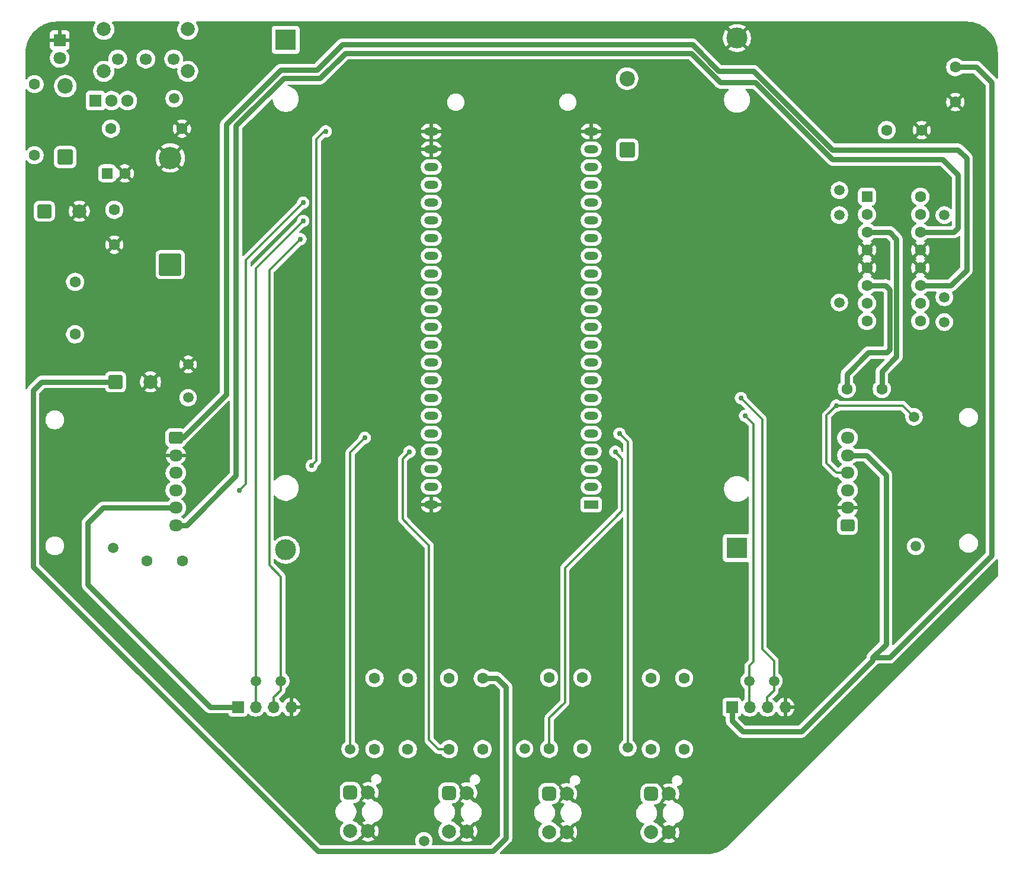
<source format=gbl>
%TF.GenerationSoftware,KiCad,Pcbnew,9.0.2-9.0.2-0~ubuntu24.04.1*%
%TF.CreationDate,2025-07-04T20:19:56-04:00*%
%TF.ProjectId,PCBbot,50434262-6f74-42e6-9b69-6361645f7063,rev?*%
%TF.SameCoordinates,Original*%
%TF.FileFunction,Copper,L2,Bot*%
%TF.FilePolarity,Positive*%
%FSLAX46Y46*%
G04 Gerber Fmt 4.6, Leading zero omitted, Abs format (unit mm)*
G04 Created by KiCad (PCBNEW 9.0.2-9.0.2-0~ubuntu24.04.1) date 2025-07-04 20:19:56*
%MOMM*%
%LPD*%
G01*
G04 APERTURE LIST*
G04 Aperture macros list*
%AMRoundRect*
0 Rectangle with rounded corners*
0 $1 Rounding radius*
0 $2 $3 $4 $5 $6 $7 $8 $9 X,Y pos of 4 corners*
0 Add a 4 corners polygon primitive as box body*
4,1,4,$2,$3,$4,$5,$6,$7,$8,$9,$2,$3,0*
0 Add four circle primitives for the rounded corners*
1,1,$1+$1,$2,$3*
1,1,$1+$1,$4,$5*
1,1,$1+$1,$6,$7*
1,1,$1+$1,$8,$9*
0 Add four rect primitives between the rounded corners*
20,1,$1+$1,$2,$3,$4,$5,0*
20,1,$1+$1,$4,$5,$6,$7,0*
20,1,$1+$1,$6,$7,$8,$9,0*
20,1,$1+$1,$8,$9,$2,$3,0*%
G04 Aperture macros list end*
%TA.AperFunction,ComponentPad*%
%ADD10C,1.600000*%
%TD*%
%TA.AperFunction,ComponentPad*%
%ADD11RoundRect,0.250000X-0.750000X-0.750000X0.750000X-0.750000X0.750000X0.750000X-0.750000X0.750000X0*%
%TD*%
%TA.AperFunction,ComponentPad*%
%ADD12C,2.000000*%
%TD*%
%TA.AperFunction,ComponentPad*%
%ADD13RoundRect,0.249999X0.850001X-0.850001X0.850001X0.850001X-0.850001X0.850001X-0.850001X-0.850001X0*%
%TD*%
%TA.AperFunction,ComponentPad*%
%ADD14C,2.200000*%
%TD*%
%TA.AperFunction,ComponentPad*%
%ADD15R,1.717500X1.800000*%
%TD*%
%TA.AperFunction,ComponentPad*%
%ADD16O,1.717500X1.800000*%
%TD*%
%TA.AperFunction,ComponentPad*%
%ADD17C,1.500000*%
%TD*%
%TA.AperFunction,ComponentPad*%
%ADD18R,1.700000X1.700000*%
%TD*%
%TA.AperFunction,ComponentPad*%
%ADD19O,1.700000X1.700000*%
%TD*%
%TA.AperFunction,ComponentPad*%
%ADD20C,1.700000*%
%TD*%
%TA.AperFunction,ComponentPad*%
%ADD21RoundRect,0.250000X-0.550000X-0.550000X0.550000X-0.550000X0.550000X0.550000X-0.550000X0.550000X0*%
%TD*%
%TA.AperFunction,ComponentPad*%
%ADD22R,3.000000X3.000000*%
%TD*%
%TA.AperFunction,ComponentPad*%
%ADD23C,3.000000*%
%TD*%
%TA.AperFunction,ComponentPad*%
%ADD24R,1.800000X1.800000*%
%TD*%
%TA.AperFunction,ComponentPad*%
%ADD25C,1.800000*%
%TD*%
%TA.AperFunction,ComponentPad*%
%ADD26RoundRect,0.250000X1.350000X-1.350000X1.350000X1.350000X-1.350000X1.350000X-1.350000X-1.350000X0*%
%TD*%
%TA.AperFunction,ComponentPad*%
%ADD27C,3.200000*%
%TD*%
%TA.AperFunction,ComponentPad*%
%ADD28RoundRect,0.250000X-0.725000X0.600000X-0.725000X-0.600000X0.725000X-0.600000X0.725000X0.600000X0*%
%TD*%
%TA.AperFunction,ComponentPad*%
%ADD29O,1.950000X1.700000*%
%TD*%
%TA.AperFunction,ComponentPad*%
%ADD30RoundRect,0.250000X0.725000X-0.600000X0.725000X0.600000X-0.725000X0.600000X-0.725000X-0.600000X0*%
%TD*%
%TA.AperFunction,ComponentPad*%
%ADD31R,2.000000X1.200000*%
%TD*%
%TA.AperFunction,ComponentPad*%
%ADD32O,2.000000X1.200000*%
%TD*%
%TA.AperFunction,ComponentPad*%
%ADD33RoundRect,0.500000X-0.500000X0.500000X-0.500000X-0.500000X0.500000X-0.500000X0.500000X0.500000X0*%
%TD*%
%TA.AperFunction,ViaPad*%
%ADD34C,0.762000*%
%TD*%
%TA.AperFunction,Conductor*%
%ADD35C,0.762000*%
%TD*%
%TA.AperFunction,Conductor*%
%ADD36C,0.304800*%
%TD*%
G04 APERTURE END LIST*
D10*
%TO.P,R1,1*%
%TO.N,Net-(D4-A)*%
X47720000Y-40800000D03*
%TO.P,R1,2*%
%TO.N,GND*%
X57880000Y-40800000D03*
%TD*%
D11*
%TO.P,C1,1*%
%TO.N,VCC*%
X38200000Y-52600000D03*
D12*
%TO.P,C1,2*%
%TO.N,GND*%
X43200000Y-52600000D03*
%TD*%
D13*
%TO.P,D3,1,K*%
%TO.N,+5VD*%
X121500000Y-43800000D03*
D14*
%TO.P,D3,2,A*%
%TO.N,+5V*%
X121500000Y-33640000D03*
%TD*%
D15*
%TO.P,Q1,1,G*%
%TO.N,Net-(D4-A)*%
X45510000Y-36800000D03*
D16*
%TO.P,Q1,2,D*%
%TO.N,/VIN2*%
X47800000Y-36800000D03*
%TO.P,Q1,3,S*%
%TO.N,VCC*%
X50090000Y-36800000D03*
%TD*%
D17*
%TO.P,TP11,1,1*%
%TO.N,Trig1*%
X138950000Y-119750000D03*
%TD*%
D18*
%TO.P,U10,1,VCC*%
%TO.N,+3V3*%
X65880000Y-123500000D03*
D19*
%TO.P,U10,2,Trig*%
%TO.N,Trig2*%
X68420000Y-123500000D03*
%TO.P,U10,3,Echo*%
%TO.N,Echo2*%
X70960000Y-123500000D03*
%TO.P,U10,4,GND*%
%TO.N,GND*%
X73500000Y-123500000D03*
%TD*%
D17*
%TO.P,TP15,1,1*%
%TO.N,MOT2_EN*%
X151835000Y-49610000D03*
%TD*%
D13*
%TO.P,D4,1,K*%
%TO.N,VCC*%
X41200000Y-44880000D03*
D14*
%TO.P,D4,2,A*%
%TO.N,Net-(D4-A)*%
X41200000Y-34720000D03*
%TD*%
D17*
%TO.P,TP1,1,1*%
%TO.N,VCC*%
X56750000Y-36500000D03*
%TD*%
D10*
%TO.P,R10,1*%
%TO.N,+3V3*%
X124900000Y-119340000D03*
%TO.P,R10,2*%
%TO.N,SENS_AN3*%
X124900000Y-129500000D03*
%TD*%
D12*
%TO.P,SW1,*%
%TO.N,*%
X58700000Y-32600000D03*
X58700000Y-26600000D03*
X46700000Y-32600000D03*
X46700000Y-26600000D03*
D20*
%TO.P,SW1,1,A*%
%TO.N,unconnected-(SW1-A-Pad1)*%
X56700000Y-30850000D03*
%TO.P,SW1,2,B*%
%TO.N,/VIN1*%
X52700000Y-30850000D03*
%TO.P,SW1,3,C*%
%TO.N,/VIN2*%
X48700000Y-30850000D03*
%TD*%
D21*
%TO.P,U7,1,1\u002C2EN*%
%TO.N,MOT2_EN*%
X155780000Y-50520000D03*
D10*
%TO.P,U7,2,1A*%
%TO.N,MOT2_A*%
X155780000Y-53060000D03*
%TO.P,U7,3,1Y*%
%TO.N,MOT1N*%
X155780000Y-55600000D03*
%TO.P,U7,4,GND*%
%TO.N,GND*%
X155780000Y-58140000D03*
%TO.P,U7,5,GND*%
X155780000Y-60680000D03*
%TO.P,U7,6,2Y*%
%TO.N,MOT1P*%
X155780000Y-63220000D03*
%TO.P,U7,7,2A*%
%TO.N,MOT2_B*%
X155780000Y-65760000D03*
%TO.P,U7,8,VCC2*%
%TO.N,VCC*%
X155780000Y-68300000D03*
%TO.P,U7,9,3\u002C4EN*%
%TO.N,MOT1_EN*%
X163400000Y-68300000D03*
%TO.P,U7,10,3A*%
%TO.N,MOT1_A*%
X163400000Y-65760000D03*
%TO.P,U7,11,3Y*%
%TO.N,MOT2N*%
X163400000Y-63220000D03*
%TO.P,U7,12,GND*%
%TO.N,GND*%
X163400000Y-60680000D03*
%TO.P,U7,13,GND*%
X163400000Y-58140000D03*
%TO.P,U7,14,4Y*%
%TO.N,MOT2P*%
X163400000Y-55600000D03*
%TO.P,U7,15,4A*%
%TO.N,MOT1_B*%
X163400000Y-53060000D03*
%TO.P,U7,16,VCC1*%
%TO.N,+5V*%
X163400000Y-50520000D03*
%TD*%
%TO.P,C7,1*%
%TO.N,MOT2N*%
X52900000Y-102600000D03*
%TO.P,C7,2*%
%TO.N,MOT2P*%
X57900000Y-102600000D03*
%TD*%
%TO.P,R7,1*%
%TO.N,+5V*%
X115100000Y-119290000D03*
%TO.P,R7,2*%
%TO.N,Net-(U5-A)*%
X115100000Y-129450000D03*
%TD*%
D17*
%TO.P,TP18,1,1*%
%TO.N,MOT1_EN*%
X166835000Y-68460000D03*
%TD*%
D10*
%TO.P,C5,1*%
%TO.N,+3V3*%
X168400000Y-32000000D03*
%TO.P,C5,2*%
%TO.N,GND*%
X168400000Y-37000000D03*
%TD*%
%TO.P,R4,1*%
%TO.N,+3V3*%
X85400000Y-119340000D03*
%TO.P,R4,2*%
%TO.N,SENS_AN0*%
X85400000Y-129500000D03*
%TD*%
D18*
%TO.P,U9,1,VCC*%
%TO.N,+3V3*%
X136480000Y-123500000D03*
D19*
%TO.P,U9,2,Trig*%
%TO.N,Trig1*%
X139020000Y-123500000D03*
%TO.P,U9,3,Echo*%
%TO.N,Echo1*%
X141560000Y-123500000D03*
%TO.P,U9,4,GND*%
%TO.N,GND*%
X144100000Y-123500000D03*
%TD*%
D17*
%TO.P,TP19,1,1*%
%TO.N,MOT1_A*%
X166835000Y-64910000D03*
%TD*%
D10*
%TO.P,C3,1*%
%TO.N,VCC*%
X48200000Y-52400000D03*
%TO.P,C3,2*%
%TO.N,GND*%
X48200000Y-57400000D03*
%TD*%
D17*
%TO.P,TP7,1,1*%
%TO.N,ENC1A*%
X162500000Y-82000000D03*
%TD*%
D22*
%TO.P,BT2,1,+*%
%TO.N,/VIN3*%
X137200000Y-100745000D03*
D23*
%TO.P,BT2,2,-*%
%TO.N,GND*%
X137200000Y-27845000D03*
%TD*%
D21*
%TO.P,C2,1*%
%TO.N,VCC*%
X47194888Y-47200000D03*
D10*
%TO.P,C2,2*%
%TO.N,GND*%
X49694888Y-47200000D03*
%TD*%
D11*
%TO.P,C10,1*%
%TO.N,+5V*%
X48382323Y-77000000D03*
D12*
%TO.P,C10,2*%
%TO.N,GND*%
X53382323Y-77000000D03*
%TD*%
D10*
%TO.P,L1,1,1*%
%TO.N,/POWA*%
X42600000Y-62700000D03*
%TO.P,L1,2,2*%
%TO.N,+5V*%
X42600000Y-70200000D03*
%TD*%
D17*
%TO.P,TP13,1,1*%
%TO.N,Trig2*%
X68450000Y-119750000D03*
%TD*%
D24*
%TO.P,D1,1,K*%
%TO.N,GND*%
X40400000Y-28160000D03*
D25*
%TO.P,D1,2,A*%
%TO.N,Net-(D1-A)*%
X40400000Y-30700000D03*
%TD*%
D17*
%TO.P,TP6,1,1*%
%TO.N,SENS_AN3*%
X121600000Y-129300000D03*
%TD*%
D10*
%TO.P,R2,1*%
%TO.N,VCC*%
X36800000Y-44600000D03*
%TO.P,R2,2*%
%TO.N,Net-(D1-A)*%
X36800000Y-34440000D03*
%TD*%
%TO.P,R5,1*%
%TO.N,+5V*%
X100850000Y-119340000D03*
%TO.P,R5,2*%
%TO.N,Net-(U4-A)*%
X100850000Y-129500000D03*
%TD*%
D17*
%TO.P,TP20,1,1*%
%TO.N,MOT1_B*%
X166835000Y-53160000D03*
%TD*%
%TO.P,TP17,1,1*%
%TO.N,MOT2_B*%
X151835000Y-65660000D03*
%TD*%
%TO.P,TP12,1,1*%
%TO.N,Echo1*%
X142500000Y-119750000D03*
%TD*%
D10*
%TO.P,R6,1*%
%TO.N,+3V3*%
X96050000Y-119340000D03*
%TO.P,R6,2*%
%TO.N,SENS_AN1*%
X96050000Y-129500000D03*
%TD*%
%TO.P,C6,1*%
%TO.N,MOT1P*%
X152900000Y-78000000D03*
%TO.P,C6,2*%
%TO.N,MOT1N*%
X157900000Y-78000000D03*
%TD*%
D17*
%TO.P,TP4,1,1*%
%TO.N,SENS_AN1*%
X92450000Y-142600000D03*
%TD*%
%TO.P,TP3,1,1*%
%TO.N,SENS_AN0*%
X81900000Y-129500000D03*
%TD*%
%TO.P,TP2,1,1*%
%TO.N,GND*%
X58750000Y-74500000D03*
%TD*%
%TO.P,TP14,1,1*%
%TO.N,Echo2*%
X72000000Y-119750000D03*
%TD*%
%TO.P,TP10,1,1*%
%TO.N,ENC2B*%
X58750000Y-79250000D03*
%TD*%
D26*
%TO.P,D2,1,K*%
%TO.N,/POWA*%
X56200000Y-60220000D03*
D27*
%TO.P,D2,2,A*%
%TO.N,GND*%
X56200000Y-44980000D03*
%TD*%
D28*
%TO.P,J2,1,MOT-*%
%TO.N,MOT2N*%
X56990000Y-85000000D03*
D29*
%TO.P,J2,2,ENC_GND*%
%TO.N,GND*%
X56990000Y-87500000D03*
%TO.P,J2,3,ENC_PHB*%
%TO.N,ENC2B*%
X56990000Y-90000000D03*
%TO.P,J2,4,ENC_PHA*%
%TO.N,ENC2A*%
X56990000Y-92500000D03*
%TO.P,J2,5,ENC_VCC*%
%TO.N,+3V3*%
X56990000Y-95000000D03*
%TO.P,J2,6,MOT+*%
%TO.N,MOT2P*%
X56990000Y-97500000D03*
%TD*%
D10*
%TO.P,C4,1*%
%TO.N,+5V*%
X158600000Y-41000000D03*
%TO.P,C4,2*%
%TO.N,GND*%
X163600000Y-41000000D03*
%TD*%
D30*
%TO.P,J3,1,MOT-*%
%TO.N,MOT1N*%
X153000000Y-97500000D03*
D29*
%TO.P,J3,2,ENC_GND*%
%TO.N,GND*%
X153000000Y-95000000D03*
%TO.P,J3,3,ENC_PHB*%
%TO.N,ENC1B*%
X153000000Y-92500000D03*
%TO.P,J3,4,ENC_PHA*%
%TO.N,ENC1A*%
X153000000Y-90000000D03*
%TO.P,J3,5,ENC_VCC*%
%TO.N,+3V3*%
X153000000Y-87500000D03*
%TO.P,J3,6,MOT+*%
%TO.N,MOT1P*%
X153000000Y-85000000D03*
%TD*%
D17*
%TO.P,TP16,1,1*%
%TO.N,MOT2_A*%
X151835000Y-53160000D03*
%TD*%
D22*
%TO.P,BT1,1,+*%
%TO.N,/VIN1*%
X72700000Y-28100000D03*
D23*
%TO.P,BT1,2,-*%
%TO.N,/VIN3*%
X72700000Y-101000000D03*
%TD*%
D10*
%TO.P,R3,1*%
%TO.N,+5V*%
X90150000Y-119340000D03*
%TO.P,R3,2*%
%TO.N,Net-(U3-A)*%
X90150000Y-129500000D03*
%TD*%
%TO.P,R8,1*%
%TO.N,+3V3*%
X110350000Y-119290000D03*
%TO.P,R8,2*%
%TO.N,SENS_AN2*%
X110350000Y-129450000D03*
%TD*%
D17*
%TO.P,TP9,1,1*%
%TO.N,ENC2A*%
X48000000Y-100750000D03*
%TD*%
%TO.P,TP5,1,1*%
%TO.N,SENS_AN2*%
X106850000Y-129450000D03*
%TD*%
%TO.P,TP8,1,1*%
%TO.N,ENC1B*%
X162750000Y-100500000D03*
%TD*%
D10*
%TO.P,R9,1*%
%TO.N,+5V*%
X129650000Y-119340000D03*
%TO.P,R9,2*%
%TO.N,Net-(U6-A)*%
X129650000Y-129500000D03*
%TD*%
D31*
%TO.P,U8,1,3V3*%
%TO.N,unconnected-(U8-3V3-Pad1)*%
X116360000Y-94557280D03*
D32*
%TO.P,U8,2,3V3*%
%TO.N,unconnected-(U8-3V3-Pad1)_1*%
X116360000Y-92017280D03*
%TO.P,U8,3,CHIP_PU*%
%TO.N,unconnected-(U8-CHIP_PU-Pad3)*%
X116360000Y-89477280D03*
%TO.P,U8,4,GPIO4/ADC1_CH3*%
%TO.N,SENS_AN2*%
X116360000Y-86937280D03*
%TO.P,U8,5,GPIO5/ADC1_CH4*%
%TO.N,SENS_AN3*%
X116360000Y-84397280D03*
%TO.P,U8,6,GPIO6/ADC1_CH5*%
%TO.N,Trig1*%
X116360000Y-81857280D03*
%TO.P,U8,7,GPIO7/ADC1_CH6*%
%TO.N,Echo1*%
X116360000Y-79317280D03*
%TO.P,U8,8,GPIO15/ADC2_CH4/32K_P*%
%TO.N,ENC1B*%
X116360000Y-76777280D03*
%TO.P,U8,9,GPIO16/ADC2_CH5/32K_N*%
%TO.N,ENC1A*%
X116360000Y-74237280D03*
%TO.P,U8,10,GPIO17/ADC2_CH6*%
%TO.N,unconnected-(U8-GPIO17{slash}ADC2_CH6-Pad10)*%
X116360000Y-71697280D03*
%TO.P,U8,11,GPIO18/ADC2_CH7*%
%TO.N,MOT2_B*%
X116360000Y-69157280D03*
%TO.P,U8,12,GPIO8/ADC1_CH7*%
%TO.N,MOT2_A*%
X116360000Y-66617280D03*
%TO.P,U8,13,GPIO3/ADC1_CH2*%
%TO.N,unconnected-(U8-GPIO3{slash}ADC1_CH2-Pad13)*%
X116360000Y-64077280D03*
%TO.P,U8,14,GPIO46*%
%TO.N,unconnected-(U8-GPIO46-Pad14)*%
X116360000Y-61537280D03*
%TO.P,U8,15,GPIO9/ADC1_CH8*%
%TO.N,MOT2_EN*%
X116360000Y-58997280D03*
%TO.P,U8,16,GPIO10/ADC1_CH9*%
%TO.N,MOT1_EN*%
X116360000Y-56457280D03*
%TO.P,U8,17,GPIO11/ADC2_CH0*%
%TO.N,MOT1_A*%
X116360000Y-53917280D03*
%TO.P,U8,18,GPIO12/ADC2_CH1*%
%TO.N,MOT1_B*%
X116360000Y-51377280D03*
%TO.P,U8,19,GPIO13/ADC2_CH2*%
%TO.N,unconnected-(U8-GPIO13{slash}ADC2_CH2-Pad19)*%
X116360000Y-48837280D03*
%TO.P,U8,20,GPIO14/ADC2_CH3*%
%TO.N,ENC2B*%
X116363680Y-46300000D03*
%TO.P,U8,21,5V*%
%TO.N,+5VD*%
X116363680Y-43760000D03*
%TO.P,U8,22,GND*%
%TO.N,GND*%
X116363680Y-41220000D03*
%TO.P,U8,23,GND*%
X93500000Y-41217280D03*
%TO.P,U8,24,GND*%
X93500000Y-43757280D03*
%TO.P,U8,25,GPIO19/USB_D-*%
%TO.N,unconnected-(U8-GPIO19{slash}USB_D--Pad25)*%
X93500000Y-46297280D03*
%TO.P,U8,26,GPIO20/USB_D+*%
%TO.N,unconnected-(U8-GPIO20{slash}USB_D+-Pad26)*%
X93500000Y-48837280D03*
%TO.P,U8,27,GPIO21*%
%TO.N,ENC2A*%
X93500000Y-51377280D03*
%TO.P,U8,28,GPIO47*%
%TO.N,Trig2*%
X93500000Y-53917280D03*
%TO.P,U8,29,GPIO48*%
%TO.N,Echo2*%
X93500000Y-56457280D03*
%TO.P,U8,30,GPIO45*%
%TO.N,unconnected-(U8-GPIO45-Pad30)*%
X93500000Y-58997280D03*
%TO.P,U8,31,GPIO0*%
%TO.N,unconnected-(U8-GPIO0-Pad31)*%
X93500000Y-61537280D03*
%TO.P,U8,32,GPIO35*%
%TO.N,unconnected-(U8-GPIO35-Pad32)*%
X93500000Y-64077280D03*
%TO.P,U8,33,GPIO36*%
%TO.N,unconnected-(U8-GPIO36-Pad33)*%
X93500000Y-66617280D03*
%TO.P,U8,34,GPIO37*%
%TO.N,unconnected-(U8-GPIO37-Pad34)*%
X93500000Y-69157280D03*
%TO.P,U8,35,GPIO38*%
%TO.N,unconnected-(U8-GPIO38-Pad35)*%
X93500000Y-71697280D03*
%TO.P,U8,36,GPIO39/MTCK*%
%TO.N,unconnected-(U8-GPIO39{slash}MTCK-Pad36)*%
X93500000Y-74237280D03*
%TO.P,U8,37,GPIO40/MTDO*%
%TO.N,unconnected-(U8-GPIO40{slash}MTDO-Pad37)*%
X93500000Y-76777280D03*
%TO.P,U8,38,GPIO41/MTDI*%
%TO.N,unconnected-(U8-GPIO41{slash}MTDI-Pad38)*%
X93500000Y-79317280D03*
%TO.P,U8,39,GPIO42/MTMS*%
%TO.N,unconnected-(U8-GPIO42{slash}MTMS-Pad39)*%
X93500000Y-81857280D03*
%TO.P,U8,40,GPIO2/ADC1_CH1*%
%TO.N,SENS_AN0*%
X93500000Y-84397280D03*
%TO.P,U8,41,GPIO1/ADC1_CH0*%
%TO.N,SENS_AN1*%
X93500000Y-86937280D03*
%TO.P,U8,42,GPIO44/U0RXD*%
%TO.N,unconnected-(U8-GPIO44{slash}U0RXD-Pad42)*%
X93500000Y-89477280D03*
%TO.P,U8,43,GPIO43/U0TXD*%
%TO.N,unconnected-(U8-GPIO43{slash}U0TXD-Pad43)*%
X93500000Y-92017280D03*
%TO.P,U8,44,GND*%
%TO.N,GND*%
X93500000Y-94557280D03*
%TD*%
D33*
%TO.P,U4,1,C*%
%TO.N,SENS_AN1*%
X96030000Y-135750000D03*
D12*
%TO.P,U4,2,E*%
%TO.N,GND*%
X98570000Y-135750000D03*
%TO.P,U4,3,K*%
X98570000Y-141250000D03*
%TO.P,U4,4,A*%
%TO.N,Net-(U4-A)*%
X96030000Y-141250000D03*
%TD*%
D33*
%TO.P,U6,1,C*%
%TO.N,SENS_AN3*%
X124930000Y-135900000D03*
D12*
%TO.P,U6,2,E*%
%TO.N,GND*%
X127470000Y-135900000D03*
%TO.P,U6,3,K*%
X127470000Y-141400000D03*
%TO.P,U6,4,A*%
%TO.N,Net-(U6-A)*%
X124930000Y-141400000D03*
%TD*%
D33*
%TO.P,U3,1,C*%
%TO.N,SENS_AN0*%
X81930000Y-135700000D03*
D12*
%TO.P,U3,2,E*%
%TO.N,GND*%
X84470000Y-135700000D03*
%TO.P,U3,3,K*%
X84470000Y-141200000D03*
%TO.P,U3,4,A*%
%TO.N,Net-(U3-A)*%
X81930000Y-141200000D03*
%TD*%
D33*
%TO.P,U5,1,C*%
%TO.N,SENS_AN2*%
X110330000Y-135850000D03*
D12*
%TO.P,U5,2,E*%
%TO.N,GND*%
X112870000Y-135850000D03*
%TO.P,U5,3,K*%
X112870000Y-141350000D03*
%TO.P,U5,4,A*%
%TO.N,Net-(U5-A)*%
X110330000Y-141350000D03*
%TD*%
D34*
%TO.N,GND*%
X155000000Y-91000000D03*
X44500000Y-58500000D03*
X55500000Y-50500000D03*
X54000000Y-91500000D03*
X126200000Y-137600000D03*
X126200000Y-142800000D03*
X60000000Y-60500000D03*
X37000000Y-37500000D03*
X88000000Y-134000000D03*
X52500000Y-27000000D03*
X59000000Y-63000000D03*
X56500000Y-77500000D03*
X115000000Y-141800000D03*
X97400000Y-137400000D03*
X83200000Y-137400000D03*
X115600000Y-134400000D03*
X51000000Y-63000000D03*
X60500000Y-45000000D03*
X112400000Y-132600000D03*
X62500000Y-72000000D03*
X126200000Y-139400000D03*
X151000000Y-94000000D03*
X83800000Y-132400000D03*
X50500000Y-32000000D03*
X111600000Y-139800000D03*
X83200000Y-142800000D03*
X50400000Y-27800000D03*
X50400000Y-69000000D03*
X62600000Y-74200000D03*
X69000000Y-29500000D03*
X51000000Y-55500000D03*
X88000000Y-137000000D03*
X39500000Y-66000000D03*
X45000000Y-71500000D03*
X61000000Y-64400000D03*
X62600000Y-76600000D03*
X130000000Y-138800000D03*
X101000000Y-140000000D03*
X115000000Y-132600000D03*
X58500000Y-30000000D03*
X97500000Y-133500000D03*
X60500000Y-39500000D03*
X54500000Y-40500000D03*
X60000000Y-66000000D03*
X155000000Y-94000000D03*
X98400000Y-132400000D03*
X87500000Y-141500000D03*
X62600000Y-78200000D03*
X63000000Y-34500000D03*
X54000000Y-71000000D03*
X129800000Y-142000000D03*
X45500000Y-81500000D03*
X37000000Y-41500000D03*
X54000000Y-90000000D03*
X151000000Y-92500000D03*
X59500000Y-88000000D03*
X129400000Y-140400000D03*
X156500000Y-91000000D03*
X56500000Y-63500000D03*
X36000000Y-56000000D03*
X60500000Y-75000000D03*
X54000000Y-87000000D03*
X149500000Y-97000000D03*
X88000000Y-140000000D03*
X130000000Y-134800000D03*
X156500000Y-94000000D03*
X91200000Y-137600000D03*
X122200000Y-134000000D03*
X60500000Y-52000000D03*
X59000000Y-81500000D03*
X53000000Y-63000000D03*
X36500000Y-63500000D03*
X88000000Y-135500000D03*
X60000000Y-58000000D03*
X107800000Y-141400000D03*
X66000000Y-32500000D03*
X115600000Y-137400000D03*
X47000000Y-69500000D03*
X60000000Y-68500000D03*
X54000000Y-88500000D03*
X122200000Y-136600000D03*
X123200000Y-132400000D03*
X58000000Y-63000000D03*
X44500000Y-31500000D03*
X51000000Y-60000000D03*
X54500000Y-32000000D03*
X107800000Y-135000000D03*
X130000000Y-132600000D03*
X83000000Y-139600000D03*
X44500000Y-26500000D03*
X63000000Y-30500000D03*
X97400000Y-139600000D03*
X93400000Y-134800000D03*
X60000000Y-64500000D03*
X111600000Y-137600000D03*
X56200000Y-65200000D03*
X46500000Y-29000000D03*
X60200000Y-69600000D03*
X130000000Y-136800000D03*
X115600000Y-140000000D03*
X101000000Y-142500000D03*
X117000000Y-143800000D03*
X61000000Y-66000000D03*
X56000000Y-67500000D03*
X108600000Y-132600000D03*
X101000000Y-136500000D03*
X59500000Y-86000000D03*
X149500000Y-92500000D03*
X60000000Y-63000000D03*
X151000000Y-96000000D03*
X57500000Y-54500000D03*
X39500000Y-73500000D03*
X61000000Y-68600000D03*
X52600000Y-70400000D03*
X94400000Y-132600000D03*
X56500000Y-27000000D03*
X61000000Y-67600000D03*
X45500000Y-83500000D03*
X56000000Y-72500000D03*
X39000000Y-34500000D03*
X149500000Y-91000000D03*
X101000000Y-135000000D03*
X48500000Y-63000000D03*
X129000000Y-142800000D03*
X101000000Y-141500000D03*
X59000000Y-70200000D03*
X155000000Y-89000000D03*
X127400000Y-132400000D03*
X60000000Y-67500000D03*
X86500000Y-142500000D03*
X149500000Y-95500000D03*
X60500000Y-56000000D03*
X51000000Y-50500000D03*
X156500000Y-92500000D03*
X88000000Y-138500000D03*
X151000000Y-97500000D03*
X37500000Y-59000000D03*
X122000000Y-139200000D03*
X155000000Y-96000000D03*
X66000000Y-30000000D03*
X40000000Y-62500000D03*
X149500000Y-94000000D03*
X56500000Y-81000000D03*
X155000000Y-92500000D03*
X53500000Y-83500000D03*
X109000000Y-143600000D03*
X48000000Y-83500000D03*
X37000000Y-70500000D03*
X90800000Y-140800000D03*
X107800000Y-138000000D03*
%TO.N,ENC1A*%
X151400000Y-80400000D03*
%TO.N,ENC2A*%
X66080237Y-92480237D03*
X75200000Y-51400000D03*
%TO.N,ENC2B*%
X78400000Y-41200000D03*
X76400000Y-89000000D03*
%TO.N,SENS_AN0*%
X84000000Y-85000000D03*
%TO.N,SENS_AN1*%
X90400000Y-87000000D03*
%TO.N,SENS_AN2*%
X119800000Y-87000000D03*
%TO.N,SENS_AN3*%
X120400000Y-84400000D03*
%TO.N,Echo1*%
X137767280Y-79317280D03*
%TO.N,Echo2*%
X74800000Y-56600000D03*
%TO.N,Trig1*%
X138357280Y-81857280D03*
%TO.N,Trig2*%
X75200000Y-54000000D03*
%TD*%
D35*
%TO.N,+5V*%
X102291245Y-144108755D02*
X77308755Y-144108755D01*
X104200000Y-120600000D02*
X104200000Y-142200000D01*
X36600000Y-103400000D02*
X36600000Y-78200000D01*
X37800000Y-77000000D02*
X48382323Y-77000000D01*
X77308755Y-144108755D02*
X36600000Y-103400000D01*
X36600000Y-78200000D02*
X37800000Y-77000000D01*
X104200000Y-142200000D02*
X102291245Y-144108755D01*
X102940000Y-119340000D02*
X104200000Y-120600000D01*
X100850000Y-119340000D02*
X102940000Y-119340000D01*
%TO.N,+3V3*%
X156600000Y-116800000D02*
X146400000Y-127000000D01*
X158500000Y-90300000D02*
X155700000Y-87500000D01*
X146400000Y-127000000D02*
X138000000Y-127000000D01*
X44400000Y-97200000D02*
X44400000Y-106000000D01*
X138000000Y-127000000D02*
X136480000Y-125480000D01*
X155700000Y-87500000D02*
X153000000Y-87500000D01*
X158500000Y-114500000D02*
X158500000Y-90300000D01*
X156600000Y-116400000D02*
X156600000Y-116800000D01*
X156600000Y-116400000D02*
X158500000Y-114500000D01*
X56990000Y-95000000D02*
X46600000Y-95000000D01*
X136480000Y-125480000D02*
X136480000Y-123500000D01*
X156600000Y-116400000D02*
X159000000Y-116400000D01*
X173600000Y-101800000D02*
X173600000Y-34200000D01*
X46600000Y-95000000D02*
X44400000Y-97200000D01*
X44400000Y-106000000D02*
X61900000Y-123500000D01*
X61900000Y-123500000D02*
X65880000Y-123500000D01*
X171400000Y-32000000D02*
X168400000Y-32000000D01*
X159000000Y-116400000D02*
X173600000Y-101800000D01*
X173600000Y-34200000D02*
X171400000Y-32000000D01*
D36*
%TO.N,ENC1A*%
X151400000Y-80400000D02*
X150000000Y-81800000D01*
X160900000Y-80400000D02*
X151400000Y-80400000D01*
X150000000Y-88600000D02*
X151400000Y-90000000D01*
X162500000Y-82000000D02*
X160900000Y-80400000D01*
X150000000Y-81800000D02*
X150000000Y-88600000D01*
X151400000Y-90000000D02*
X153000000Y-90000000D01*
D35*
%TO.N,MOT1P*%
X152900000Y-75900000D02*
X156000000Y-72800000D01*
X156000000Y-72800000D02*
X158600000Y-72800000D01*
X158380000Y-63220000D02*
X155780000Y-63220000D01*
X158400000Y-63200000D02*
X158380000Y-63220000D01*
X158600000Y-72800000D02*
X159037000Y-72363000D01*
X159037000Y-63837000D02*
X158400000Y-63200000D01*
X159037000Y-72363000D02*
X159037000Y-63837000D01*
X152900000Y-78000000D02*
X152900000Y-75900000D01*
%TO.N,MOT1N*%
X160000000Y-73400000D02*
X157900000Y-75500000D01*
X155780000Y-55600000D02*
X159000000Y-55600000D01*
X159000000Y-55600000D02*
X160000000Y-56600000D01*
X160000000Y-56600000D02*
X160000000Y-73400000D01*
X157900000Y-75500000D02*
X157900000Y-78000000D01*
D36*
%TO.N,ENC2A*%
X66080237Y-92480237D02*
X67000000Y-91560474D01*
X67000000Y-59600000D02*
X75200000Y-51400000D01*
X67000000Y-91560474D02*
X67000000Y-59600000D01*
D35*
%TO.N,MOT2P*%
X58500000Y-97500000D02*
X65600000Y-90400000D01*
X81200000Y-30000000D02*
X130638112Y-30000000D01*
X134800000Y-34161888D02*
X134800000Y-34200000D01*
X130638112Y-30000000D02*
X134800000Y-34161888D01*
X168800000Y-55000000D02*
X168200000Y-55600000D01*
X168800000Y-47400000D02*
X168800000Y-55000000D01*
X72400000Y-33600000D02*
X77600000Y-33600000D01*
X65600000Y-40400000D02*
X72400000Y-33600000D01*
X139838112Y-34200000D02*
X150838112Y-45200000D01*
X77600000Y-33600000D02*
X81200000Y-30000000D01*
X134800000Y-34200000D02*
X139838112Y-34200000D01*
X65600000Y-90400000D02*
X65600000Y-40400000D01*
X56990000Y-97500000D02*
X58500000Y-97500000D01*
X166600000Y-45200000D02*
X168800000Y-47400000D01*
X150838112Y-45200000D02*
X166600000Y-45200000D01*
X168200000Y-55600000D02*
X163400000Y-55600000D01*
D36*
%TO.N,ENC2B*%
X76400000Y-89000000D02*
X77100000Y-88300000D01*
X77100000Y-42300000D02*
X78200000Y-41200000D01*
X78200000Y-41200000D02*
X78400000Y-41200000D01*
X77100000Y-88300000D02*
X77100000Y-42300000D01*
D35*
%TO.N,MOT2N*%
X150800000Y-43800000D02*
X168800000Y-43800000D01*
X139600000Y-32600000D02*
X150800000Y-43800000D01*
X64200000Y-78800000D02*
X64200000Y-40200000D01*
X58000000Y-85000000D02*
X64200000Y-78800000D01*
X72000000Y-32400000D02*
X77200000Y-32400000D01*
X170000000Y-45000000D02*
X170000000Y-61000000D01*
X56990000Y-85000000D02*
X58000000Y-85000000D01*
X170000000Y-61000000D02*
X167780000Y-63220000D01*
X77200000Y-32400000D02*
X80800000Y-28800000D01*
X168800000Y-43800000D02*
X170000000Y-45000000D01*
X167780000Y-63220000D02*
X163400000Y-63220000D01*
X64200000Y-40200000D02*
X72000000Y-32400000D01*
X130800000Y-28800000D02*
X134600000Y-32600000D01*
X80800000Y-28800000D02*
X130800000Y-28800000D01*
X134600000Y-32600000D02*
X139600000Y-32600000D01*
D36*
%TO.N,SENS_AN0*%
X81900000Y-129500000D02*
X81900000Y-87100000D01*
X81900000Y-87100000D02*
X84000000Y-85000000D01*
%TO.N,SENS_AN1*%
X89400000Y-89000000D02*
X89400000Y-88000000D01*
X93200000Y-128200000D02*
X93200000Y-100400000D01*
X94500000Y-129500000D02*
X93200000Y-128200000D01*
X89400000Y-88000000D02*
X90400000Y-87000000D01*
X89400000Y-96600000D02*
X89400000Y-89000000D01*
X90200000Y-97400000D02*
X89400000Y-96600000D01*
X93200000Y-100400000D02*
X90200000Y-97400000D01*
X96050000Y-129500000D02*
X94500000Y-129500000D01*
%TO.N,SENS_AN2*%
X110350000Y-125050000D02*
X112600000Y-122800000D01*
X120800000Y-88600000D02*
X120800000Y-88000000D01*
X119800000Y-96400000D02*
X120800000Y-95400000D01*
X112600000Y-122800000D02*
X112600000Y-103600000D01*
X110350000Y-129450000D02*
X110350000Y-125050000D01*
X112600000Y-103600000D02*
X119800000Y-96400000D01*
X120800000Y-95400000D02*
X120800000Y-88600000D01*
X120800000Y-88000000D02*
X119800000Y-87000000D01*
%TO.N,SENS_AN3*%
X121600000Y-85600000D02*
X120400000Y-84400000D01*
X121600000Y-129300000D02*
X121600000Y-85600000D01*
%TO.N,Echo1*%
X140800000Y-115200000D02*
X142500000Y-116900000D01*
X141500000Y-122100000D02*
X141500000Y-123440000D01*
X142500000Y-121100000D02*
X141500000Y-122100000D01*
X142500000Y-119750000D02*
X142500000Y-121100000D01*
X141500000Y-123440000D02*
X141560000Y-123500000D01*
X137767280Y-79317280D02*
X140800000Y-82350000D01*
X142500000Y-116900000D02*
X142500000Y-119750000D01*
X140800000Y-82350000D02*
X140800000Y-115200000D01*
%TO.N,Echo2*%
X71000000Y-122100000D02*
X71000000Y-123460000D01*
X70350000Y-103200000D02*
X72000000Y-104850000D01*
X70350000Y-74000000D02*
X70350000Y-61050000D01*
X72000000Y-104850000D02*
X72000000Y-119750000D01*
X70350000Y-61050000D02*
X74800000Y-56600000D01*
X71000000Y-123460000D02*
X70960000Y-123500000D01*
X72000000Y-121100000D02*
X71000000Y-122100000D01*
X72000000Y-119750000D02*
X72000000Y-121100000D01*
X70350000Y-74000000D02*
X70350000Y-103200000D01*
%TO.N,Trig1*%
X139550000Y-83050000D02*
X139550000Y-116950000D01*
X139550000Y-116950000D02*
X138950000Y-117550000D01*
X138357280Y-81857280D02*
X139550000Y-83050000D01*
X138950000Y-117550000D02*
X138950000Y-119750000D01*
X138965000Y-119765000D02*
X138950000Y-119750000D01*
X138950000Y-119750000D02*
X138950000Y-123430000D01*
X138950000Y-123430000D02*
X139020000Y-123500000D01*
%TO.N,Trig2*%
X68450000Y-123537500D02*
X68465000Y-123552500D01*
X68450000Y-119750000D02*
X68450000Y-123470000D01*
X68450000Y-71800000D02*
X68450000Y-60750000D01*
X68450000Y-123470000D02*
X68420000Y-123500000D01*
X68450000Y-60750000D02*
X75200000Y-54000000D01*
X68450000Y-71800000D02*
X68450000Y-119750000D01*
%TD*%
%TA.AperFunction,Conductor*%
%TO.N,GND*%
G36*
X127004075Y-136092993D02*
G01*
X127069901Y-136207007D01*
X127162993Y-136300099D01*
X127277007Y-136365925D01*
X127340590Y-136382962D01*
X126600893Y-137122658D01*
X126683828Y-137182914D01*
X126894197Y-137290102D01*
X127036619Y-137336378D01*
X127094294Y-137375815D01*
X127121493Y-137440174D01*
X127109579Y-137509020D01*
X127085983Y-137541990D01*
X126955482Y-137672491D01*
X126816657Y-137863566D01*
X126709433Y-138074003D01*
X126636446Y-138298631D01*
X126599500Y-138531902D01*
X126599500Y-138768097D01*
X126636446Y-139001368D01*
X126709433Y-139225996D01*
X126816657Y-139436433D01*
X126955483Y-139627510D01*
X126955485Y-139627512D01*
X127085982Y-139758009D01*
X127119467Y-139819332D01*
X127114483Y-139889024D01*
X127072611Y-139944957D01*
X127036620Y-139963621D01*
X126894195Y-140009897D01*
X126683830Y-140117084D01*
X126600894Y-140177340D01*
X127340591Y-140917037D01*
X127277007Y-140934075D01*
X127162993Y-140999901D01*
X127069901Y-141092993D01*
X127004075Y-141207007D01*
X126987037Y-141270590D01*
X126247340Y-140530893D01*
X126227593Y-140532448D01*
X126159215Y-140518084D01*
X126117547Y-140481716D01*
X126074517Y-140422490D01*
X125907510Y-140255483D01*
X125716433Y-140116657D01*
X125617741Y-140066371D01*
X125505994Y-140009433D01*
X125505993Y-140009432D01*
X125505992Y-140009432D01*
X125363775Y-139963222D01*
X125306102Y-139923787D01*
X125278903Y-139859428D01*
X125290818Y-139790582D01*
X125314408Y-139757618D01*
X125444517Y-139627510D01*
X125583343Y-139436433D01*
X125690568Y-139225992D01*
X125763553Y-139001368D01*
X125771472Y-138951368D01*
X125800500Y-138768097D01*
X125800500Y-138531902D01*
X125763553Y-138298631D01*
X125714815Y-138148632D01*
X125690568Y-138074008D01*
X125690566Y-138074005D01*
X125690566Y-138074003D01*
X125614139Y-137924008D01*
X125583343Y-137863567D01*
X125444517Y-137672490D01*
X125384207Y-137612180D01*
X125350722Y-137550857D01*
X125355706Y-137481165D01*
X125397578Y-137425232D01*
X125463042Y-137400815D01*
X125471888Y-137400499D01*
X125488028Y-137400499D01*
X125488036Y-137400499D01*
X125607418Y-137389886D01*
X125803049Y-137333909D01*
X125983407Y-137239698D01*
X126141109Y-137111109D01*
X126199337Y-137039698D01*
X126234122Y-136997038D01*
X126245638Y-136982914D01*
X126269698Y-136953407D01*
X126363909Y-136773049D01*
X126403382Y-136635094D01*
X126434915Y-136581529D01*
X126987037Y-136029408D01*
X127004075Y-136092993D01*
G37*
%TD.AperFunction*%
%TA.AperFunction,Conductor*%
G36*
X112404075Y-136042993D02*
G01*
X112469901Y-136157007D01*
X112562993Y-136250099D01*
X112677007Y-136315925D01*
X112740590Y-136332962D01*
X112000893Y-137072658D01*
X112083828Y-137132914D01*
X112294197Y-137240102D01*
X112436619Y-137286378D01*
X112494294Y-137325815D01*
X112521493Y-137390174D01*
X112509579Y-137459020D01*
X112485983Y-137491990D01*
X112355482Y-137622491D01*
X112216657Y-137813566D01*
X112109433Y-138024003D01*
X112036446Y-138248631D01*
X111999500Y-138481902D01*
X111999500Y-138718097D01*
X112036446Y-138951368D01*
X112109433Y-139175996D01*
X112165704Y-139286433D01*
X112216657Y-139386433D01*
X112355483Y-139577510D01*
X112355485Y-139577512D01*
X112485982Y-139708009D01*
X112519467Y-139769332D01*
X112514483Y-139839024D01*
X112472611Y-139894957D01*
X112436620Y-139913621D01*
X112294195Y-139959897D01*
X112083830Y-140067084D01*
X112000894Y-140127340D01*
X112740591Y-140867037D01*
X112677007Y-140884075D01*
X112562993Y-140949901D01*
X112469901Y-141042993D01*
X112404075Y-141157007D01*
X112387037Y-141220590D01*
X111647340Y-140480893D01*
X111627593Y-140482448D01*
X111559215Y-140468084D01*
X111517547Y-140431716D01*
X111474517Y-140372490D01*
X111307510Y-140205483D01*
X111116433Y-140066657D01*
X110905992Y-139959432D01*
X110763775Y-139913222D01*
X110706102Y-139873787D01*
X110678903Y-139809428D01*
X110690818Y-139740582D01*
X110714408Y-139707618D01*
X110844517Y-139577510D01*
X110983343Y-139386433D01*
X111090568Y-139175992D01*
X111163553Y-138951368D01*
X111200500Y-138718097D01*
X111200500Y-138481902D01*
X111163553Y-138248631D01*
X111114815Y-138098632D01*
X111090568Y-138024008D01*
X111090566Y-138024005D01*
X111090566Y-138024003D01*
X111014139Y-137874008D01*
X110983343Y-137813567D01*
X110844517Y-137622490D01*
X110784207Y-137562180D01*
X110750722Y-137500857D01*
X110755706Y-137431165D01*
X110797578Y-137375232D01*
X110863042Y-137350815D01*
X110871888Y-137350499D01*
X110888028Y-137350499D01*
X110888036Y-137350499D01*
X111007418Y-137339886D01*
X111203049Y-137283909D01*
X111383407Y-137189698D01*
X111541109Y-137061109D01*
X111575969Y-137018357D01*
X111634122Y-136947038D01*
X111643962Y-136934968D01*
X111669698Y-136903407D01*
X111763909Y-136723049D01*
X111803382Y-136585094D01*
X111834915Y-136531529D01*
X112387037Y-135979408D01*
X112404075Y-136042993D01*
G37*
%TD.AperFunction*%
%TA.AperFunction,Conductor*%
G36*
X98104075Y-135942993D02*
G01*
X98169901Y-136057007D01*
X98262993Y-136150099D01*
X98377007Y-136215925D01*
X98440590Y-136232962D01*
X97700893Y-136972658D01*
X97783828Y-137032914D01*
X97994197Y-137140102D01*
X98136619Y-137186378D01*
X98194294Y-137225815D01*
X98221493Y-137290174D01*
X98209579Y-137359020D01*
X98185983Y-137391990D01*
X98055482Y-137522491D01*
X97916657Y-137713566D01*
X97809433Y-137924003D01*
X97736446Y-138148631D01*
X97699500Y-138381902D01*
X97699500Y-138618097D01*
X97736446Y-138851368D01*
X97809433Y-139075996D01*
X97916657Y-139286433D01*
X98055483Y-139477510D01*
X98055485Y-139477512D01*
X98185982Y-139608009D01*
X98219467Y-139669332D01*
X98214483Y-139739024D01*
X98172611Y-139794957D01*
X98136620Y-139813621D01*
X97994195Y-139859897D01*
X97783830Y-139967084D01*
X97700894Y-140027340D01*
X98440591Y-140767037D01*
X98377007Y-140784075D01*
X98262993Y-140849901D01*
X98169901Y-140942993D01*
X98104075Y-141057007D01*
X98087037Y-141120590D01*
X97347340Y-140380893D01*
X97327593Y-140382448D01*
X97259215Y-140368084D01*
X97217547Y-140331716D01*
X97174517Y-140272490D01*
X97007510Y-140105483D01*
X96816433Y-139966657D01*
X96712344Y-139913621D01*
X96605994Y-139859433D01*
X96605993Y-139859432D01*
X96605992Y-139859432D01*
X96463775Y-139813222D01*
X96406102Y-139773787D01*
X96378903Y-139709428D01*
X96390818Y-139640582D01*
X96414408Y-139607618D01*
X96544517Y-139477510D01*
X96683343Y-139286433D01*
X96790568Y-139075992D01*
X96863553Y-138851368D01*
X96884662Y-138718092D01*
X96900500Y-138618097D01*
X96900500Y-138381902D01*
X96863553Y-138148631D01*
X96790566Y-137924003D01*
X96683342Y-137713566D01*
X96653499Y-137672491D01*
X96544517Y-137522490D01*
X96484207Y-137462180D01*
X96450722Y-137400857D01*
X96455706Y-137331165D01*
X96497578Y-137275232D01*
X96563042Y-137250815D01*
X96571888Y-137250499D01*
X96588028Y-137250499D01*
X96588036Y-137250499D01*
X96707418Y-137239886D01*
X96903049Y-137183909D01*
X97083407Y-137089698D01*
X97241109Y-136961109D01*
X97369698Y-136803407D01*
X97463909Y-136623049D01*
X97503382Y-136485094D01*
X97534915Y-136431529D01*
X98087037Y-135879408D01*
X98104075Y-135942993D01*
G37*
%TD.AperFunction*%
%TA.AperFunction,Conductor*%
G36*
X84004075Y-135892993D02*
G01*
X84069901Y-136007007D01*
X84162993Y-136100099D01*
X84277007Y-136165925D01*
X84340590Y-136182962D01*
X83600893Y-136922658D01*
X83683828Y-136982914D01*
X83894197Y-137090102D01*
X84036619Y-137136378D01*
X84094294Y-137175815D01*
X84121493Y-137240174D01*
X84109579Y-137309020D01*
X84085983Y-137341990D01*
X83955482Y-137472491D01*
X83816657Y-137663566D01*
X83709433Y-137874003D01*
X83636446Y-138098631D01*
X83599500Y-138331902D01*
X83599500Y-138568097D01*
X83636446Y-138801368D01*
X83709433Y-139025996D01*
X83785863Y-139175996D01*
X83816657Y-139236433D01*
X83955483Y-139427510D01*
X83955485Y-139427512D01*
X84085982Y-139558009D01*
X84119467Y-139619332D01*
X84114483Y-139689024D01*
X84072611Y-139744957D01*
X84036620Y-139763621D01*
X83894195Y-139809897D01*
X83683830Y-139917084D01*
X83600894Y-139977340D01*
X84340591Y-140717037D01*
X84277007Y-140734075D01*
X84162993Y-140799901D01*
X84069901Y-140892993D01*
X84004075Y-141007007D01*
X83987037Y-141070590D01*
X83247340Y-140330893D01*
X83227593Y-140332448D01*
X83159215Y-140318084D01*
X83117547Y-140281716D01*
X83074517Y-140222490D01*
X82907510Y-140055483D01*
X82716433Y-139916657D01*
X82505992Y-139809432D01*
X82363775Y-139763222D01*
X82306102Y-139723787D01*
X82278903Y-139659428D01*
X82290818Y-139590582D01*
X82314408Y-139557618D01*
X82444517Y-139427510D01*
X82583343Y-139236433D01*
X82690568Y-139025992D01*
X82763553Y-138801368D01*
X82776743Y-138718092D01*
X82800500Y-138568097D01*
X82800500Y-138331902D01*
X82763553Y-138098631D01*
X82690566Y-137874003D01*
X82583342Y-137663566D01*
X82553499Y-137622491D01*
X82444517Y-137472490D01*
X82384207Y-137412180D01*
X82350722Y-137350857D01*
X82355706Y-137281165D01*
X82397578Y-137225232D01*
X82463042Y-137200815D01*
X82471888Y-137200499D01*
X82488028Y-137200499D01*
X82488036Y-137200499D01*
X82607418Y-137189886D01*
X82803049Y-137133909D01*
X82983407Y-137039698D01*
X83141109Y-136911109D01*
X83228927Y-136803409D01*
X83234122Y-136797038D01*
X83253682Y-136773049D01*
X83269698Y-136753407D01*
X83363909Y-136573049D01*
X83403382Y-136435094D01*
X83434915Y-136381529D01*
X83987037Y-135829408D01*
X84004075Y-135892993D01*
G37*
%TD.AperFunction*%
%TA.AperFunction,Conductor*%
G36*
X64637834Y-79711310D02*
G01*
X64693767Y-79753182D01*
X64718184Y-79818646D01*
X64718500Y-79827492D01*
X64718500Y-89983508D01*
X64698815Y-90050547D01*
X64682181Y-90071189D01*
X58226814Y-96526556D01*
X58165491Y-96560041D01*
X58095799Y-96555057D01*
X58051452Y-96526556D01*
X57994792Y-96469896D01*
X57941729Y-96431344D01*
X57830204Y-96350316D01*
X57787540Y-96294989D01*
X57781561Y-96225376D01*
X57814166Y-96163580D01*
X57830199Y-96149686D01*
X57994792Y-96030104D01*
X58145104Y-95879792D01*
X58145106Y-95879788D01*
X58145109Y-95879786D01*
X58270048Y-95707820D01*
X58270047Y-95707820D01*
X58270051Y-95707816D01*
X58366557Y-95518412D01*
X58432246Y-95316243D01*
X58465500Y-95106287D01*
X58465500Y-94893713D01*
X58432246Y-94683757D01*
X58366557Y-94481588D01*
X58270051Y-94292184D01*
X58270049Y-94292181D01*
X58270048Y-94292179D01*
X58145109Y-94120213D01*
X57994792Y-93969896D01*
X57913802Y-93911054D01*
X57830204Y-93850316D01*
X57787540Y-93794989D01*
X57781561Y-93725376D01*
X57814166Y-93663580D01*
X57830199Y-93649686D01*
X57994792Y-93530104D01*
X58145104Y-93379792D01*
X58145106Y-93379788D01*
X58145109Y-93379786D01*
X58270048Y-93207820D01*
X58270047Y-93207820D01*
X58270051Y-93207816D01*
X58366557Y-93018412D01*
X58432246Y-92816243D01*
X58465500Y-92606287D01*
X58465500Y-92393713D01*
X58432246Y-92183757D01*
X58366557Y-91981588D01*
X58270051Y-91792184D01*
X58270049Y-91792181D01*
X58270048Y-91792179D01*
X58145109Y-91620213D01*
X57994792Y-91469896D01*
X57973494Y-91454422D01*
X57830204Y-91350316D01*
X57787540Y-91294989D01*
X57781561Y-91225376D01*
X57814166Y-91163580D01*
X57830199Y-91149686D01*
X57994792Y-91030104D01*
X58145104Y-90879792D01*
X58145106Y-90879788D01*
X58145109Y-90879786D01*
X58270048Y-90707820D01*
X58270047Y-90707820D01*
X58270051Y-90707816D01*
X58366557Y-90518412D01*
X58432246Y-90316243D01*
X58465500Y-90106287D01*
X58465500Y-89893713D01*
X58432246Y-89683757D01*
X58366557Y-89481588D01*
X58270051Y-89292184D01*
X58270049Y-89292181D01*
X58270048Y-89292179D01*
X58145109Y-89120213D01*
X57994790Y-88969894D01*
X57994785Y-88969890D01*
X57829781Y-88850008D01*
X57787115Y-88794678D01*
X57781136Y-88725065D01*
X57813741Y-88663270D01*
X57829781Y-88649371D01*
X57994466Y-88529721D01*
X58144723Y-88379464D01*
X58144727Y-88379459D01*
X58269620Y-88207557D01*
X58366095Y-88018217D01*
X58431757Y-87816129D01*
X58431757Y-87816126D01*
X58442231Y-87750000D01*
X57394146Y-87750000D01*
X57432630Y-87683343D01*
X57465000Y-87562535D01*
X57465000Y-87437465D01*
X57432630Y-87316657D01*
X57394146Y-87250000D01*
X58442231Y-87250000D01*
X58431757Y-87183873D01*
X58431757Y-87183870D01*
X58366095Y-86981782D01*
X58269620Y-86792442D01*
X58144727Y-86620540D01*
X58144723Y-86620535D01*
X58005856Y-86481668D01*
X57972371Y-86420345D01*
X57977355Y-86350653D01*
X58019227Y-86294720D01*
X58028441Y-86288448D01*
X58034331Y-86284814D01*
X58034334Y-86284814D01*
X58183656Y-86192712D01*
X58307712Y-86068656D01*
X58399814Y-85919334D01*
X58440172Y-85797538D01*
X58479944Y-85740094D01*
X58488980Y-85733444D01*
X58561924Y-85684706D01*
X64506819Y-79739811D01*
X64568142Y-79706326D01*
X64637834Y-79711310D01*
G37*
%TD.AperFunction*%
%TA.AperFunction,Conductor*%
G36*
X169037833Y-56111310D02*
G01*
X169093767Y-56153181D01*
X169118184Y-56218646D01*
X169118500Y-56227492D01*
X169118500Y-60583508D01*
X169098815Y-60650547D01*
X169082181Y-60671189D01*
X167451189Y-62302181D01*
X167389866Y-62335666D01*
X167363508Y-62338500D01*
X164409047Y-62338500D01*
X164342008Y-62318815D01*
X164321366Y-62302181D01*
X164247213Y-62228028D01*
X164081611Y-62107713D01*
X163988369Y-62060203D01*
X163937574Y-62012229D01*
X163920779Y-61944407D01*
X163943317Y-61878273D01*
X163988371Y-61839234D01*
X164081346Y-61791861D01*
X164081347Y-61791861D01*
X164125921Y-61759474D01*
X163446447Y-61080000D01*
X163452661Y-61080000D01*
X163554394Y-61052741D01*
X163645606Y-61000080D01*
X163720080Y-60925606D01*
X163772741Y-60834394D01*
X163800000Y-60732661D01*
X163800000Y-60726447D01*
X164479474Y-61405921D01*
X164511859Y-61361349D01*
X164604755Y-61179031D01*
X164667990Y-60984417D01*
X164700000Y-60782317D01*
X164700000Y-60577682D01*
X164667990Y-60375582D01*
X164604755Y-60180968D01*
X164511859Y-59998650D01*
X164479474Y-59954077D01*
X164479474Y-59954076D01*
X163800000Y-60633551D01*
X163800000Y-60627339D01*
X163772741Y-60525606D01*
X163720080Y-60434394D01*
X163645606Y-60359920D01*
X163554394Y-60307259D01*
X163452661Y-60280000D01*
X163446446Y-60280000D01*
X164125922Y-59600524D01*
X164125921Y-59600523D01*
X164081359Y-59568147D01*
X164081350Y-59568141D01*
X163987819Y-59520485D01*
X163937023Y-59472511D01*
X163920228Y-59404690D01*
X163942765Y-59338555D01*
X163987820Y-59299515D01*
X164081346Y-59251861D01*
X164081347Y-59251861D01*
X164125921Y-59219474D01*
X163446447Y-58540000D01*
X163452661Y-58540000D01*
X163554394Y-58512741D01*
X163645606Y-58460080D01*
X163720080Y-58385606D01*
X163772741Y-58294394D01*
X163800000Y-58192661D01*
X163800000Y-58186447D01*
X164479474Y-58865921D01*
X164511859Y-58821349D01*
X164604755Y-58639031D01*
X164667990Y-58444417D01*
X164700000Y-58242317D01*
X164700000Y-58037682D01*
X164667990Y-57835582D01*
X164604755Y-57640968D01*
X164511859Y-57458650D01*
X164479474Y-57414077D01*
X164479474Y-57414076D01*
X163800000Y-58093551D01*
X163800000Y-58087339D01*
X163772741Y-57985606D01*
X163720080Y-57894394D01*
X163645606Y-57819920D01*
X163554394Y-57767259D01*
X163452661Y-57740000D01*
X163446446Y-57740000D01*
X164125922Y-57060524D01*
X164125921Y-57060523D01*
X164081359Y-57028147D01*
X164081350Y-57028141D01*
X163988369Y-56980765D01*
X163937573Y-56932790D01*
X163920778Y-56864969D01*
X163943315Y-56798835D01*
X163988370Y-56759795D01*
X164081610Y-56712287D01*
X164243806Y-56594446D01*
X164247213Y-56591971D01*
X164247215Y-56591968D01*
X164247219Y-56591966D01*
X164321366Y-56517819D01*
X164382689Y-56484334D01*
X164409047Y-56481500D01*
X168286823Y-56481500D01*
X168401393Y-56458709D01*
X168457124Y-56447624D01*
X168601785Y-56387704D01*
X168617543Y-56381177D01*
X168617544Y-56381176D01*
X168617547Y-56381175D01*
X168761924Y-56284706D01*
X168906820Y-56139809D01*
X168968141Y-56106326D01*
X169037833Y-56111310D01*
G37*
%TD.AperFunction*%
%TA.AperFunction,Conductor*%
G36*
X158650547Y-56501185D02*
G01*
X158671189Y-56517819D01*
X159082181Y-56928810D01*
X159115666Y-56990133D01*
X159118500Y-57016491D01*
X159118500Y-62387927D01*
X159098815Y-62454966D01*
X159046011Y-62500721D01*
X158976853Y-62510665D01*
X158925610Y-62491030D01*
X158817543Y-62418822D01*
X158657128Y-62352377D01*
X158657118Y-62352374D01*
X158486823Y-62318500D01*
X158486821Y-62318500D01*
X158313179Y-62318500D01*
X158313177Y-62318500D01*
X158224614Y-62336117D01*
X158200422Y-62338500D01*
X156789047Y-62338500D01*
X156722008Y-62318815D01*
X156701366Y-62302181D01*
X156627213Y-62228028D01*
X156461611Y-62107713D01*
X156368369Y-62060203D01*
X156317574Y-62012229D01*
X156300779Y-61944407D01*
X156323317Y-61878273D01*
X156368371Y-61839234D01*
X156461346Y-61791861D01*
X156461347Y-61791861D01*
X156505921Y-61759474D01*
X155826447Y-61080000D01*
X155832661Y-61080000D01*
X155934394Y-61052741D01*
X156025606Y-61000080D01*
X156100080Y-60925606D01*
X156152741Y-60834394D01*
X156180000Y-60732661D01*
X156180000Y-60726447D01*
X156859474Y-61405921D01*
X156891859Y-61361349D01*
X156984755Y-61179031D01*
X157047990Y-60984417D01*
X157080000Y-60782317D01*
X157080000Y-60577682D01*
X157047990Y-60375582D01*
X156984755Y-60180968D01*
X156891859Y-59998650D01*
X156859474Y-59954077D01*
X156859474Y-59954076D01*
X156180000Y-60633551D01*
X156180000Y-60627339D01*
X156152741Y-60525606D01*
X156100080Y-60434394D01*
X156025606Y-60359920D01*
X155934394Y-60307259D01*
X155832661Y-60280000D01*
X155826446Y-60280000D01*
X156505922Y-59600524D01*
X156505921Y-59600523D01*
X156461359Y-59568147D01*
X156461350Y-59568141D01*
X156367819Y-59520485D01*
X156317023Y-59472511D01*
X156300228Y-59404690D01*
X156322765Y-59338555D01*
X156367820Y-59299515D01*
X156461346Y-59251861D01*
X156461347Y-59251861D01*
X156505921Y-59219474D01*
X155826447Y-58540000D01*
X155832661Y-58540000D01*
X155934394Y-58512741D01*
X156025606Y-58460080D01*
X156100080Y-58385606D01*
X156152741Y-58294394D01*
X156180000Y-58192661D01*
X156180000Y-58186447D01*
X156859474Y-58865921D01*
X156891859Y-58821349D01*
X156984755Y-58639031D01*
X157047990Y-58444417D01*
X157080000Y-58242317D01*
X157080000Y-58037682D01*
X157047990Y-57835582D01*
X156984755Y-57640968D01*
X156891859Y-57458650D01*
X156859474Y-57414077D01*
X156859474Y-57414076D01*
X156180000Y-58093551D01*
X156180000Y-58087339D01*
X156152741Y-57985606D01*
X156100080Y-57894394D01*
X156025606Y-57819920D01*
X155934394Y-57767259D01*
X155832661Y-57740000D01*
X155826446Y-57740000D01*
X156505922Y-57060524D01*
X156505921Y-57060523D01*
X156461359Y-57028147D01*
X156461350Y-57028141D01*
X156368369Y-56980765D01*
X156317573Y-56932790D01*
X156300778Y-56864969D01*
X156323315Y-56798835D01*
X156368370Y-56759795D01*
X156461610Y-56712287D01*
X156623806Y-56594446D01*
X156627213Y-56591971D01*
X156627215Y-56591968D01*
X156627219Y-56591966D01*
X156701366Y-56517819D01*
X156762689Y-56484334D01*
X156789047Y-56481500D01*
X158583508Y-56481500D01*
X158650547Y-56501185D01*
G37*
%TD.AperFunction*%
%TA.AperFunction,Conductor*%
G36*
X45467789Y-25520185D02*
G01*
X45513544Y-25572989D01*
X45523488Y-25642147D01*
X45501068Y-25697386D01*
X45416657Y-25813566D01*
X45309433Y-26024003D01*
X45236446Y-26248631D01*
X45199500Y-26481902D01*
X45199500Y-26718097D01*
X45236446Y-26951368D01*
X45309433Y-27175996D01*
X45395338Y-27344592D01*
X45416657Y-27386433D01*
X45555483Y-27577510D01*
X45722490Y-27744517D01*
X45913567Y-27883343D01*
X45982567Y-27918500D01*
X46124003Y-27990566D01*
X46124005Y-27990566D01*
X46124008Y-27990568D01*
X46149390Y-27998815D01*
X46348631Y-28063553D01*
X46581903Y-28100500D01*
X46581908Y-28100500D01*
X46818097Y-28100500D01*
X47051368Y-28063553D01*
X47275992Y-27990568D01*
X47486433Y-27883343D01*
X47677510Y-27744517D01*
X47844517Y-27577510D01*
X47983343Y-27386433D01*
X48090568Y-27175992D01*
X48163553Y-26951368D01*
X48200500Y-26718097D01*
X48200500Y-26481902D01*
X48163553Y-26248631D01*
X48116338Y-26103319D01*
X48090568Y-26024008D01*
X48090566Y-26024005D01*
X48090566Y-26024003D01*
X47983342Y-25813566D01*
X47972808Y-25799067D01*
X47898931Y-25697385D01*
X47875452Y-25631579D01*
X47891277Y-25563525D01*
X47941383Y-25514830D01*
X47999250Y-25500500D01*
X57400750Y-25500500D01*
X57467789Y-25520185D01*
X57513544Y-25572989D01*
X57523488Y-25642147D01*
X57501068Y-25697386D01*
X57416657Y-25813566D01*
X57309433Y-26024003D01*
X57236446Y-26248631D01*
X57199500Y-26481902D01*
X57199500Y-26718097D01*
X57236446Y-26951368D01*
X57309433Y-27175996D01*
X57395338Y-27344592D01*
X57416657Y-27386433D01*
X57555483Y-27577510D01*
X57722490Y-27744517D01*
X57913567Y-27883343D01*
X57982567Y-27918500D01*
X58124003Y-27990566D01*
X58124005Y-27990566D01*
X58124008Y-27990568D01*
X58149390Y-27998815D01*
X58348631Y-28063553D01*
X58581903Y-28100500D01*
X58581908Y-28100500D01*
X58818097Y-28100500D01*
X59051368Y-28063553D01*
X59275992Y-27990568D01*
X59486433Y-27883343D01*
X59677510Y-27744517D01*
X59844517Y-27577510D01*
X59983343Y-27386433D01*
X60090568Y-27175992D01*
X60163553Y-26951368D01*
X60200500Y-26718097D01*
X60200500Y-26552135D01*
X70699500Y-26552135D01*
X70699500Y-29647870D01*
X70699501Y-29647876D01*
X70705908Y-29707483D01*
X70756202Y-29842328D01*
X70756206Y-29842335D01*
X70842452Y-29957544D01*
X70842455Y-29957547D01*
X70957664Y-30043793D01*
X70957671Y-30043797D01*
X71092517Y-30094091D01*
X71092516Y-30094091D01*
X71099444Y-30094835D01*
X71152127Y-30100500D01*
X74247872Y-30100499D01*
X74307483Y-30094091D01*
X74442331Y-30043796D01*
X74557546Y-29957546D01*
X74643796Y-29842331D01*
X74694091Y-29707483D01*
X74700500Y-29647873D01*
X74700499Y-27713905D01*
X135200000Y-27713905D01*
X135200000Y-27976094D01*
X135234220Y-28236009D01*
X135234222Y-28236020D01*
X135302075Y-28489255D01*
X135402404Y-28731471D01*
X135402409Y-28731482D01*
X135533488Y-28958516D01*
X135533494Y-28958524D01*
X135620080Y-29071365D01*
X136495633Y-28195812D01*
X136504342Y-28216837D01*
X136590251Y-28345408D01*
X136699592Y-28454749D01*
X136828163Y-28540658D01*
X136849186Y-28549366D01*
X135973633Y-29424917D01*
X135973633Y-29424918D01*
X136086475Y-29511505D01*
X136086483Y-29511511D01*
X136313517Y-29642590D01*
X136313528Y-29642595D01*
X136555744Y-29742924D01*
X136808979Y-29810777D01*
X136808990Y-29810779D01*
X137068905Y-29844999D01*
X137068920Y-29845000D01*
X137331080Y-29845000D01*
X137331094Y-29844999D01*
X137591009Y-29810779D01*
X137591020Y-29810777D01*
X137844255Y-29742924D01*
X138086471Y-29642595D01*
X138086482Y-29642590D01*
X138313516Y-29511511D01*
X138313534Y-29511499D01*
X138426365Y-29424919D01*
X138426365Y-29424917D01*
X137550813Y-28549366D01*
X137571837Y-28540658D01*
X137700408Y-28454749D01*
X137809749Y-28345408D01*
X137895658Y-28216837D01*
X137904366Y-28195814D01*
X138779917Y-29071365D01*
X138779919Y-29071365D01*
X138866499Y-28958534D01*
X138866511Y-28958516D01*
X138997590Y-28731482D01*
X138997595Y-28731471D01*
X139097924Y-28489255D01*
X139165777Y-28236020D01*
X139165779Y-28236009D01*
X139199999Y-27976094D01*
X139200000Y-27976080D01*
X139200000Y-27713919D01*
X139199999Y-27713905D01*
X139165779Y-27453990D01*
X139165777Y-27453979D01*
X139097924Y-27200744D01*
X138997595Y-26958528D01*
X138997590Y-26958517D01*
X138866511Y-26731483D01*
X138866505Y-26731475D01*
X138779918Y-26618633D01*
X138779917Y-26618633D01*
X137904365Y-27494185D01*
X137895658Y-27473163D01*
X137809749Y-27344592D01*
X137700408Y-27235251D01*
X137571837Y-27149342D01*
X137550811Y-27140633D01*
X138426365Y-26265080D01*
X138313524Y-26178494D01*
X138313516Y-26178488D01*
X138086482Y-26047409D01*
X138086471Y-26047404D01*
X137844255Y-25947075D01*
X137591020Y-25879222D01*
X137591009Y-25879220D01*
X137331094Y-25845000D01*
X137068905Y-25845000D01*
X136808990Y-25879220D01*
X136808979Y-25879222D01*
X136555744Y-25947075D01*
X136313528Y-26047404D01*
X136313517Y-26047409D01*
X136086471Y-26178496D01*
X135973633Y-26265079D01*
X135973633Y-26265080D01*
X136849186Y-27140633D01*
X136828163Y-27149342D01*
X136699592Y-27235251D01*
X136590251Y-27344592D01*
X136504342Y-27473163D01*
X136495633Y-27494186D01*
X135620080Y-26618633D01*
X135620079Y-26618633D01*
X135533496Y-26731471D01*
X135402409Y-26958517D01*
X135402404Y-26958528D01*
X135302075Y-27200744D01*
X135234222Y-27453979D01*
X135234220Y-27453990D01*
X135200000Y-27713905D01*
X74700499Y-27713905D01*
X74700499Y-26552128D01*
X74694091Y-26492517D01*
X74643796Y-26357669D01*
X74643793Y-26357664D01*
X74557547Y-26242455D01*
X74557544Y-26242452D01*
X74442335Y-26156206D01*
X74442328Y-26156202D01*
X74307482Y-26105908D01*
X74307483Y-26105908D01*
X74247883Y-26099501D01*
X74247881Y-26099500D01*
X74247873Y-26099500D01*
X74247864Y-26099500D01*
X71152129Y-26099500D01*
X71152123Y-26099501D01*
X71092516Y-26105908D01*
X70957671Y-26156202D01*
X70957664Y-26156206D01*
X70842455Y-26242452D01*
X70842452Y-26242455D01*
X70756206Y-26357664D01*
X70756202Y-26357671D01*
X70705908Y-26492517D01*
X70699501Y-26552116D01*
X70699501Y-26552123D01*
X70699500Y-26552135D01*
X60200500Y-26552135D01*
X60200500Y-26481902D01*
X60163553Y-26248631D01*
X60116338Y-26103319D01*
X60090568Y-26024008D01*
X60090566Y-26024005D01*
X60090566Y-26024003D01*
X59983342Y-25813566D01*
X59972808Y-25799067D01*
X59898931Y-25697385D01*
X59875452Y-25631579D01*
X59891277Y-25563525D01*
X59941383Y-25514830D01*
X59999250Y-25500500D01*
X169934108Y-25500500D01*
X169997294Y-25500500D01*
X170002702Y-25500617D01*
X170386771Y-25517386D01*
X170397506Y-25518326D01*
X170775971Y-25568152D01*
X170786597Y-25570025D01*
X171159284Y-25652648D01*
X171169710Y-25655442D01*
X171533765Y-25770227D01*
X171543911Y-25773920D01*
X171896578Y-25920000D01*
X171906369Y-25924566D01*
X172242414Y-26099500D01*
X172244942Y-26100816D01*
X172254310Y-26106224D01*
X172576244Y-26311318D01*
X172585105Y-26317523D01*
X172887930Y-26549889D01*
X172896217Y-26556843D01*
X173177635Y-26814715D01*
X173185284Y-26822364D01*
X173443156Y-27103782D01*
X173450110Y-27112069D01*
X173682476Y-27414894D01*
X173688681Y-27423755D01*
X173893775Y-27745689D01*
X173899183Y-27755057D01*
X174075430Y-28093623D01*
X174080002Y-28103427D01*
X174226075Y-28456078D01*
X174229775Y-28466244D01*
X174344554Y-28830278D01*
X174347354Y-28840727D01*
X174429971Y-29213389D01*
X174431849Y-29224042D01*
X174481671Y-29602473D01*
X174482614Y-29613249D01*
X174499382Y-29997297D01*
X174499500Y-30002706D01*
X174499500Y-33553507D01*
X174479815Y-33620546D01*
X174427011Y-33666301D01*
X174357853Y-33676245D01*
X174294297Y-33647220D01*
X174287819Y-33641188D01*
X171961926Y-31315295D01*
X171817543Y-31218822D01*
X171657128Y-31152377D01*
X171657118Y-31152374D01*
X171486823Y-31118500D01*
X171486821Y-31118500D01*
X171486820Y-31118500D01*
X169409047Y-31118500D01*
X169342008Y-31098815D01*
X169321366Y-31082181D01*
X169247213Y-31008028D01*
X169081613Y-30887715D01*
X169081612Y-30887714D01*
X169081610Y-30887713D01*
X169024653Y-30858691D01*
X168899223Y-30794781D01*
X168704534Y-30731522D01*
X168529995Y-30703878D01*
X168502352Y-30699500D01*
X168297648Y-30699500D01*
X168273329Y-30703351D01*
X168095465Y-30731522D01*
X167900776Y-30794781D01*
X167718386Y-30887715D01*
X167552786Y-31008028D01*
X167408028Y-31152786D01*
X167287715Y-31318386D01*
X167194781Y-31500776D01*
X167131522Y-31695465D01*
X167099500Y-31897648D01*
X167099500Y-32102351D01*
X167131522Y-32304534D01*
X167194781Y-32499223D01*
X167287715Y-32681613D01*
X167408028Y-32847213D01*
X167552786Y-32991971D01*
X167707749Y-33104556D01*
X167718390Y-33112287D01*
X167809893Y-33158910D01*
X167900776Y-33205218D01*
X167900778Y-33205218D01*
X167900781Y-33205220D01*
X167997848Y-33236759D01*
X168095465Y-33268477D01*
X168196557Y-33284488D01*
X168297648Y-33300500D01*
X168297649Y-33300500D01*
X168502351Y-33300500D01*
X168502352Y-33300500D01*
X168704534Y-33268477D01*
X168899219Y-33205220D01*
X169081610Y-33112287D01*
X169174590Y-33044732D01*
X169247213Y-32991971D01*
X169247215Y-32991968D01*
X169247219Y-32991966D01*
X169321366Y-32917819D01*
X169382689Y-32884334D01*
X169409047Y-32881500D01*
X170983508Y-32881500D01*
X171050547Y-32901185D01*
X171071189Y-32917819D01*
X172682181Y-34528811D01*
X172715666Y-34590134D01*
X172718500Y-34616492D01*
X172718500Y-101383507D01*
X172698815Y-101450546D01*
X172682181Y-101471188D01*
X159593181Y-114560188D01*
X159531858Y-114593673D01*
X159462166Y-114588689D01*
X159406233Y-114546817D01*
X159381816Y-114481353D01*
X159381500Y-114472507D01*
X159381500Y-100401577D01*
X161499500Y-100401577D01*
X161499500Y-100598422D01*
X161530290Y-100792826D01*
X161591117Y-100980029D01*
X161652299Y-101100104D01*
X161680476Y-101155405D01*
X161796172Y-101314646D01*
X161935354Y-101453828D01*
X162094595Y-101569524D01*
X162125063Y-101585048D01*
X162269970Y-101658882D01*
X162269972Y-101658882D01*
X162269975Y-101658884D01*
X162339749Y-101681555D01*
X162457173Y-101719709D01*
X162651578Y-101750500D01*
X162651583Y-101750500D01*
X162848422Y-101750500D01*
X163042826Y-101719709D01*
X163091702Y-101703828D01*
X163230025Y-101658884D01*
X163405405Y-101569524D01*
X163564646Y-101453828D01*
X163703828Y-101314646D01*
X163819524Y-101155405D01*
X163908884Y-100980025D01*
X163969709Y-100792826D01*
X163989093Y-100670440D01*
X164000500Y-100598422D01*
X164000500Y-100401577D01*
X163969709Y-100207173D01*
X163955339Y-100162948D01*
X163908884Y-100019975D01*
X163908881Y-100019969D01*
X163906417Y-100015132D01*
X163880218Y-99963713D01*
X168939500Y-99963713D01*
X168939500Y-100176286D01*
X168967897Y-100355581D01*
X168972754Y-100386243D01*
X169021506Y-100536287D01*
X169038444Y-100588414D01*
X169134951Y-100777820D01*
X169259890Y-100949786D01*
X169410213Y-101100109D01*
X169582179Y-101225048D01*
X169582181Y-101225049D01*
X169582184Y-101225051D01*
X169771588Y-101321557D01*
X169973757Y-101387246D01*
X170183713Y-101420500D01*
X170183714Y-101420500D01*
X170396286Y-101420500D01*
X170396287Y-101420500D01*
X170606243Y-101387246D01*
X170808412Y-101321557D01*
X170997816Y-101225051D01*
X171019789Y-101209086D01*
X171169786Y-101100109D01*
X171169788Y-101100106D01*
X171169792Y-101100104D01*
X171320104Y-100949792D01*
X171320106Y-100949788D01*
X171320109Y-100949786D01*
X171445048Y-100777820D01*
X171445047Y-100777820D01*
X171445051Y-100777816D01*
X171541557Y-100588412D01*
X171607246Y-100386243D01*
X171640500Y-100176287D01*
X171640500Y-99963713D01*
X171607246Y-99753757D01*
X171541557Y-99551588D01*
X171445051Y-99362184D01*
X171445049Y-99362181D01*
X171445048Y-99362179D01*
X171320109Y-99190213D01*
X171169786Y-99039890D01*
X170997820Y-98914951D01*
X170808414Y-98818444D01*
X170808413Y-98818443D01*
X170808412Y-98818443D01*
X170606243Y-98752754D01*
X170606241Y-98752753D01*
X170606240Y-98752753D01*
X170444957Y-98727208D01*
X170396287Y-98719500D01*
X170183713Y-98719500D01*
X170135042Y-98727208D01*
X169973760Y-98752753D01*
X169771585Y-98818444D01*
X169582179Y-98914951D01*
X169410213Y-99039890D01*
X169259890Y-99190213D01*
X169134951Y-99362179D01*
X169038444Y-99551585D01*
X168972753Y-99753760D01*
X168939500Y-99963713D01*
X163880218Y-99963713D01*
X163840721Y-99886197D01*
X163819524Y-99844595D01*
X163703828Y-99685354D01*
X163564646Y-99546172D01*
X163405405Y-99430476D01*
X163230029Y-99341117D01*
X163042826Y-99280290D01*
X162848422Y-99249500D01*
X162848417Y-99249500D01*
X162651583Y-99249500D01*
X162651578Y-99249500D01*
X162457173Y-99280290D01*
X162269970Y-99341117D01*
X162094594Y-99430476D01*
X162008927Y-99492718D01*
X161935354Y-99546172D01*
X161935352Y-99546174D01*
X161935351Y-99546174D01*
X161796174Y-99685351D01*
X161796174Y-99685352D01*
X161796172Y-99685354D01*
X161746485Y-99753741D01*
X161680476Y-99844594D01*
X161591117Y-100019970D01*
X161530290Y-100207173D01*
X161499500Y-100401577D01*
X159381500Y-100401577D01*
X159381500Y-90213179D01*
X159376977Y-90190445D01*
X159376977Y-90190444D01*
X159347624Y-90042876D01*
X159323033Y-89983508D01*
X159281177Y-89882456D01*
X159184704Y-89738073D01*
X156261926Y-86815295D01*
X156117543Y-86718822D01*
X155957128Y-86652377D01*
X155957118Y-86652374D01*
X155786823Y-86618500D01*
X155786821Y-86618500D01*
X155786820Y-86618500D01*
X154204758Y-86618500D01*
X154137719Y-86598815D01*
X154117077Y-86582181D01*
X154004792Y-86469896D01*
X154004784Y-86469890D01*
X153840204Y-86350316D01*
X153797540Y-86294989D01*
X153791561Y-86225376D01*
X153824166Y-86163580D01*
X153840199Y-86149686D01*
X154004792Y-86030104D01*
X154155104Y-85879792D01*
X154155106Y-85879788D01*
X154155109Y-85879786D01*
X154280048Y-85707820D01*
X154280047Y-85707820D01*
X154280051Y-85707816D01*
X154376557Y-85518412D01*
X154442246Y-85316243D01*
X154475500Y-85106287D01*
X154475500Y-84893713D01*
X154442246Y-84683757D01*
X154376557Y-84481588D01*
X154280051Y-84292184D01*
X154280049Y-84292181D01*
X154280048Y-84292179D01*
X154155109Y-84120213D01*
X154004786Y-83969890D01*
X153832820Y-83844951D01*
X153643414Y-83748444D01*
X153643413Y-83748443D01*
X153643412Y-83748443D01*
X153441243Y-83682754D01*
X153441241Y-83682753D01*
X153441240Y-83682753D01*
X153279957Y-83657208D01*
X153231287Y-83649500D01*
X152768713Y-83649500D01*
X152720042Y-83657208D01*
X152558760Y-83682753D01*
X152356585Y-83748444D01*
X152167179Y-83844951D01*
X151995213Y-83969890D01*
X151844890Y-84120213D01*
X151719951Y-84292179D01*
X151623444Y-84481585D01*
X151557753Y-84683760D01*
X151524500Y-84893713D01*
X151524500Y-85106286D01*
X151556483Y-85308223D01*
X151557754Y-85316243D01*
X151616739Y-85497780D01*
X151623444Y-85518414D01*
X151719951Y-85707820D01*
X151844890Y-85879786D01*
X151995209Y-86030105D01*
X151995214Y-86030109D01*
X152159793Y-86149682D01*
X152202459Y-86205011D01*
X152208438Y-86274625D01*
X152175833Y-86336420D01*
X152159793Y-86350318D01*
X151995214Y-86469890D01*
X151995209Y-86469894D01*
X151844890Y-86620213D01*
X151719951Y-86792179D01*
X151623444Y-86981585D01*
X151557753Y-87183760D01*
X151524500Y-87393713D01*
X151524500Y-87606286D01*
X151556695Y-87809561D01*
X151557754Y-87816243D01*
X151620931Y-88010682D01*
X151623444Y-88018414D01*
X151719951Y-88207820D01*
X151844890Y-88379786D01*
X151995209Y-88530105D01*
X151995214Y-88530109D01*
X152159793Y-88649682D01*
X152202459Y-88705011D01*
X152208438Y-88774625D01*
X152175833Y-88836420D01*
X152159793Y-88850318D01*
X151995214Y-88969890D01*
X151995209Y-88969894D01*
X151844894Y-89120209D01*
X151761343Y-89235208D01*
X151706013Y-89277873D01*
X151636400Y-89283852D01*
X151574605Y-89251246D01*
X151573344Y-89250003D01*
X150689219Y-88365878D01*
X150655734Y-88304555D01*
X150652900Y-88278197D01*
X150652900Y-82121803D01*
X150672585Y-82054764D01*
X150689219Y-82034122D01*
X151025707Y-81697634D01*
X151405555Y-81317785D01*
X151466876Y-81284302D01*
X151481085Y-81282065D01*
X151486820Y-81281500D01*
X151657124Y-81247624D01*
X151817547Y-81181175D01*
X151961923Y-81084706D01*
X151961928Y-81084700D01*
X151966382Y-81081047D01*
X152030692Y-81053734D01*
X152045047Y-81052900D01*
X160578197Y-81052900D01*
X160645236Y-81072585D01*
X160665878Y-81089219D01*
X161236099Y-81659440D01*
X161269584Y-81720763D01*
X161270891Y-81766519D01*
X161249500Y-81901577D01*
X161249500Y-82098422D01*
X161280290Y-82292826D01*
X161341117Y-82480029D01*
X161421841Y-82638458D01*
X161430476Y-82655405D01*
X161546172Y-82814646D01*
X161685354Y-82953828D01*
X161844595Y-83069524D01*
X161904612Y-83100104D01*
X162019970Y-83158882D01*
X162019972Y-83158882D01*
X162019975Y-83158884D01*
X162120317Y-83191487D01*
X162207173Y-83219709D01*
X162401578Y-83250500D01*
X162401583Y-83250500D01*
X162598422Y-83250500D01*
X162792826Y-83219709D01*
X162980025Y-83158884D01*
X163155405Y-83069524D01*
X163314646Y-82953828D01*
X163453828Y-82814646D01*
X163569524Y-82655405D01*
X163658884Y-82480025D01*
X163719709Y-82292826D01*
X163740817Y-82159555D01*
X163750500Y-82098422D01*
X163750500Y-81963713D01*
X168939500Y-81963713D01*
X168939500Y-82176287D01*
X168972754Y-82386243D01*
X169033828Y-82574210D01*
X169038444Y-82588414D01*
X169134951Y-82777820D01*
X169259890Y-82949786D01*
X169410213Y-83100109D01*
X169582179Y-83225048D01*
X169582181Y-83225049D01*
X169582184Y-83225051D01*
X169771588Y-83321557D01*
X169973757Y-83387246D01*
X170183713Y-83420500D01*
X170183714Y-83420500D01*
X170396286Y-83420500D01*
X170396287Y-83420500D01*
X170606243Y-83387246D01*
X170808412Y-83321557D01*
X170997816Y-83225051D01*
X171088888Y-83158884D01*
X171169786Y-83100109D01*
X171169788Y-83100106D01*
X171169792Y-83100104D01*
X171320104Y-82949792D01*
X171320106Y-82949788D01*
X171320109Y-82949786D01*
X171445048Y-82777820D01*
X171445047Y-82777820D01*
X171445051Y-82777816D01*
X171541557Y-82588412D01*
X171607246Y-82386243D01*
X171640500Y-82176287D01*
X171640500Y-81963713D01*
X171607246Y-81753757D01*
X171541557Y-81551588D01*
X171445051Y-81362184D01*
X171445049Y-81362181D01*
X171445048Y-81362179D01*
X171320109Y-81190213D01*
X171169786Y-81039890D01*
X170997820Y-80914951D01*
X170808414Y-80818444D01*
X170808413Y-80818443D01*
X170808412Y-80818443D01*
X170606243Y-80752754D01*
X170606241Y-80752753D01*
X170606240Y-80752753D01*
X170444957Y-80727208D01*
X170396287Y-80719500D01*
X170183713Y-80719500D01*
X170135042Y-80727208D01*
X169973760Y-80752753D01*
X169771585Y-80818444D01*
X169582179Y-80914951D01*
X169410213Y-81039890D01*
X169259890Y-81190213D01*
X169134951Y-81362179D01*
X169038444Y-81551585D01*
X168972753Y-81753760D01*
X168942606Y-81944100D01*
X168939500Y-81963713D01*
X163750500Y-81963713D01*
X163750500Y-81901577D01*
X163719709Y-81707173D01*
X163684938Y-81600161D01*
X163658884Y-81519975D01*
X163658882Y-81519972D01*
X163658882Y-81519970D01*
X163569523Y-81344594D01*
X163453828Y-81185354D01*
X163314646Y-81046172D01*
X163155405Y-80930476D01*
X162980029Y-80841117D01*
X162792826Y-80780290D01*
X162598422Y-80749500D01*
X162598417Y-80749500D01*
X162401583Y-80749500D01*
X162401578Y-80749500D01*
X162266519Y-80770891D01*
X162197225Y-80761936D01*
X162159440Y-80736099D01*
X161316205Y-79892863D01*
X161316204Y-79892862D01*
X161295766Y-79879206D01*
X161209264Y-79821408D01*
X161090444Y-79772191D01*
X161090438Y-79772189D01*
X160964307Y-79747100D01*
X160964305Y-79747100D01*
X152045047Y-79747100D01*
X151978008Y-79727415D01*
X151966382Y-79718953D01*
X151961923Y-79715294D01*
X151817553Y-79618828D01*
X151817540Y-79618821D01*
X151657128Y-79552377D01*
X151657118Y-79552374D01*
X151486822Y-79518500D01*
X151486820Y-79518500D01*
X151313180Y-79518500D01*
X151313178Y-79518500D01*
X151142881Y-79552374D01*
X151142871Y-79552377D01*
X150982459Y-79618821D01*
X150982446Y-79618828D01*
X150838077Y-79715293D01*
X150838073Y-79715296D01*
X150715296Y-79838073D01*
X150715293Y-79838077D01*
X150618828Y-79982446D01*
X150618821Y-79982459D01*
X150552377Y-80142871D01*
X150552374Y-80142881D01*
X150518498Y-80313183D01*
X150517933Y-80318925D01*
X150491769Y-80383711D01*
X150482212Y-80394446D01*
X149492863Y-81383794D01*
X149492862Y-81383795D01*
X149421407Y-81490737D01*
X149372191Y-81609555D01*
X149372189Y-81609561D01*
X149347100Y-81735692D01*
X149347100Y-81735695D01*
X149347100Y-88664305D01*
X149364456Y-88751557D01*
X149372191Y-88790444D01*
X149417774Y-88900492D01*
X149421408Y-88909264D01*
X149485744Y-89005551D01*
X149492862Y-89016204D01*
X150983795Y-90507137D01*
X150983798Y-90507139D01*
X150983800Y-90507141D01*
X151089521Y-90577780D01*
X151090736Y-90578592D01*
X151090739Y-90578593D01*
X151090742Y-90578595D01*
X151209551Y-90627807D01*
X151209556Y-90627809D01*
X151209560Y-90627809D01*
X151209561Y-90627810D01*
X151335692Y-90652900D01*
X151335695Y-90652900D01*
X151616869Y-90652900D01*
X151683908Y-90672585D01*
X151717188Y-90704015D01*
X151719947Y-90707813D01*
X151719949Y-90707816D01*
X151758397Y-90760735D01*
X151844896Y-90879792D01*
X151995209Y-91030105D01*
X151995214Y-91030109D01*
X152159793Y-91149682D01*
X152202459Y-91205011D01*
X152208438Y-91274625D01*
X152175833Y-91336420D01*
X152159793Y-91350318D01*
X151995214Y-91469890D01*
X151995209Y-91469894D01*
X151844890Y-91620213D01*
X151719951Y-91792179D01*
X151623444Y-91981585D01*
X151557753Y-92183760D01*
X151547081Y-92251143D01*
X151524500Y-92393713D01*
X151524500Y-92606287D01*
X151557754Y-92816243D01*
X151609406Y-92975212D01*
X151623444Y-93018414D01*
X151719951Y-93207820D01*
X151844890Y-93379786D01*
X151995209Y-93530105D01*
X151995214Y-93530109D01*
X152160218Y-93649991D01*
X152202884Y-93705320D01*
X152208863Y-93774934D01*
X152176258Y-93836729D01*
X152160218Y-93850627D01*
X151995540Y-93970272D01*
X151995535Y-93970276D01*
X151845276Y-94120535D01*
X151845272Y-94120540D01*
X151720379Y-94292442D01*
X151623904Y-94481782D01*
X151558242Y-94683870D01*
X151558242Y-94683873D01*
X151547769Y-94750000D01*
X152595854Y-94750000D01*
X152557370Y-94816657D01*
X152525000Y-94937465D01*
X152525000Y-95062535D01*
X152557370Y-95183343D01*
X152595854Y-95250000D01*
X151547769Y-95250000D01*
X151558242Y-95316126D01*
X151558242Y-95316129D01*
X151623904Y-95518217D01*
X151720379Y-95707557D01*
X151845272Y-95879459D01*
X151845276Y-95879464D01*
X151984143Y-96018331D01*
X152017628Y-96079654D01*
X152012644Y-96149346D01*
X151970772Y-96205279D01*
X151961559Y-96211551D01*
X151806342Y-96307289D01*
X151682289Y-96431342D01*
X151590187Y-96580663D01*
X151590185Y-96580668D01*
X151577083Y-96620208D01*
X151535001Y-96747203D01*
X151535001Y-96747204D01*
X151535000Y-96747204D01*
X151524500Y-96849983D01*
X151524500Y-98150001D01*
X151524501Y-98150018D01*
X151535000Y-98252796D01*
X151535001Y-98252799D01*
X151566424Y-98347625D01*
X151590186Y-98419334D01*
X151682288Y-98568656D01*
X151806344Y-98692712D01*
X151955666Y-98784814D01*
X152122203Y-98839999D01*
X152224991Y-98850500D01*
X153775008Y-98850499D01*
X153877797Y-98839999D01*
X154044334Y-98784814D01*
X154193656Y-98692712D01*
X154317712Y-98568656D01*
X154409814Y-98419334D01*
X154464999Y-98252797D01*
X154475500Y-98150009D01*
X154475499Y-96849992D01*
X154469415Y-96790438D01*
X154464999Y-96747203D01*
X154464998Y-96747200D01*
X154437529Y-96664305D01*
X154409814Y-96580666D01*
X154317712Y-96431344D01*
X154193656Y-96307288D01*
X154044334Y-96215186D01*
X154044332Y-96215185D01*
X154038440Y-96211551D01*
X153991716Y-96159603D01*
X153980493Y-96090641D01*
X154008337Y-96026558D01*
X154015856Y-96018330D01*
X154154728Y-95879458D01*
X154279620Y-95707557D01*
X154376095Y-95518217D01*
X154441757Y-95316129D01*
X154441757Y-95316126D01*
X154452231Y-95250000D01*
X153404146Y-95250000D01*
X153442630Y-95183343D01*
X153475000Y-95062535D01*
X153475000Y-94937465D01*
X153442630Y-94816657D01*
X153404146Y-94750000D01*
X154452231Y-94750000D01*
X154441757Y-94683873D01*
X154441757Y-94683870D01*
X154376095Y-94481782D01*
X154279620Y-94292442D01*
X154154727Y-94120540D01*
X154154723Y-94120535D01*
X154004464Y-93970276D01*
X154004459Y-93970272D01*
X153839781Y-93850627D01*
X153797115Y-93795297D01*
X153791136Y-93725684D01*
X153823741Y-93663889D01*
X153839776Y-93649994D01*
X154004792Y-93530104D01*
X154155104Y-93379792D01*
X154155106Y-93379788D01*
X154155109Y-93379786D01*
X154280048Y-93207820D01*
X154280047Y-93207820D01*
X154280051Y-93207816D01*
X154376557Y-93018412D01*
X154442246Y-92816243D01*
X154475500Y-92606287D01*
X154475500Y-92393713D01*
X154442246Y-92183757D01*
X154376557Y-91981588D01*
X154280051Y-91792184D01*
X154280049Y-91792181D01*
X154280048Y-91792179D01*
X154155109Y-91620213D01*
X154004792Y-91469896D01*
X153983494Y-91454422D01*
X153840204Y-91350316D01*
X153797540Y-91294989D01*
X153791561Y-91225376D01*
X153824166Y-91163580D01*
X153840199Y-91149686D01*
X154004792Y-91030104D01*
X154155104Y-90879792D01*
X154155106Y-90879788D01*
X154155109Y-90879786D01*
X154280048Y-90707820D01*
X154280047Y-90707820D01*
X154280051Y-90707816D01*
X154376557Y-90518412D01*
X154442246Y-90316243D01*
X154475500Y-90106287D01*
X154475500Y-89893713D01*
X154442246Y-89683757D01*
X154376557Y-89481588D01*
X154280051Y-89292184D01*
X154280049Y-89292181D01*
X154280048Y-89292179D01*
X154155109Y-89120213D01*
X154004792Y-88969896D01*
X153957718Y-88935695D01*
X153840204Y-88850316D01*
X153797540Y-88794989D01*
X153791561Y-88725376D01*
X153824166Y-88663580D01*
X153840199Y-88649686D01*
X154004792Y-88530104D01*
X154117077Y-88417819D01*
X154178400Y-88384334D01*
X154204758Y-88381500D01*
X155283508Y-88381500D01*
X155350547Y-88401185D01*
X155371189Y-88417819D01*
X157582181Y-90628811D01*
X157615666Y-90690134D01*
X157618500Y-90716492D01*
X157618500Y-114083507D01*
X157598815Y-114150546D01*
X157582181Y-114171188D01*
X155915298Y-115838070D01*
X155915292Y-115838077D01*
X155861557Y-115918499D01*
X155861557Y-115918500D01*
X155818828Y-115982447D01*
X155818821Y-115982459D01*
X155752377Y-116142871D01*
X155752374Y-116142881D01*
X155718500Y-116313177D01*
X155718500Y-116383508D01*
X155698815Y-116450547D01*
X155682181Y-116471189D01*
X146071189Y-126082181D01*
X146009866Y-126115666D01*
X145983508Y-126118500D01*
X138416491Y-126118500D01*
X138349452Y-126098815D01*
X138328810Y-126082181D01*
X137397819Y-125151189D01*
X137383115Y-125124261D01*
X137366523Y-125098443D01*
X137365631Y-125092242D01*
X137364334Y-125089866D01*
X137361500Y-125063508D01*
X137361500Y-124958526D01*
X137381185Y-124891487D01*
X137433989Y-124845732D01*
X137442167Y-124842344D01*
X137572328Y-124793797D01*
X137572327Y-124793797D01*
X137572331Y-124793796D01*
X137687546Y-124707546D01*
X137773796Y-124592331D01*
X137822810Y-124460916D01*
X137864681Y-124404984D01*
X137930145Y-124380566D01*
X137998418Y-124395417D01*
X138026673Y-124416569D01*
X138140213Y-124530109D01*
X138312179Y-124655048D01*
X138312181Y-124655049D01*
X138312184Y-124655051D01*
X138501588Y-124751557D01*
X138703757Y-124817246D01*
X138913713Y-124850500D01*
X138913714Y-124850500D01*
X139126286Y-124850500D01*
X139126287Y-124850500D01*
X139336243Y-124817246D01*
X139538412Y-124751557D01*
X139727816Y-124655051D01*
X139814138Y-124592335D01*
X139899786Y-124530109D01*
X139899788Y-124530106D01*
X139899792Y-124530104D01*
X140050104Y-124379792D01*
X140050106Y-124379788D01*
X140050109Y-124379786D01*
X140175048Y-124207820D01*
X140175050Y-124207817D01*
X140175051Y-124207816D01*
X140179514Y-124199054D01*
X140227488Y-124148259D01*
X140295308Y-124131463D01*
X140361444Y-124153999D01*
X140400486Y-124199056D01*
X140404951Y-124207820D01*
X140529890Y-124379786D01*
X140680213Y-124530109D01*
X140852179Y-124655048D01*
X140852181Y-124655049D01*
X140852184Y-124655051D01*
X141041588Y-124751557D01*
X141243757Y-124817246D01*
X141453713Y-124850500D01*
X141453714Y-124850500D01*
X141666286Y-124850500D01*
X141666287Y-124850500D01*
X141876243Y-124817246D01*
X142078412Y-124751557D01*
X142267816Y-124655051D01*
X142354138Y-124592335D01*
X142439786Y-124530109D01*
X142439788Y-124530106D01*
X142439792Y-124530104D01*
X142590104Y-124379792D01*
X142590106Y-124379788D01*
X142590109Y-124379786D01*
X142715051Y-124207817D01*
X142719514Y-124199056D01*
X142719793Y-124198508D01*
X142767763Y-124147711D01*
X142835583Y-124130911D01*
X142901719Y-124153445D01*
X142940763Y-124198500D01*
X142945377Y-124207555D01*
X143070272Y-124379459D01*
X143070276Y-124379464D01*
X143220535Y-124529723D01*
X143220540Y-124529727D01*
X143392442Y-124654620D01*
X143581782Y-124751095D01*
X143783871Y-124816757D01*
X143850000Y-124827231D01*
X143850000Y-123933012D01*
X143907007Y-123965925D01*
X144034174Y-124000000D01*
X144165826Y-124000000D01*
X144292993Y-123965925D01*
X144350000Y-123933012D01*
X144350000Y-124827230D01*
X144416126Y-124816757D01*
X144416129Y-124816757D01*
X144618217Y-124751095D01*
X144807557Y-124654620D01*
X144979459Y-124529727D01*
X144979464Y-124529723D01*
X145129723Y-124379464D01*
X145129727Y-124379459D01*
X145254620Y-124207557D01*
X145351095Y-124018217D01*
X145416757Y-123816129D01*
X145416757Y-123816126D01*
X145427231Y-123750000D01*
X144533012Y-123750000D01*
X144565925Y-123692993D01*
X144600000Y-123565826D01*
X144600000Y-123434174D01*
X144565925Y-123307007D01*
X144533012Y-123250000D01*
X145427231Y-123250000D01*
X145416757Y-123183873D01*
X145416757Y-123183870D01*
X145351095Y-122981782D01*
X145254620Y-122792442D01*
X145129727Y-122620540D01*
X145129723Y-122620535D01*
X144979464Y-122470276D01*
X144979459Y-122470272D01*
X144807557Y-122345379D01*
X144618215Y-122248903D01*
X144416124Y-122183241D01*
X144350000Y-122172768D01*
X144350000Y-123066988D01*
X144292993Y-123034075D01*
X144165826Y-123000000D01*
X144034174Y-123000000D01*
X143907007Y-123034075D01*
X143850000Y-123066988D01*
X143850000Y-122172768D01*
X143849999Y-122172768D01*
X143783875Y-122183241D01*
X143581784Y-122248903D01*
X143392442Y-122345379D01*
X143220540Y-122470272D01*
X143220535Y-122470276D01*
X143070276Y-122620535D01*
X143070272Y-122620540D01*
X142945378Y-122792443D01*
X142940762Y-122801502D01*
X142892784Y-122852295D01*
X142824963Y-122869087D01*
X142758829Y-122846546D01*
X142719794Y-122801493D01*
X142715051Y-122792184D01*
X142715049Y-122792181D01*
X142715048Y-122792179D01*
X142590109Y-122620213D01*
X142439790Y-122469894D01*
X142439785Y-122469890D01*
X142333479Y-122392654D01*
X142290813Y-122337324D01*
X142284834Y-122267711D01*
X142317440Y-122205916D01*
X142318604Y-122204734D01*
X143007141Y-121516199D01*
X143078593Y-121409263D01*
X143127809Y-121290443D01*
X143152900Y-121164305D01*
X143152900Y-121035695D01*
X143152900Y-120884524D01*
X143172585Y-120817485D01*
X143204013Y-120784207D01*
X143314646Y-120703828D01*
X143453828Y-120564646D01*
X143569524Y-120405405D01*
X143658884Y-120230025D01*
X143719709Y-120042826D01*
X143730988Y-119971613D01*
X143750500Y-119848422D01*
X143750500Y-119651577D01*
X143719709Y-119457173D01*
X143658882Y-119269970D01*
X143569523Y-119094594D01*
X143453828Y-118935354D01*
X143314646Y-118796172D01*
X143204013Y-118715792D01*
X143161349Y-118660463D01*
X143152900Y-118615475D01*
X143152900Y-116835692D01*
X143127810Y-116709561D01*
X143127809Y-116709560D01*
X143127809Y-116709556D01*
X143094109Y-116628197D01*
X143078593Y-116590737D01*
X143040549Y-116533801D01*
X143040549Y-116533800D01*
X143007141Y-116483801D01*
X143007135Y-116483794D01*
X141489219Y-114965878D01*
X141455734Y-114904555D01*
X141452900Y-114878197D01*
X141452900Y-82285692D01*
X141427810Y-82159561D01*
X141427809Y-82159560D01*
X141427809Y-82159556D01*
X141378592Y-82040736D01*
X141378591Y-82040735D01*
X141378588Y-82040729D01*
X141327127Y-81963713D01*
X141327125Y-81963710D01*
X141307143Y-81933803D01*
X141307141Y-81933801D01*
X138685067Y-79311726D01*
X138651582Y-79250403D01*
X138649345Y-79236195D01*
X138648780Y-79230458D01*
X138614905Y-79060161D01*
X138614904Y-79060160D01*
X138614904Y-79060156D01*
X138572248Y-78957174D01*
X138548458Y-78899739D01*
X138548451Y-78899726D01*
X138451986Y-78755357D01*
X138451983Y-78755353D01*
X138329206Y-78632576D01*
X138329202Y-78632573D01*
X138184833Y-78536108D01*
X138184820Y-78536101D01*
X138024408Y-78469657D01*
X138024398Y-78469654D01*
X137854102Y-78435780D01*
X137854100Y-78435780D01*
X137680460Y-78435780D01*
X137680458Y-78435780D01*
X137510161Y-78469654D01*
X137510151Y-78469657D01*
X137349739Y-78536101D01*
X137349726Y-78536108D01*
X137205357Y-78632573D01*
X137205353Y-78632576D01*
X137082576Y-78755353D01*
X137082573Y-78755357D01*
X136986108Y-78899726D01*
X136986101Y-78899739D01*
X136919657Y-79060151D01*
X136919654Y-79060161D01*
X136885780Y-79230457D01*
X136885780Y-79230458D01*
X136885780Y-79230460D01*
X136885780Y-79404100D01*
X136885780Y-79404102D01*
X136885779Y-79404102D01*
X136919654Y-79574398D01*
X136919657Y-79574408D01*
X136986101Y-79734820D01*
X136986108Y-79734833D01*
X137082573Y-79879202D01*
X137082576Y-79879206D01*
X137205353Y-80001983D01*
X137205357Y-80001986D01*
X137349726Y-80098451D01*
X137349739Y-80098458D01*
X137456963Y-80142871D01*
X137510156Y-80164904D01*
X137510160Y-80164904D01*
X137510161Y-80164905D01*
X137680458Y-80198780D01*
X137686195Y-80199345D01*
X137750983Y-80225503D01*
X137761726Y-80235067D01*
X138299911Y-80773252D01*
X138333396Y-80834575D01*
X138328412Y-80904267D01*
X138286540Y-80960200D01*
X138236422Y-80982550D01*
X138100161Y-81009654D01*
X138100151Y-81009657D01*
X137939739Y-81076101D01*
X137939726Y-81076108D01*
X137795357Y-81172573D01*
X137795353Y-81172576D01*
X137672576Y-81295353D01*
X137672573Y-81295357D01*
X137576108Y-81439726D01*
X137576101Y-81439739D01*
X137509657Y-81600151D01*
X137509654Y-81600161D01*
X137475780Y-81770457D01*
X137475780Y-81770460D01*
X137475780Y-81944100D01*
X137475780Y-81944102D01*
X137475779Y-81944102D01*
X137509654Y-82114398D01*
X137509657Y-82114408D01*
X137576101Y-82274820D01*
X137576108Y-82274833D01*
X137672573Y-82419202D01*
X137672576Y-82419206D01*
X137795353Y-82541983D01*
X137795357Y-82541986D01*
X137939726Y-82638451D01*
X137939739Y-82638458D01*
X138080328Y-82696691D01*
X138100156Y-82704904D01*
X138100160Y-82704904D01*
X138100161Y-82704905D01*
X138270458Y-82738780D01*
X138276195Y-82739345D01*
X138340983Y-82765503D01*
X138351726Y-82775067D01*
X138860781Y-83284121D01*
X138894266Y-83345444D01*
X138897100Y-83371802D01*
X138897100Y-91106631D01*
X138877415Y-91173670D01*
X138824611Y-91219425D01*
X138755453Y-91229369D01*
X138691897Y-91200344D01*
X138674724Y-91182118D01*
X138620314Y-91111210D01*
X138594265Y-91077262D01*
X138594263Y-91077260D01*
X138594260Y-91077256D01*
X138422743Y-90905739D01*
X138422736Y-90905733D01*
X138230293Y-90758067D01*
X138230292Y-90758066D01*
X138230289Y-90758064D01*
X138020212Y-90636776D01*
X137998559Y-90627807D01*
X137796104Y-90543947D01*
X137601404Y-90491777D01*
X137561789Y-90481162D01*
X137561788Y-90481161D01*
X137561785Y-90481161D01*
X137321289Y-90449500D01*
X137321288Y-90449500D01*
X137078712Y-90449500D01*
X137078711Y-90449500D01*
X136838214Y-90481161D01*
X136603895Y-90543947D01*
X136379794Y-90636773D01*
X136379785Y-90636777D01*
X136169706Y-90758067D01*
X135977263Y-90905733D01*
X135977256Y-90905739D01*
X135805739Y-91077256D01*
X135805733Y-91077263D01*
X135658067Y-91269706D01*
X135536777Y-91479785D01*
X135536773Y-91479794D01*
X135443947Y-91703895D01*
X135381161Y-91938214D01*
X135349500Y-92178711D01*
X135349500Y-92421288D01*
X135381161Y-92661785D01*
X135443947Y-92896104D01*
X135504445Y-93042159D01*
X135536776Y-93120212D01*
X135658064Y-93330289D01*
X135658066Y-93330292D01*
X135658067Y-93330293D01*
X135805733Y-93522736D01*
X135805739Y-93522743D01*
X135977256Y-93694260D01*
X135977263Y-93694266D01*
X136081989Y-93774625D01*
X136169711Y-93841936D01*
X136379788Y-93963224D01*
X136603900Y-94056054D01*
X136838211Y-94118838D01*
X137018586Y-94142584D01*
X137078711Y-94150500D01*
X137078712Y-94150500D01*
X137321289Y-94150500D01*
X137369388Y-94144167D01*
X137561789Y-94118838D01*
X137796100Y-94056054D01*
X138020212Y-93963224D01*
X138230289Y-93841936D01*
X138422738Y-93694265D01*
X138594265Y-93522738D01*
X138674724Y-93417882D01*
X138731152Y-93376679D01*
X138800898Y-93372524D01*
X138861818Y-93406736D01*
X138894571Y-93468453D01*
X138897100Y-93493368D01*
X138897100Y-98622498D01*
X138877415Y-98689537D01*
X138824611Y-98735292D01*
X138759848Y-98745787D01*
X138747873Y-98744500D01*
X138747864Y-98744500D01*
X135652129Y-98744500D01*
X135652123Y-98744501D01*
X135592516Y-98750908D01*
X135457671Y-98801202D01*
X135457664Y-98801206D01*
X135342455Y-98887452D01*
X135342452Y-98887455D01*
X135256206Y-99002664D01*
X135256202Y-99002671D01*
X135205908Y-99137517D01*
X135199501Y-99197116D01*
X135199500Y-99197135D01*
X135199500Y-102292870D01*
X135199501Y-102292876D01*
X135205908Y-102352483D01*
X135256202Y-102487328D01*
X135256206Y-102487335D01*
X135342452Y-102602544D01*
X135342455Y-102602547D01*
X135457664Y-102688793D01*
X135457671Y-102688797D01*
X135592517Y-102739091D01*
X135592516Y-102739091D01*
X135599444Y-102739835D01*
X135652127Y-102745500D01*
X138747872Y-102745499D01*
X138759841Y-102744212D01*
X138828600Y-102756615D01*
X138879739Y-102804223D01*
X138897100Y-102867501D01*
X138897100Y-116628197D01*
X138877415Y-116695236D01*
X138860781Y-116715878D01*
X138442858Y-117133800D01*
X138442854Y-117133805D01*
X138392438Y-117209262D01*
X138392436Y-117209265D01*
X138371412Y-117240728D01*
X138371406Y-117240738D01*
X138322191Y-117359555D01*
X138322189Y-117359561D01*
X138297100Y-117485692D01*
X138297100Y-118615475D01*
X138277415Y-118682514D01*
X138245986Y-118715792D01*
X138135354Y-118796172D01*
X138135352Y-118796174D01*
X138135351Y-118796174D01*
X137996174Y-118935351D01*
X137996174Y-118935352D01*
X137996172Y-118935354D01*
X137959764Y-118985465D01*
X137880476Y-119094594D01*
X137791117Y-119269970D01*
X137730290Y-119457173D01*
X137699500Y-119651577D01*
X137699500Y-119848422D01*
X137730290Y-120042826D01*
X137791117Y-120230029D01*
X137848616Y-120342876D01*
X137880476Y-120405405D01*
X137996172Y-120564646D01*
X138135354Y-120703828D01*
X138245986Y-120784207D01*
X138288651Y-120839536D01*
X138297100Y-120884524D01*
X138297100Y-122292726D01*
X138277415Y-122359765D01*
X138245985Y-122393044D01*
X138140215Y-122469889D01*
X138026673Y-122583431D01*
X137965350Y-122616915D01*
X137895658Y-122611931D01*
X137839725Y-122570059D01*
X137822810Y-122539082D01*
X137773797Y-122407671D01*
X137773793Y-122407664D01*
X137687547Y-122292455D01*
X137687544Y-122292452D01*
X137572335Y-122206206D01*
X137572328Y-122206202D01*
X137437482Y-122155908D01*
X137437483Y-122155908D01*
X137377883Y-122149501D01*
X137377881Y-122149500D01*
X137377873Y-122149500D01*
X137377864Y-122149500D01*
X135582129Y-122149500D01*
X135582123Y-122149501D01*
X135522516Y-122155908D01*
X135387671Y-122206202D01*
X135387664Y-122206206D01*
X135272455Y-122292452D01*
X135272452Y-122292455D01*
X135186206Y-122407664D01*
X135186202Y-122407671D01*
X135135908Y-122542517D01*
X135129501Y-122602116D01*
X135129500Y-122602135D01*
X135129500Y-124397870D01*
X135129501Y-124397876D01*
X135135908Y-124457483D01*
X135186202Y-124592328D01*
X135186206Y-124592335D01*
X135272452Y-124707544D01*
X135272455Y-124707547D01*
X135387664Y-124793793D01*
X135387671Y-124793797D01*
X135517833Y-124842344D01*
X135573767Y-124884215D01*
X135598184Y-124949679D01*
X135598500Y-124958526D01*
X135598500Y-125393179D01*
X135598500Y-125566821D01*
X135598500Y-125566823D01*
X135598499Y-125566823D01*
X135632374Y-125737118D01*
X135632377Y-125737128D01*
X135698822Y-125897543D01*
X135795295Y-126041926D01*
X135795296Y-126041927D01*
X137315294Y-127561923D01*
X137438077Y-127684706D01*
X137582453Y-127781175D01*
X137629438Y-127800636D01*
X137629439Y-127800637D01*
X137676427Y-127820100D01*
X137742876Y-127847625D01*
X137913175Y-127881499D01*
X137913179Y-127881500D01*
X137913180Y-127881500D01*
X146486823Y-127881500D01*
X146601393Y-127858709D01*
X146657124Y-127847624D01*
X146737335Y-127814399D01*
X146817543Y-127781177D01*
X146817544Y-127781176D01*
X146817547Y-127781175D01*
X146961924Y-127684706D01*
X157284705Y-117361924D01*
X157286288Y-117359556D01*
X157301621Y-117336609D01*
X157355233Y-117291804D01*
X157404723Y-117281500D01*
X159086823Y-117281500D01*
X159201393Y-117258709D01*
X159257124Y-117247624D01*
X159349739Y-117209262D01*
X159417543Y-117181177D01*
X159417544Y-117181176D01*
X159417547Y-117181175D01*
X159561924Y-117084706D01*
X162563123Y-114083507D01*
X174287819Y-102358812D01*
X174349142Y-102325327D01*
X174418834Y-102330311D01*
X174474767Y-102372183D01*
X174499184Y-102437647D01*
X174499500Y-102446493D01*
X174499500Y-104741324D01*
X174479815Y-104808363D01*
X174463181Y-104829005D01*
X136112488Y-143179697D01*
X136108581Y-143183438D01*
X135825148Y-143443159D01*
X135816861Y-143450113D01*
X135514034Y-143682481D01*
X135505172Y-143688686D01*
X135183249Y-143893773D01*
X135173881Y-143899181D01*
X134835303Y-144075433D01*
X134825498Y-144080005D01*
X134472859Y-144226070D01*
X134462694Y-144229770D01*
X134098659Y-144344548D01*
X134088209Y-144347348D01*
X133715546Y-144429962D01*
X133704893Y-144431840D01*
X133326465Y-144481656D01*
X133315688Y-144482599D01*
X132931208Y-144499381D01*
X132925803Y-144499499D01*
X132893395Y-144499499D01*
X132863047Y-144499499D01*
X132863043Y-144499499D01*
X132855439Y-144499500D01*
X132855438Y-144499499D01*
X132855437Y-144499500D01*
X103446492Y-144499500D01*
X103379453Y-144479815D01*
X103333698Y-144427011D01*
X103323754Y-144357853D01*
X103352779Y-144294297D01*
X103358811Y-144287819D01*
X104884698Y-142761931D01*
X104884697Y-142761931D01*
X104884705Y-142761924D01*
X104888565Y-142756146D01*
X104892343Y-142750495D01*
X104981174Y-142617549D01*
X104981176Y-142617545D01*
X104993448Y-142587915D01*
X105047624Y-142457124D01*
X105058887Y-142400500D01*
X105073406Y-142327510D01*
X105081500Y-142286822D01*
X105081500Y-138481902D01*
X108199500Y-138481902D01*
X108199500Y-138718097D01*
X108236446Y-138951368D01*
X108309433Y-139175996D01*
X108365704Y-139286433D01*
X108416657Y-139386433D01*
X108555483Y-139577510D01*
X108722490Y-139744517D01*
X108913567Y-139883343D01*
X109124008Y-139990568D01*
X109260309Y-140034855D01*
X109266221Y-140036776D01*
X109323897Y-140076214D01*
X109351095Y-140140572D01*
X109339180Y-140209419D01*
X109315585Y-140242388D01*
X109185482Y-140372491D01*
X109046657Y-140563566D01*
X108939433Y-140774003D01*
X108866446Y-140998631D01*
X108829500Y-141231902D01*
X108829500Y-141468097D01*
X108866446Y-141701368D01*
X108939433Y-141925996D01*
X109037036Y-142117551D01*
X109046657Y-142136433D01*
X109185483Y-142327510D01*
X109352490Y-142494517D01*
X109543567Y-142633343D01*
X109640856Y-142682914D01*
X109754003Y-142740566D01*
X109754005Y-142740566D01*
X109754008Y-142740568D01*
X109874412Y-142779689D01*
X109978631Y-142813553D01*
X110211903Y-142850500D01*
X110211908Y-142850500D01*
X110448097Y-142850500D01*
X110681368Y-142813553D01*
X110752114Y-142790566D01*
X110905992Y-142740568D01*
X111116433Y-142633343D01*
X111307510Y-142494517D01*
X111474517Y-142327510D01*
X111521370Y-142263022D01*
X111525713Y-142258199D01*
X111550150Y-142243142D01*
X111572877Y-142225618D01*
X111580393Y-142224509D01*
X111585199Y-142221549D01*
X111598730Y-142221806D01*
X111627594Y-142217551D01*
X111647340Y-142219105D01*
X112387037Y-141479408D01*
X112404075Y-141542993D01*
X112469901Y-141657007D01*
X112562993Y-141750099D01*
X112677007Y-141815925D01*
X112740590Y-141832962D01*
X112000893Y-142572658D01*
X112083828Y-142632914D01*
X112294197Y-142740102D01*
X112518752Y-142813065D01*
X112518751Y-142813065D01*
X112751948Y-142850000D01*
X112988052Y-142850000D01*
X113221247Y-142813065D01*
X113445802Y-142740102D01*
X113656163Y-142632918D01*
X113656169Y-142632914D01*
X113739104Y-142572658D01*
X113739105Y-142572658D01*
X112999408Y-141832962D01*
X113062993Y-141815925D01*
X113177007Y-141750099D01*
X113270099Y-141657007D01*
X113335925Y-141542993D01*
X113352962Y-141479409D01*
X114092658Y-142219105D01*
X114092658Y-142219104D01*
X114152914Y-142136169D01*
X114152918Y-142136163D01*
X114260102Y-141925802D01*
X114333065Y-141701247D01*
X114370000Y-141468052D01*
X114370000Y-141231947D01*
X114333065Y-140998752D01*
X114260102Y-140774197D01*
X114152914Y-140563828D01*
X114092658Y-140480894D01*
X114092658Y-140480893D01*
X113352962Y-141220590D01*
X113335925Y-141157007D01*
X113270099Y-141042993D01*
X113177007Y-140949901D01*
X113062993Y-140884075D01*
X112999409Y-140867037D01*
X113765281Y-140101164D01*
X113826604Y-140067679D01*
X113833532Y-140066377D01*
X113851368Y-140063553D01*
X114075992Y-139990568D01*
X114078173Y-139989457D01*
X114129012Y-139963553D01*
X114286433Y-139883343D01*
X114477510Y-139744517D01*
X114644517Y-139577510D01*
X114783343Y-139386433D01*
X114890568Y-139175992D01*
X114963553Y-138951368D01*
X115000500Y-138718097D01*
X115000500Y-138531902D01*
X122799500Y-138531902D01*
X122799500Y-138768097D01*
X122836446Y-139001368D01*
X122909433Y-139225996D01*
X123016657Y-139436433D01*
X123155483Y-139627510D01*
X123322490Y-139794517D01*
X123513567Y-139933343D01*
X123724008Y-140040568D01*
X123833715Y-140076214D01*
X123866221Y-140086776D01*
X123923897Y-140126214D01*
X123951095Y-140190572D01*
X123939180Y-140259419D01*
X123915585Y-140292388D01*
X123785482Y-140422491D01*
X123646657Y-140613566D01*
X123539433Y-140824003D01*
X123466446Y-141048631D01*
X123429500Y-141281902D01*
X123429500Y-141518097D01*
X123466446Y-141751368D01*
X123539433Y-141975996D01*
X123646519Y-142186163D01*
X123646657Y-142186433D01*
X123785483Y-142377510D01*
X123952490Y-142544517D01*
X124143567Y-142683343D01*
X124242991Y-142734002D01*
X124354003Y-142790566D01*
X124354005Y-142790566D01*
X124354008Y-142790568D01*
X124474412Y-142829689D01*
X124578631Y-142863553D01*
X124811903Y-142900500D01*
X124811908Y-142900500D01*
X125048097Y-142900500D01*
X125281368Y-142863553D01*
X125282870Y-142863065D01*
X125505992Y-142790568D01*
X125716433Y-142683343D01*
X125907510Y-142544517D01*
X126074517Y-142377510D01*
X126121370Y-142313022D01*
X126125713Y-142308199D01*
X126150150Y-142293142D01*
X126172877Y-142275618D01*
X126180393Y-142274509D01*
X126185199Y-142271549D01*
X126198730Y-142271806D01*
X126227594Y-142267551D01*
X126247340Y-142269105D01*
X126987037Y-141529408D01*
X127004075Y-141592993D01*
X127069901Y-141707007D01*
X127162993Y-141800099D01*
X127277007Y-141865925D01*
X127340590Y-141882962D01*
X126600893Y-142622658D01*
X126683828Y-142682914D01*
X126894197Y-142790102D01*
X127118752Y-142863065D01*
X127118751Y-142863065D01*
X127351948Y-142900000D01*
X127588052Y-142900000D01*
X127821247Y-142863065D01*
X128045802Y-142790102D01*
X128256163Y-142682918D01*
X128256169Y-142682914D01*
X128339104Y-142622658D01*
X128339105Y-142622658D01*
X127599408Y-141882962D01*
X127662993Y-141865925D01*
X127777007Y-141800099D01*
X127870099Y-141707007D01*
X127935925Y-141592993D01*
X127952962Y-141529409D01*
X128692658Y-142269105D01*
X128692658Y-142269104D01*
X128752914Y-142186169D01*
X128752918Y-142186163D01*
X128860102Y-141975802D01*
X128933065Y-141751247D01*
X128970000Y-141518052D01*
X128970000Y-141281947D01*
X128933065Y-141048752D01*
X128860102Y-140824197D01*
X128752914Y-140613828D01*
X128692658Y-140530894D01*
X128692658Y-140530893D01*
X127952962Y-141270590D01*
X127935925Y-141207007D01*
X127870099Y-141092993D01*
X127777007Y-140999901D01*
X127662993Y-140934075D01*
X127599409Y-140917037D01*
X128365281Y-140151164D01*
X128426604Y-140117679D01*
X128433532Y-140116377D01*
X128451368Y-140113553D01*
X128675992Y-140040568D01*
X128886433Y-139933343D01*
X129077510Y-139794517D01*
X129244517Y-139627510D01*
X129383343Y-139436433D01*
X129490568Y-139225992D01*
X129563553Y-139001368D01*
X129571472Y-138951368D01*
X129600500Y-138768097D01*
X129600500Y-138531902D01*
X129563553Y-138298631D01*
X129514815Y-138148632D01*
X129490568Y-138074008D01*
X129490566Y-138074005D01*
X129490566Y-138074003D01*
X129414139Y-137924008D01*
X129383343Y-137863567D01*
X129244517Y-137672490D01*
X129077510Y-137505483D01*
X128886433Y-137366657D01*
X128855424Y-137350857D01*
X128675996Y-137259433D01*
X128451369Y-137186447D01*
X128433564Y-137183627D01*
X128370430Y-137153697D01*
X128365282Y-137148835D01*
X127599408Y-136382962D01*
X127662993Y-136365925D01*
X127777007Y-136300099D01*
X127870099Y-136207007D01*
X127935925Y-136092993D01*
X127952962Y-136029408D01*
X128692658Y-136769105D01*
X128692658Y-136769104D01*
X128752914Y-136686169D01*
X128752918Y-136686163D01*
X128860102Y-136475802D01*
X128933065Y-136251247D01*
X128970000Y-136018052D01*
X128970000Y-135781947D01*
X128933065Y-135548752D01*
X128860102Y-135324197D01*
X128752914Y-135113828D01*
X128631833Y-134947175D01*
X128608353Y-134881368D01*
X128624178Y-134813314D01*
X128674284Y-134764619D01*
X128720001Y-134750886D01*
X128723919Y-134750500D01*
X128797413Y-134735880D01*
X128868913Y-134721658D01*
X129005495Y-134665084D01*
X129128416Y-134582951D01*
X129232951Y-134478416D01*
X129315084Y-134355495D01*
X129371658Y-134218913D01*
X129400500Y-134073918D01*
X129400500Y-133926082D01*
X129400500Y-133926079D01*
X129371659Y-133781092D01*
X129371658Y-133781091D01*
X129371658Y-133781087D01*
X129369584Y-133776079D01*
X129315087Y-133644511D01*
X129315080Y-133644498D01*
X129232951Y-133521584D01*
X129232948Y-133521580D01*
X129128419Y-133417051D01*
X129128415Y-133417048D01*
X129005501Y-133334919D01*
X129005488Y-133334912D01*
X128868917Y-133278343D01*
X128868907Y-133278340D01*
X128723920Y-133249500D01*
X128723918Y-133249500D01*
X128576082Y-133249500D01*
X128576080Y-133249500D01*
X128431092Y-133278340D01*
X128431082Y-133278343D01*
X128294511Y-133334912D01*
X128294498Y-133334919D01*
X128171584Y-133417048D01*
X128171580Y-133417051D01*
X128067051Y-133521580D01*
X128067048Y-133521584D01*
X127984919Y-133644498D01*
X127984912Y-133644511D01*
X127928343Y-133781082D01*
X127928340Y-133781092D01*
X127899500Y-133926079D01*
X127899500Y-133926082D01*
X127899500Y-134073918D01*
X127899500Y-134073920D01*
X127899499Y-134073920D01*
X127928340Y-134218907D01*
X127928343Y-134218917D01*
X127947776Y-134265832D01*
X127955245Y-134335301D01*
X127923970Y-134397780D01*
X127863880Y-134433432D01*
X127813817Y-134435757D01*
X127588052Y-134400000D01*
X127351948Y-134400000D01*
X127118752Y-134436934D01*
X126894197Y-134509897D01*
X126683830Y-134617084D01*
X126600894Y-134677340D01*
X127340591Y-135417037D01*
X127277007Y-135434075D01*
X127162993Y-135499901D01*
X127069901Y-135592993D01*
X127004075Y-135707007D01*
X126987037Y-135770591D01*
X126434916Y-135218470D01*
X126403381Y-135164901D01*
X126363909Y-135026951D01*
X126269698Y-134846593D01*
X126201793Y-134763314D01*
X126141109Y-134688890D01*
X125997334Y-134571658D01*
X125983407Y-134560302D01*
X125803049Y-134466091D01*
X125803048Y-134466090D01*
X125803045Y-134466089D01*
X125671391Y-134428419D01*
X125607418Y-134410114D01*
X125607415Y-134410113D01*
X125607413Y-134410113D01*
X125541102Y-134404217D01*
X125488037Y-134399500D01*
X125488032Y-134399500D01*
X124371971Y-134399500D01*
X124371965Y-134399500D01*
X124371964Y-134399501D01*
X124366351Y-134400000D01*
X124252584Y-134410113D01*
X124056954Y-134466089D01*
X123973089Y-134509897D01*
X123876593Y-134560302D01*
X123876591Y-134560303D01*
X123876590Y-134560304D01*
X123718890Y-134688890D01*
X123606316Y-134826953D01*
X123590302Y-134846593D01*
X123543196Y-134936772D01*
X123496089Y-135026954D01*
X123440114Y-135222583D01*
X123440113Y-135222586D01*
X123429500Y-135341966D01*
X123429500Y-136458028D01*
X123429501Y-136458034D01*
X123440113Y-136577415D01*
X123496089Y-136773045D01*
X123496090Y-136773046D01*
X123496091Y-136773049D01*
X123590302Y-136953407D01*
X123696206Y-137083288D01*
X123708733Y-137098651D01*
X123735842Y-137163047D01*
X123723833Y-137231877D01*
X123676517Y-137283288D01*
X123668926Y-137287497D01*
X123513566Y-137366657D01*
X123412380Y-137440174D01*
X123322490Y-137505483D01*
X123322488Y-137505485D01*
X123322487Y-137505485D01*
X123155485Y-137672487D01*
X123155485Y-137672488D01*
X123155483Y-137672490D01*
X123125639Y-137713567D01*
X123016657Y-137863566D01*
X122909433Y-138074003D01*
X122836446Y-138298631D01*
X122799500Y-138531902D01*
X115000500Y-138531902D01*
X115000500Y-138481902D01*
X114963553Y-138248631D01*
X114914815Y-138098632D01*
X114890568Y-138024008D01*
X114890566Y-138024005D01*
X114890566Y-138024003D01*
X114814139Y-137874008D01*
X114783343Y-137813567D01*
X114644517Y-137622490D01*
X114477510Y-137455483D01*
X114286433Y-137316657D01*
X114264503Y-137305483D01*
X114075996Y-137209433D01*
X113851369Y-137136447D01*
X113833564Y-137133627D01*
X113770430Y-137103697D01*
X113765282Y-137098835D01*
X112999408Y-136332962D01*
X113062993Y-136315925D01*
X113177007Y-136250099D01*
X113270099Y-136157007D01*
X113335925Y-136042993D01*
X113352962Y-135979408D01*
X114092658Y-136719105D01*
X114092658Y-136719104D01*
X114152914Y-136636169D01*
X114152918Y-136636163D01*
X114260102Y-136425802D01*
X114333065Y-136201247D01*
X114370000Y-135968052D01*
X114370000Y-135731947D01*
X114333065Y-135498752D01*
X114260102Y-135274197D01*
X114152914Y-135063828D01*
X114031833Y-134897175D01*
X114008353Y-134831368D01*
X114024178Y-134763314D01*
X114074284Y-134714619D01*
X114120001Y-134700886D01*
X114123919Y-134700500D01*
X114197413Y-134685880D01*
X114268913Y-134671658D01*
X114405495Y-134615084D01*
X114528416Y-134532951D01*
X114632951Y-134428416D01*
X114715084Y-134305495D01*
X114771658Y-134168913D01*
X114800500Y-134023918D01*
X114800500Y-133876082D01*
X114800500Y-133876079D01*
X114771659Y-133731092D01*
X114771658Y-133731091D01*
X114771658Y-133731087D01*
X114730235Y-133631082D01*
X114715087Y-133594511D01*
X114715080Y-133594498D01*
X114632951Y-133471584D01*
X114632948Y-133471580D01*
X114528419Y-133367051D01*
X114528415Y-133367048D01*
X114405501Y-133284919D01*
X114405488Y-133284912D01*
X114268917Y-133228343D01*
X114268907Y-133228340D01*
X114123920Y-133199500D01*
X114123918Y-133199500D01*
X113976082Y-133199500D01*
X113976080Y-133199500D01*
X113831092Y-133228340D01*
X113831082Y-133228343D01*
X113694511Y-133284912D01*
X113694498Y-133284919D01*
X113571584Y-133367048D01*
X113571580Y-133367051D01*
X113467051Y-133471580D01*
X113467048Y-133471584D01*
X113384919Y-133594498D01*
X113384912Y-133594511D01*
X113328343Y-133731082D01*
X113328340Y-133731092D01*
X113299500Y-133876079D01*
X113299500Y-133876082D01*
X113299500Y-134023918D01*
X113299500Y-134023920D01*
X113299499Y-134023920D01*
X113328340Y-134168907D01*
X113328343Y-134168917D01*
X113347776Y-134215832D01*
X113355245Y-134285301D01*
X113323970Y-134347780D01*
X113263880Y-134383432D01*
X113213817Y-134385757D01*
X112988052Y-134350000D01*
X112751948Y-134350000D01*
X112518752Y-134386934D01*
X112294197Y-134459897D01*
X112083830Y-134567084D01*
X112000894Y-134627340D01*
X112740591Y-135367037D01*
X112677007Y-135384075D01*
X112562993Y-135449901D01*
X112469901Y-135542993D01*
X112404075Y-135657007D01*
X112387037Y-135720591D01*
X111834916Y-135168470D01*
X111803381Y-135114901D01*
X111803074Y-135113828D01*
X111763909Y-134976951D01*
X111669698Y-134796593D01*
X111616514Y-134731368D01*
X111541109Y-134638890D01*
X111397334Y-134521658D01*
X111383407Y-134510302D01*
X111203049Y-134416091D01*
X111203048Y-134416090D01*
X111203045Y-134416089D01*
X111085829Y-134382550D01*
X111007418Y-134360114D01*
X111007415Y-134360113D01*
X111007413Y-134360113D01*
X110941102Y-134354217D01*
X110888037Y-134349500D01*
X110888032Y-134349500D01*
X109771971Y-134349500D01*
X109771965Y-134349500D01*
X109771964Y-134349501D01*
X109766351Y-134350000D01*
X109652584Y-134360113D01*
X109456954Y-134416089D01*
X109424674Y-134432951D01*
X109276593Y-134510302D01*
X109276591Y-134510303D01*
X109276590Y-134510304D01*
X109118890Y-134638890D01*
X109017437Y-134763314D01*
X108990302Y-134796593D01*
X108974443Y-134826954D01*
X108896089Y-134976954D01*
X108840114Y-135172583D01*
X108840113Y-135172586D01*
X108835668Y-135222583D01*
X108830202Y-135284075D01*
X108829500Y-135291966D01*
X108829500Y-136408028D01*
X108829501Y-136408034D01*
X108840113Y-136527415D01*
X108896089Y-136723045D01*
X108896090Y-136723046D01*
X108896091Y-136723049D01*
X108990302Y-136903407D01*
X109098782Y-137036447D01*
X109108733Y-137048651D01*
X109135842Y-137113047D01*
X109123833Y-137181877D01*
X109076517Y-137233288D01*
X109068926Y-137237497D01*
X108913566Y-137316657D01*
X108832143Y-137375815D01*
X108722490Y-137455483D01*
X108722488Y-137455485D01*
X108722487Y-137455485D01*
X108555485Y-137622487D01*
X108555485Y-137622488D01*
X108555483Y-137622490D01*
X108525639Y-137663567D01*
X108416657Y-137813566D01*
X108309433Y-138024003D01*
X108236446Y-138248631D01*
X108199500Y-138481902D01*
X105081500Y-138481902D01*
X105081500Y-129351577D01*
X105599500Y-129351577D01*
X105599500Y-129548422D01*
X105630290Y-129742826D01*
X105691117Y-129930029D01*
X105730407Y-130007139D01*
X105780476Y-130105405D01*
X105896172Y-130264646D01*
X106035354Y-130403828D01*
X106194595Y-130519524D01*
X106255389Y-130550500D01*
X106369970Y-130608882D01*
X106369972Y-130608882D01*
X106369975Y-130608884D01*
X106470317Y-130641487D01*
X106557173Y-130669709D01*
X106751578Y-130700500D01*
X106751583Y-130700500D01*
X106948422Y-130700500D01*
X107142826Y-130669709D01*
X107330025Y-130608884D01*
X107505405Y-130519524D01*
X107664646Y-130403828D01*
X107803828Y-130264646D01*
X107919524Y-130105405D01*
X108008884Y-129930025D01*
X108069709Y-129742826D01*
X108091958Y-129602351D01*
X108100500Y-129548422D01*
X108100500Y-129351577D01*
X108099878Y-129347648D01*
X109049500Y-129347648D01*
X109049500Y-129552351D01*
X109081522Y-129754534D01*
X109144781Y-129949223D01*
X109208691Y-130074653D01*
X109235776Y-130127809D01*
X109237715Y-130131613D01*
X109358028Y-130297213D01*
X109502786Y-130441971D01*
X109652166Y-130550500D01*
X109668390Y-130562287D01*
X109784607Y-130621503D01*
X109850776Y-130655218D01*
X109850778Y-130655218D01*
X109850781Y-130655220D01*
X109895374Y-130669709D01*
X110045465Y-130718477D01*
X110146557Y-130734488D01*
X110247648Y-130750500D01*
X110247649Y-130750500D01*
X110452351Y-130750500D01*
X110452352Y-130750500D01*
X110654534Y-130718477D01*
X110849219Y-130655220D01*
X111031610Y-130562287D01*
X111124590Y-130494732D01*
X111197213Y-130441971D01*
X111197215Y-130441968D01*
X111197219Y-130441966D01*
X111341966Y-130297219D01*
X111341968Y-130297215D01*
X111341971Y-130297213D01*
X111432517Y-130172585D01*
X111462287Y-130131610D01*
X111555220Y-129949219D01*
X111618477Y-129754534D01*
X111650500Y-129552352D01*
X111650500Y-129347648D01*
X113799500Y-129347648D01*
X113799500Y-129552351D01*
X113831522Y-129754534D01*
X113894781Y-129949223D01*
X113958691Y-130074653D01*
X113985776Y-130127809D01*
X113987715Y-130131613D01*
X114108028Y-130297213D01*
X114252786Y-130441971D01*
X114402166Y-130550500D01*
X114418390Y-130562287D01*
X114534607Y-130621503D01*
X114600776Y-130655218D01*
X114600778Y-130655218D01*
X114600781Y-130655220D01*
X114645374Y-130669709D01*
X114795465Y-130718477D01*
X114896557Y-130734488D01*
X114997648Y-130750500D01*
X114997649Y-130750500D01*
X115202351Y-130750500D01*
X115202352Y-130750500D01*
X115404534Y-130718477D01*
X115599219Y-130655220D01*
X115781610Y-130562287D01*
X115874590Y-130494732D01*
X115947213Y-130441971D01*
X115947215Y-130441968D01*
X115947219Y-130441966D01*
X116091966Y-130297219D01*
X116091968Y-130297215D01*
X116091971Y-130297213D01*
X116182517Y-130172585D01*
X116212287Y-130131610D01*
X116305220Y-129949219D01*
X116368477Y-129754534D01*
X116400500Y-129552352D01*
X116400500Y-129347648D01*
X116376396Y-129195465D01*
X116368477Y-129145465D01*
X116321464Y-129000776D01*
X116305220Y-128950781D01*
X116305218Y-128950778D01*
X116305218Y-128950776D01*
X116271503Y-128884607D01*
X116212287Y-128768390D01*
X116204556Y-128757749D01*
X116091971Y-128602786D01*
X115947213Y-128458028D01*
X115781612Y-128337714D01*
X115599223Y-128244781D01*
X115404534Y-128181522D01*
X115229995Y-128153878D01*
X115202352Y-128149500D01*
X114997648Y-128149500D01*
X114973329Y-128153351D01*
X114795465Y-128181522D01*
X114600776Y-128244781D01*
X114418388Y-128337714D01*
X114252786Y-128458028D01*
X114108028Y-128602786D01*
X113987715Y-128768386D01*
X113894781Y-128950776D01*
X113831522Y-129145465D01*
X113799500Y-129347648D01*
X111650500Y-129347648D01*
X111626396Y-129195465D01*
X111618477Y-129145465D01*
X111571464Y-129000776D01*
X111555220Y-128950781D01*
X111555218Y-128950778D01*
X111555218Y-128950776D01*
X111521503Y-128884607D01*
X111462287Y-128768390D01*
X111454556Y-128757749D01*
X111341971Y-128602786D01*
X111197217Y-128458032D01*
X111197212Y-128458028D01*
X111054015Y-128353990D01*
X111011349Y-128298661D01*
X111002900Y-128253672D01*
X111002900Y-125371802D01*
X111022585Y-125304763D01*
X111039219Y-125284121D01*
X113107139Y-123216201D01*
X113107141Y-123216199D01*
X113178593Y-123109263D01*
X113211276Y-123030359D01*
X113227809Y-122990444D01*
X113251949Y-122869087D01*
X113252900Y-122864307D01*
X113252900Y-119187648D01*
X113799500Y-119187648D01*
X113799500Y-119392351D01*
X113831522Y-119594534D01*
X113894781Y-119789223D01*
X113987715Y-119971613D01*
X114108028Y-120137213D01*
X114252786Y-120281971D01*
X114336625Y-120342882D01*
X114418390Y-120402287D01*
X114534607Y-120461503D01*
X114600776Y-120495218D01*
X114600778Y-120495218D01*
X114600781Y-120495220D01*
X114705137Y-120529127D01*
X114795465Y-120558477D01*
X114896557Y-120574488D01*
X114997648Y-120590500D01*
X114997649Y-120590500D01*
X115202351Y-120590500D01*
X115202352Y-120590500D01*
X115404534Y-120558477D01*
X115599219Y-120495220D01*
X115781610Y-120402287D01*
X115874590Y-120334732D01*
X115947213Y-120281971D01*
X115947215Y-120281968D01*
X115947219Y-120281966D01*
X116091966Y-120137219D01*
X116091968Y-120137215D01*
X116091971Y-120137213D01*
X116175960Y-120021610D01*
X116212287Y-119971610D01*
X116305220Y-119789219D01*
X116368477Y-119594534D01*
X116400500Y-119392352D01*
X116400500Y-119187648D01*
X116385762Y-119094595D01*
X116368477Y-118985465D01*
X116306972Y-118796174D01*
X116305220Y-118790781D01*
X116305218Y-118790778D01*
X116305218Y-118790776D01*
X116250055Y-118682514D01*
X116212287Y-118608390D01*
X116204556Y-118597749D01*
X116091971Y-118442786D01*
X115947213Y-118298028D01*
X115781613Y-118177715D01*
X115781612Y-118177714D01*
X115781610Y-118177713D01*
X115724653Y-118148691D01*
X115599223Y-118084781D01*
X115404534Y-118021522D01*
X115229995Y-117993878D01*
X115202352Y-117989500D01*
X114997648Y-117989500D01*
X114973329Y-117993351D01*
X114795465Y-118021522D01*
X114600776Y-118084781D01*
X114418386Y-118177715D01*
X114252786Y-118298028D01*
X114108028Y-118442786D01*
X113987715Y-118608386D01*
X113894781Y-118790776D01*
X113831522Y-118985465D01*
X113799500Y-119187648D01*
X113252900Y-119187648D01*
X113252900Y-103921801D01*
X113272585Y-103854762D01*
X113289214Y-103834125D01*
X120205990Y-96917348D01*
X120205995Y-96917345D01*
X120216198Y-96907141D01*
X120216200Y-96907141D01*
X120735419Y-96387920D01*
X120796742Y-96354436D01*
X120866433Y-96359420D01*
X120922367Y-96401291D01*
X120946784Y-96466756D01*
X120947100Y-96475602D01*
X120947100Y-128165475D01*
X120927415Y-128232514D01*
X120895986Y-128265792D01*
X120785354Y-128346172D01*
X120785352Y-128346174D01*
X120785351Y-128346174D01*
X120646174Y-128485351D01*
X120646174Y-128485352D01*
X120646172Y-128485354D01*
X120601985Y-128546172D01*
X120530476Y-128644594D01*
X120441117Y-128819970D01*
X120380290Y-129007173D01*
X120349500Y-129201577D01*
X120349500Y-129398422D01*
X120380290Y-129592826D01*
X120441117Y-129780029D01*
X120517544Y-129930025D01*
X120530476Y-129955405D01*
X120646172Y-130114646D01*
X120785354Y-130253828D01*
X120944595Y-130369524D01*
X121011915Y-130403825D01*
X121119970Y-130458882D01*
X121119972Y-130458882D01*
X121119975Y-130458884D01*
X121220317Y-130491487D01*
X121307173Y-130519709D01*
X121501578Y-130550500D01*
X121501583Y-130550500D01*
X121698422Y-130550500D01*
X121892826Y-130519709D01*
X121893398Y-130519523D01*
X122080025Y-130458884D01*
X122255405Y-130369524D01*
X122414646Y-130253828D01*
X122553828Y-130114646D01*
X122669524Y-129955405D01*
X122758884Y-129780025D01*
X122819709Y-129592826D01*
X122850500Y-129398422D01*
X122850500Y-129397648D01*
X123599500Y-129397648D01*
X123599500Y-129602351D01*
X123631522Y-129804534D01*
X123694781Y-129999223D01*
X123748885Y-130105406D01*
X123760300Y-130127810D01*
X123787715Y-130181613D01*
X123908028Y-130347213D01*
X124052786Y-130491971D01*
X124159531Y-130569524D01*
X124218390Y-130612287D01*
X124302647Y-130655218D01*
X124400776Y-130705218D01*
X124400778Y-130705218D01*
X124400781Y-130705220D01*
X124445374Y-130719709D01*
X124595465Y-130768477D01*
X124696557Y-130784488D01*
X124797648Y-130800500D01*
X124797649Y-130800500D01*
X125002351Y-130800500D01*
X125002352Y-130800500D01*
X125204534Y-130768477D01*
X125399219Y-130705220D01*
X125581610Y-130612287D01*
X125709034Y-130519709D01*
X125747213Y-130491971D01*
X125747215Y-130491968D01*
X125747219Y-130491966D01*
X125891966Y-130347219D01*
X125891968Y-130347215D01*
X125891971Y-130347213D01*
X125951957Y-130264648D01*
X126012287Y-130181610D01*
X126105220Y-129999219D01*
X126168477Y-129804534D01*
X126200500Y-129602352D01*
X126200500Y-129397648D01*
X128349500Y-129397648D01*
X128349500Y-129602351D01*
X128381522Y-129804534D01*
X128444781Y-129999223D01*
X128498885Y-130105406D01*
X128510300Y-130127810D01*
X128537715Y-130181613D01*
X128658028Y-130347213D01*
X128802786Y-130491971D01*
X128909531Y-130569524D01*
X128968390Y-130612287D01*
X129052647Y-130655218D01*
X129150776Y-130705218D01*
X129150778Y-130705218D01*
X129150781Y-130705220D01*
X129195374Y-130719709D01*
X129345465Y-130768477D01*
X129446557Y-130784488D01*
X129547648Y-130800500D01*
X129547649Y-130800500D01*
X129752351Y-130800500D01*
X129752352Y-130800500D01*
X129954534Y-130768477D01*
X130149219Y-130705220D01*
X130331610Y-130612287D01*
X130459034Y-130519709D01*
X130497213Y-130491971D01*
X130497215Y-130491968D01*
X130497219Y-130491966D01*
X130641966Y-130347219D01*
X130641968Y-130347215D01*
X130641971Y-130347213D01*
X130701957Y-130264648D01*
X130762287Y-130181610D01*
X130855220Y-129999219D01*
X130918477Y-129804534D01*
X130950500Y-129602352D01*
X130950500Y-129397648D01*
X130942581Y-129347648D01*
X130918477Y-129195465D01*
X130889127Y-129105137D01*
X130855220Y-129000781D01*
X130855218Y-129000778D01*
X130855218Y-129000776D01*
X130776915Y-128847100D01*
X130762287Y-128818390D01*
X130744998Y-128794594D01*
X130641971Y-128652786D01*
X130497213Y-128508028D01*
X130331613Y-128387715D01*
X130331612Y-128387714D01*
X130331610Y-128387713D01*
X130265425Y-128353990D01*
X130149223Y-128294781D01*
X129954534Y-128231522D01*
X129779995Y-128203878D01*
X129752352Y-128199500D01*
X129547648Y-128199500D01*
X129523329Y-128203351D01*
X129345465Y-128231522D01*
X129150776Y-128294781D01*
X128968386Y-128387715D01*
X128802786Y-128508028D01*
X128658028Y-128652786D01*
X128537715Y-128818386D01*
X128444781Y-129000776D01*
X128381522Y-129195465D01*
X128349500Y-129397648D01*
X126200500Y-129397648D01*
X126192581Y-129347648D01*
X126168477Y-129195465D01*
X126139127Y-129105137D01*
X126105220Y-129000781D01*
X126105218Y-129000778D01*
X126105218Y-129000776D01*
X126026915Y-128847100D01*
X126012287Y-128818390D01*
X125994998Y-128794594D01*
X125891971Y-128652786D01*
X125747213Y-128508028D01*
X125581613Y-128387715D01*
X125581612Y-128387714D01*
X125581610Y-128387713D01*
X125515425Y-128353990D01*
X125399223Y-128294781D01*
X125204534Y-128231522D01*
X125029995Y-128203878D01*
X125002352Y-128199500D01*
X124797648Y-128199500D01*
X124773329Y-128203351D01*
X124595465Y-128231522D01*
X124400776Y-128294781D01*
X124218386Y-128387715D01*
X124052786Y-128508028D01*
X123908028Y-128652786D01*
X123787715Y-128818386D01*
X123694781Y-129000776D01*
X123631522Y-129195465D01*
X123599500Y-129397648D01*
X122850500Y-129397648D01*
X122850500Y-129201577D01*
X122819709Y-129007173D01*
X122767697Y-128847100D01*
X122758884Y-128819975D01*
X122758882Y-128819972D01*
X122758882Y-128819970D01*
X122711743Y-128727455D01*
X122669524Y-128644595D01*
X122553828Y-128485354D01*
X122414646Y-128346172D01*
X122304013Y-128265792D01*
X122261349Y-128210463D01*
X122252900Y-128165475D01*
X122252900Y-119237648D01*
X123599500Y-119237648D01*
X123599500Y-119442352D01*
X123601848Y-119457174D01*
X123631522Y-119644534D01*
X123694781Y-119839223D01*
X123787715Y-120021613D01*
X123908028Y-120187213D01*
X124052786Y-120331971D01*
X124207749Y-120444556D01*
X124218390Y-120452287D01*
X124302641Y-120495215D01*
X124400776Y-120545218D01*
X124400778Y-120545218D01*
X124400781Y-120545220D01*
X124505137Y-120579127D01*
X124595465Y-120608477D01*
X124696557Y-120624488D01*
X124797648Y-120640500D01*
X124797649Y-120640500D01*
X125002351Y-120640500D01*
X125002352Y-120640500D01*
X125204534Y-120608477D01*
X125399219Y-120545220D01*
X125581610Y-120452287D01*
X125674590Y-120384732D01*
X125747213Y-120331971D01*
X125747215Y-120331968D01*
X125747219Y-120331966D01*
X125891966Y-120187219D01*
X125891968Y-120187215D01*
X125891971Y-120187213D01*
X125944732Y-120114590D01*
X126012287Y-120021610D01*
X126105220Y-119839219D01*
X126168477Y-119644534D01*
X126200500Y-119442352D01*
X126200500Y-119237648D01*
X128349500Y-119237648D01*
X128349500Y-119442352D01*
X128351848Y-119457174D01*
X128381522Y-119644534D01*
X128444781Y-119839223D01*
X128537715Y-120021613D01*
X128658028Y-120187213D01*
X128802786Y-120331971D01*
X128957749Y-120444556D01*
X128968390Y-120452287D01*
X129052641Y-120495215D01*
X129150776Y-120545218D01*
X129150778Y-120545218D01*
X129150781Y-120545220D01*
X129255137Y-120579127D01*
X129345465Y-120608477D01*
X129446557Y-120624488D01*
X129547648Y-120640500D01*
X129547649Y-120640500D01*
X129752351Y-120640500D01*
X129752352Y-120640500D01*
X129954534Y-120608477D01*
X130149219Y-120545220D01*
X130331610Y-120452287D01*
X130424590Y-120384732D01*
X130497213Y-120331971D01*
X130497215Y-120331968D01*
X130497219Y-120331966D01*
X130641966Y-120187219D01*
X130641968Y-120187215D01*
X130641971Y-120187213D01*
X130694732Y-120114590D01*
X130762287Y-120021610D01*
X130855220Y-119839219D01*
X130918477Y-119644534D01*
X130950500Y-119442352D01*
X130950500Y-119237648D01*
X130918477Y-119035466D01*
X130855220Y-118840781D01*
X130855218Y-118840778D01*
X130855218Y-118840776D01*
X130791535Y-118715793D01*
X130762287Y-118658390D01*
X130731108Y-118615475D01*
X130641971Y-118492786D01*
X130497213Y-118348028D01*
X130331613Y-118227715D01*
X130331612Y-118227714D01*
X130331610Y-118227713D01*
X130233480Y-118177713D01*
X130149223Y-118134781D01*
X129954534Y-118071522D01*
X129779995Y-118043878D01*
X129752352Y-118039500D01*
X129547648Y-118039500D01*
X129523329Y-118043351D01*
X129345465Y-118071522D01*
X129150776Y-118134781D01*
X128968386Y-118227715D01*
X128802786Y-118348028D01*
X128658028Y-118492786D01*
X128537715Y-118658386D01*
X128444781Y-118840776D01*
X128381522Y-119035465D01*
X128357419Y-119187648D01*
X128349500Y-119237648D01*
X126200500Y-119237648D01*
X126168477Y-119035466D01*
X126105220Y-118840781D01*
X126105218Y-118840778D01*
X126105218Y-118840776D01*
X126041535Y-118715793D01*
X126012287Y-118658390D01*
X125981108Y-118615475D01*
X125891971Y-118492786D01*
X125747213Y-118348028D01*
X125581613Y-118227715D01*
X125581612Y-118227714D01*
X125581610Y-118227713D01*
X125483480Y-118177713D01*
X125399223Y-118134781D01*
X125204534Y-118071522D01*
X125029995Y-118043878D01*
X125002352Y-118039500D01*
X124797648Y-118039500D01*
X124773329Y-118043351D01*
X124595465Y-118071522D01*
X124400776Y-118134781D01*
X124218386Y-118227715D01*
X124052786Y-118348028D01*
X123908028Y-118492786D01*
X123787715Y-118658386D01*
X123694781Y-118840776D01*
X123631522Y-119035465D01*
X123607419Y-119187648D01*
X123599500Y-119237648D01*
X122252900Y-119237648D01*
X122252900Y-85535692D01*
X122227810Y-85409561D01*
X122227809Y-85409560D01*
X122227809Y-85409556D01*
X122178592Y-85290736D01*
X122172421Y-85281500D01*
X122156133Y-85257123D01*
X122156133Y-85257124D01*
X122107138Y-85183797D01*
X121317787Y-84394446D01*
X121284302Y-84333123D01*
X121282065Y-84318915D01*
X121281500Y-84313178D01*
X121247625Y-84142881D01*
X121247624Y-84142880D01*
X121247624Y-84142876D01*
X121221855Y-84080663D01*
X121181178Y-83982459D01*
X121181171Y-83982446D01*
X121084706Y-83838077D01*
X121084703Y-83838073D01*
X120961926Y-83715296D01*
X120961922Y-83715293D01*
X120817553Y-83618828D01*
X120817540Y-83618821D01*
X120657128Y-83552377D01*
X120657118Y-83552374D01*
X120486822Y-83518500D01*
X120486820Y-83518500D01*
X120313180Y-83518500D01*
X120313178Y-83518500D01*
X120142881Y-83552374D01*
X120142871Y-83552377D01*
X119982459Y-83618821D01*
X119982446Y-83618828D01*
X119838077Y-83715293D01*
X119838073Y-83715296D01*
X119715296Y-83838073D01*
X119715293Y-83838077D01*
X119618828Y-83982446D01*
X119618821Y-83982459D01*
X119552377Y-84142871D01*
X119552374Y-84142881D01*
X119518500Y-84313177D01*
X119518500Y-84313178D01*
X119518500Y-84313180D01*
X119518500Y-84486820D01*
X119518500Y-84486822D01*
X119518499Y-84486822D01*
X119552374Y-84657118D01*
X119552377Y-84657128D01*
X119618821Y-84817540D01*
X119618828Y-84817553D01*
X119715293Y-84961922D01*
X119715296Y-84961926D01*
X119838073Y-85084703D01*
X119838077Y-85084706D01*
X119982446Y-85181171D01*
X119982459Y-85181178D01*
X120116481Y-85236691D01*
X120142876Y-85247624D01*
X120142880Y-85247624D01*
X120142881Y-85247625D01*
X120313178Y-85281500D01*
X120318915Y-85282065D01*
X120383703Y-85308223D01*
X120394446Y-85317787D01*
X120910781Y-85834121D01*
X120944266Y-85895444D01*
X120947100Y-85921802D01*
X120947100Y-86924397D01*
X120940861Y-86945642D01*
X120939282Y-86967731D01*
X120931209Y-86978514D01*
X120927415Y-86991436D01*
X120910681Y-87005935D01*
X120897410Y-87023664D01*
X120884789Y-87028371D01*
X120874611Y-87037191D01*
X120852693Y-87040342D01*
X120831946Y-87048081D01*
X120818785Y-87045218D01*
X120805453Y-87047135D01*
X120785309Y-87037935D01*
X120763673Y-87033229D01*
X120745947Y-87019960D01*
X120741897Y-87018110D01*
X120735419Y-87012078D01*
X120717787Y-86994446D01*
X120684302Y-86933123D01*
X120682065Y-86918915D01*
X120681500Y-86913178D01*
X120647625Y-86742881D01*
X120647624Y-86742880D01*
X120647624Y-86742876D01*
X120621406Y-86679579D01*
X120581178Y-86582459D01*
X120581171Y-86582446D01*
X120484706Y-86438077D01*
X120484703Y-86438073D01*
X120361926Y-86315296D01*
X120361922Y-86315293D01*
X120217553Y-86218828D01*
X120217540Y-86218821D01*
X120057128Y-86152377D01*
X120057118Y-86152374D01*
X119886822Y-86118500D01*
X119886820Y-86118500D01*
X119713180Y-86118500D01*
X119713178Y-86118500D01*
X119542881Y-86152374D01*
X119542871Y-86152377D01*
X119382459Y-86218821D01*
X119382446Y-86218828D01*
X119238077Y-86315293D01*
X119238073Y-86315296D01*
X119115296Y-86438073D01*
X119115293Y-86438077D01*
X119018828Y-86582446D01*
X119018821Y-86582459D01*
X118952377Y-86742871D01*
X118952374Y-86742881D01*
X118918500Y-86913177D01*
X118918500Y-86913178D01*
X118918500Y-86913180D01*
X118918500Y-87086820D01*
X118918500Y-87086822D01*
X118918499Y-87086822D01*
X118952374Y-87257118D01*
X118952377Y-87257128D01*
X119018821Y-87417540D01*
X119018828Y-87417553D01*
X119115293Y-87561922D01*
X119115296Y-87561926D01*
X119238073Y-87684703D01*
X119238077Y-87684706D01*
X119382446Y-87781171D01*
X119382459Y-87781178D01*
X119542871Y-87847622D01*
X119542876Y-87847624D01*
X119542880Y-87847624D01*
X119542881Y-87847625D01*
X119713178Y-87881500D01*
X119718915Y-87882065D01*
X119783703Y-87908223D01*
X119794446Y-87917787D01*
X120110781Y-88234121D01*
X120144266Y-88295444D01*
X120147100Y-88321802D01*
X120147100Y-95078197D01*
X120127415Y-95145236D01*
X120110781Y-95165878D01*
X112092861Y-103183797D01*
X112092860Y-103183798D01*
X112027506Y-103281610D01*
X112027505Y-103281612D01*
X112021408Y-103290736D01*
X111972191Y-103409555D01*
X111972189Y-103409561D01*
X111947100Y-103535692D01*
X111947100Y-122478196D01*
X111927415Y-122545235D01*
X111910781Y-122565877D01*
X109842863Y-124633794D01*
X109842862Y-124633795D01*
X109771407Y-124740737D01*
X109722191Y-124859555D01*
X109722189Y-124859561D01*
X109697100Y-124985692D01*
X109697100Y-128253672D01*
X109677415Y-128320711D01*
X109645985Y-128353990D01*
X109502787Y-128458028D01*
X109502782Y-128458032D01*
X109358028Y-128602786D01*
X109237715Y-128768386D01*
X109144781Y-128950776D01*
X109081522Y-129145465D01*
X109049500Y-129347648D01*
X108099878Y-129347648D01*
X108069709Y-129157173D01*
X108020970Y-129007173D01*
X108008884Y-128969975D01*
X108008882Y-128969972D01*
X108008882Y-128969970D01*
X107945000Y-128844595D01*
X107919524Y-128794595D01*
X107803828Y-128635354D01*
X107664646Y-128496172D01*
X107505405Y-128380476D01*
X107475964Y-128365475D01*
X107330029Y-128291117D01*
X107142826Y-128230290D01*
X106948422Y-128199500D01*
X106948417Y-128199500D01*
X106751583Y-128199500D01*
X106751578Y-128199500D01*
X106557173Y-128230290D01*
X106369970Y-128291117D01*
X106194594Y-128380476D01*
X106127534Y-128429199D01*
X106035354Y-128496172D01*
X106035352Y-128496174D01*
X106035351Y-128496174D01*
X105896174Y-128635351D01*
X105896174Y-128635352D01*
X105896172Y-128635354D01*
X105883507Y-128652786D01*
X105780476Y-128794594D01*
X105691117Y-128969970D01*
X105630290Y-129157173D01*
X105599500Y-129351577D01*
X105081500Y-129351577D01*
X105081500Y-120513183D01*
X105081500Y-120513180D01*
X105077927Y-120495220D01*
X105047624Y-120342876D01*
X105043105Y-120331966D01*
X104981177Y-120182456D01*
X104884704Y-120038073D01*
X104034279Y-119187648D01*
X109049500Y-119187648D01*
X109049500Y-119392351D01*
X109081522Y-119594534D01*
X109144781Y-119789223D01*
X109237715Y-119971613D01*
X109358028Y-120137213D01*
X109502786Y-120281971D01*
X109586625Y-120342882D01*
X109668390Y-120402287D01*
X109784607Y-120461503D01*
X109850776Y-120495218D01*
X109850778Y-120495218D01*
X109850781Y-120495220D01*
X109955137Y-120529127D01*
X110045465Y-120558477D01*
X110146557Y-120574488D01*
X110247648Y-120590500D01*
X110247649Y-120590500D01*
X110452351Y-120590500D01*
X110452352Y-120590500D01*
X110654534Y-120558477D01*
X110849219Y-120495220D01*
X111031610Y-120402287D01*
X111124590Y-120334732D01*
X111197213Y-120281971D01*
X111197215Y-120281968D01*
X111197219Y-120281966D01*
X111341966Y-120137219D01*
X111341968Y-120137215D01*
X111341971Y-120137213D01*
X111425960Y-120021610D01*
X111462287Y-119971610D01*
X111555220Y-119789219D01*
X111618477Y-119594534D01*
X111650500Y-119392352D01*
X111650500Y-119187648D01*
X111635762Y-119094595D01*
X111618477Y-118985465D01*
X111556972Y-118796174D01*
X111555220Y-118790781D01*
X111555218Y-118790778D01*
X111555218Y-118790776D01*
X111500055Y-118682514D01*
X111462287Y-118608390D01*
X111454556Y-118597749D01*
X111341971Y-118442786D01*
X111197213Y-118298028D01*
X111031613Y-118177715D01*
X111031612Y-118177714D01*
X111031610Y-118177713D01*
X110974653Y-118148691D01*
X110849223Y-118084781D01*
X110654534Y-118021522D01*
X110479995Y-117993878D01*
X110452352Y-117989500D01*
X110247648Y-117989500D01*
X110223329Y-117993351D01*
X110045465Y-118021522D01*
X109850776Y-118084781D01*
X109668386Y-118177715D01*
X109502786Y-118298028D01*
X109358028Y-118442786D01*
X109237715Y-118608386D01*
X109144781Y-118790776D01*
X109081522Y-118985465D01*
X109049500Y-119187648D01*
X104034279Y-119187648D01*
X103501926Y-118655295D01*
X103357543Y-118558822D01*
X103197128Y-118492377D01*
X103197118Y-118492374D01*
X103026823Y-118458500D01*
X103026821Y-118458500D01*
X103026820Y-118458500D01*
X101859047Y-118458500D01*
X101792008Y-118438815D01*
X101771366Y-118422181D01*
X101697213Y-118348028D01*
X101531613Y-118227715D01*
X101531612Y-118227714D01*
X101531610Y-118227713D01*
X101433480Y-118177713D01*
X101349223Y-118134781D01*
X101154534Y-118071522D01*
X100979995Y-118043878D01*
X100952352Y-118039500D01*
X100747648Y-118039500D01*
X100723329Y-118043351D01*
X100545465Y-118071522D01*
X100350776Y-118134781D01*
X100168386Y-118227715D01*
X100002786Y-118348028D01*
X99858028Y-118492786D01*
X99737715Y-118658386D01*
X99644781Y-118840776D01*
X99581522Y-119035465D01*
X99557419Y-119187648D01*
X99549500Y-119237648D01*
X99549500Y-119442352D01*
X99551848Y-119457174D01*
X99581522Y-119644534D01*
X99644781Y-119839223D01*
X99737715Y-120021613D01*
X99858028Y-120187213D01*
X100002786Y-120331971D01*
X100157749Y-120444556D01*
X100168390Y-120452287D01*
X100252641Y-120495215D01*
X100350776Y-120545218D01*
X100350778Y-120545218D01*
X100350781Y-120545220D01*
X100455137Y-120579127D01*
X100545465Y-120608477D01*
X100646557Y-120624488D01*
X100747648Y-120640500D01*
X100747649Y-120640500D01*
X100952351Y-120640500D01*
X100952352Y-120640500D01*
X101154534Y-120608477D01*
X101349219Y-120545220D01*
X101531610Y-120452287D01*
X101624590Y-120384732D01*
X101697213Y-120331971D01*
X101697215Y-120331968D01*
X101697219Y-120331966D01*
X101771366Y-120257819D01*
X101832689Y-120224334D01*
X101859047Y-120221500D01*
X102523508Y-120221500D01*
X102590547Y-120241185D01*
X102611189Y-120257819D01*
X103282181Y-120928811D01*
X103315666Y-120990134D01*
X103318500Y-121016492D01*
X103318500Y-141783508D01*
X103298815Y-141850547D01*
X103282181Y-141871189D01*
X101962434Y-143190936D01*
X101901111Y-143224421D01*
X101874753Y-143227255D01*
X93731717Y-143227255D01*
X93664678Y-143207570D01*
X93618923Y-143154766D01*
X93608979Y-143085608D01*
X93613784Y-143064944D01*
X93669709Y-142892826D01*
X93676492Y-142850000D01*
X93700500Y-142698422D01*
X93700500Y-142501577D01*
X93669709Y-142307173D01*
X93616411Y-142143142D01*
X93608884Y-142119975D01*
X93608882Y-142119972D01*
X93608882Y-142119970D01*
X93540704Y-141986163D01*
X93519524Y-141944595D01*
X93403828Y-141785354D01*
X93264646Y-141646172D01*
X93105405Y-141530476D01*
X93081100Y-141518092D01*
X92930029Y-141441117D01*
X92742826Y-141380290D01*
X92548422Y-141349500D01*
X92548417Y-141349500D01*
X92351583Y-141349500D01*
X92351578Y-141349500D01*
X92157173Y-141380290D01*
X91969970Y-141441117D01*
X91794594Y-141530476D01*
X91758078Y-141557007D01*
X91635354Y-141646172D01*
X91635352Y-141646174D01*
X91635351Y-141646174D01*
X91496174Y-141785351D01*
X91496174Y-141785352D01*
X91496172Y-141785354D01*
X91473961Y-141815925D01*
X91380476Y-141944594D01*
X91291117Y-142119970D01*
X91230290Y-142307173D01*
X91199500Y-142501577D01*
X91199500Y-142698422D01*
X91230290Y-142892826D01*
X91232784Y-142900500D01*
X91286214Y-143064938D01*
X91288209Y-143134777D01*
X91252129Y-143194610D01*
X91189429Y-143225439D01*
X91168283Y-143227255D01*
X77725246Y-143227255D01*
X77658207Y-143207570D01*
X77637565Y-143190936D01*
X72778531Y-138331902D01*
X79799500Y-138331902D01*
X79799500Y-138568097D01*
X79836446Y-138801368D01*
X79909433Y-139025996D01*
X79985863Y-139175996D01*
X80016657Y-139236433D01*
X80155483Y-139427510D01*
X80322490Y-139594517D01*
X80513567Y-139733343D01*
X80724008Y-139840568D01*
X80860309Y-139884855D01*
X80866221Y-139886776D01*
X80923897Y-139926214D01*
X80951095Y-139990572D01*
X80939180Y-140059419D01*
X80915585Y-140092388D01*
X80785482Y-140222491D01*
X80646657Y-140413566D01*
X80539433Y-140624003D01*
X80466446Y-140848631D01*
X80429500Y-141081902D01*
X80429500Y-141318097D01*
X80466446Y-141551368D01*
X80539433Y-141775996D01*
X80615863Y-141925996D01*
X80646657Y-141986433D01*
X80785483Y-142177510D01*
X80952490Y-142344517D01*
X81143567Y-142483343D01*
X81240856Y-142532914D01*
X81354003Y-142590566D01*
X81354005Y-142590566D01*
X81354008Y-142590568D01*
X81437041Y-142617547D01*
X81578631Y-142663553D01*
X81811903Y-142700500D01*
X81811908Y-142700500D01*
X82048097Y-142700500D01*
X82281368Y-142663553D01*
X82352114Y-142640566D01*
X82505992Y-142590568D01*
X82716433Y-142483343D01*
X82907510Y-142344517D01*
X83074517Y-142177510D01*
X83121370Y-142113022D01*
X83125713Y-142108199D01*
X83150150Y-142093142D01*
X83172877Y-142075618D01*
X83180393Y-142074509D01*
X83185199Y-142071549D01*
X83198730Y-142071806D01*
X83227594Y-142067551D01*
X83247340Y-142069105D01*
X83987037Y-141329408D01*
X84004075Y-141392993D01*
X84069901Y-141507007D01*
X84162993Y-141600099D01*
X84277007Y-141665925D01*
X84340590Y-141682962D01*
X83600893Y-142422658D01*
X83683828Y-142482914D01*
X83894197Y-142590102D01*
X84118752Y-142663065D01*
X84118751Y-142663065D01*
X84351948Y-142700000D01*
X84588052Y-142700000D01*
X84821247Y-142663065D01*
X85045802Y-142590102D01*
X85256163Y-142482918D01*
X85256169Y-142482914D01*
X85339104Y-142422658D01*
X85339105Y-142422658D01*
X84599408Y-141682962D01*
X84662993Y-141665925D01*
X84777007Y-141600099D01*
X84870099Y-141507007D01*
X84935925Y-141392993D01*
X84952962Y-141329409D01*
X85692658Y-142069105D01*
X85692658Y-142069104D01*
X85752914Y-141986169D01*
X85752918Y-141986163D01*
X85860102Y-141775802D01*
X85933065Y-141551247D01*
X85970000Y-141318052D01*
X85970000Y-141081947D01*
X85933065Y-140848752D01*
X85860102Y-140624197D01*
X85752914Y-140413828D01*
X85692658Y-140330894D01*
X85692658Y-140330893D01*
X84952962Y-141070590D01*
X84935925Y-141007007D01*
X84870099Y-140892993D01*
X84777007Y-140799901D01*
X84662993Y-140734075D01*
X84599409Y-140717037D01*
X85365281Y-139951164D01*
X85426604Y-139917679D01*
X85433532Y-139916377D01*
X85451368Y-139913553D01*
X85675992Y-139840568D01*
X85886433Y-139733343D01*
X86077510Y-139594517D01*
X86244517Y-139427510D01*
X86383343Y-139236433D01*
X86490568Y-139025992D01*
X86563553Y-138801368D01*
X86576743Y-138718092D01*
X86600500Y-138568097D01*
X86600500Y-138381902D01*
X93899500Y-138381902D01*
X93899500Y-138618097D01*
X93936446Y-138851368D01*
X94009433Y-139075996D01*
X94116657Y-139286433D01*
X94255483Y-139477510D01*
X94422490Y-139644517D01*
X94613567Y-139783343D01*
X94824008Y-139890568D01*
X94960309Y-139934855D01*
X94966221Y-139936776D01*
X95023897Y-139976214D01*
X95051095Y-140040572D01*
X95039180Y-140109419D01*
X95015585Y-140142388D01*
X94885482Y-140272491D01*
X94746657Y-140463566D01*
X94639433Y-140674003D01*
X94566446Y-140898631D01*
X94529500Y-141131902D01*
X94529500Y-141368097D01*
X94566446Y-141601368D01*
X94639433Y-141825996D01*
X94746519Y-142036163D01*
X94746657Y-142036433D01*
X94885483Y-142227510D01*
X95052490Y-142394517D01*
X95243567Y-142533343D01*
X95320727Y-142572658D01*
X95454003Y-142640566D01*
X95454005Y-142640566D01*
X95454008Y-142640568D01*
X95574412Y-142679689D01*
X95678631Y-142713553D01*
X95911903Y-142750500D01*
X95911908Y-142750500D01*
X96148097Y-142750500D01*
X96381368Y-142713553D01*
X96382870Y-142713065D01*
X96605992Y-142640568D01*
X96816433Y-142533343D01*
X97007510Y-142394517D01*
X97174517Y-142227510D01*
X97221370Y-142163022D01*
X97225713Y-142158199D01*
X97250150Y-142143142D01*
X97272877Y-142125618D01*
X97280393Y-142124509D01*
X97285199Y-142121549D01*
X97298730Y-142121806D01*
X97327594Y-142117551D01*
X97347340Y-142119105D01*
X98087037Y-141379408D01*
X98104075Y-141442993D01*
X98169901Y-141557007D01*
X98262993Y-141650099D01*
X98377007Y-141715925D01*
X98440590Y-141732962D01*
X97700893Y-142472658D01*
X97783828Y-142532914D01*
X97994197Y-142640102D01*
X98218752Y-142713065D01*
X98218751Y-142713065D01*
X98451948Y-142750000D01*
X98688052Y-142750000D01*
X98921247Y-142713065D01*
X99145802Y-142640102D01*
X99356163Y-142532918D01*
X99356169Y-142532914D01*
X99439104Y-142472658D01*
X99439105Y-142472658D01*
X98699408Y-141732962D01*
X98762993Y-141715925D01*
X98877007Y-141650099D01*
X98970099Y-141557007D01*
X99035925Y-141442993D01*
X99052962Y-141379409D01*
X99792658Y-142119105D01*
X99792658Y-142119104D01*
X99852914Y-142036169D01*
X99852918Y-142036163D01*
X99960102Y-141825802D01*
X100033065Y-141601247D01*
X100070000Y-141368052D01*
X100070000Y-141131947D01*
X100033065Y-140898752D01*
X99960102Y-140674197D01*
X99852914Y-140463828D01*
X99792658Y-140380894D01*
X99792658Y-140380893D01*
X99052962Y-141120590D01*
X99035925Y-141057007D01*
X98970099Y-140942993D01*
X98877007Y-140849901D01*
X98762993Y-140784075D01*
X98699409Y-140767037D01*
X99465281Y-140001164D01*
X99526604Y-139967679D01*
X99533532Y-139966377D01*
X99551368Y-139963553D01*
X99775992Y-139890568D01*
X99986433Y-139783343D01*
X100177510Y-139644517D01*
X100344517Y-139477510D01*
X100483343Y-139286433D01*
X100590568Y-139075992D01*
X100663553Y-138851368D01*
X100684662Y-138718092D01*
X100700500Y-138618097D01*
X100700500Y-138381902D01*
X100663553Y-138148631D01*
X100590566Y-137924003D01*
X100483342Y-137713566D01*
X100453499Y-137672491D01*
X100344517Y-137522490D01*
X100177510Y-137355483D01*
X99986433Y-137216657D01*
X99972253Y-137209432D01*
X99775996Y-137109433D01*
X99551369Y-137036447D01*
X99533564Y-137033627D01*
X99470430Y-137003697D01*
X99465282Y-136998835D01*
X98699408Y-136232962D01*
X98762993Y-136215925D01*
X98877007Y-136150099D01*
X98970099Y-136057007D01*
X99035925Y-135942993D01*
X99052962Y-135879408D01*
X99792658Y-136619105D01*
X99792658Y-136619104D01*
X99852914Y-136536169D01*
X99852918Y-136536163D01*
X99960102Y-136325802D01*
X100033065Y-136101247D01*
X100070000Y-135868052D01*
X100070000Y-135631947D01*
X100033065Y-135398752D01*
X99960102Y-135174197D01*
X99852914Y-134963828D01*
X99731833Y-134797175D01*
X99708353Y-134731368D01*
X99724178Y-134663314D01*
X99774284Y-134614619D01*
X99820001Y-134600886D01*
X99823919Y-134600500D01*
X99897413Y-134585880D01*
X99968913Y-134571658D01*
X100105495Y-134515084D01*
X100228416Y-134432951D01*
X100332951Y-134328416D01*
X100415084Y-134205495D01*
X100471658Y-134068913D01*
X100500070Y-133926082D01*
X100500500Y-133923920D01*
X100500500Y-133776079D01*
X100471659Y-133631092D01*
X100471658Y-133631091D01*
X100471658Y-133631087D01*
X100456505Y-133594505D01*
X100415087Y-133494511D01*
X100415080Y-133494498D01*
X100332951Y-133371584D01*
X100332948Y-133371580D01*
X100228419Y-133267051D01*
X100228415Y-133267048D01*
X100105501Y-133184919D01*
X100105488Y-133184912D01*
X99968917Y-133128343D01*
X99968907Y-133128340D01*
X99823920Y-133099500D01*
X99823918Y-133099500D01*
X99676082Y-133099500D01*
X99676080Y-133099500D01*
X99531092Y-133128340D01*
X99531082Y-133128343D01*
X99394511Y-133184912D01*
X99394498Y-133184919D01*
X99271584Y-133267048D01*
X99271580Y-133267051D01*
X99167051Y-133371580D01*
X99167048Y-133371584D01*
X99084919Y-133494498D01*
X99084912Y-133494511D01*
X99028343Y-133631082D01*
X99028340Y-133631092D01*
X98999500Y-133776079D01*
X98999500Y-133776082D01*
X98999500Y-133923918D01*
X98999500Y-133923920D01*
X98999499Y-133923920D01*
X99028340Y-134068907D01*
X99028343Y-134068917D01*
X99047776Y-134115832D01*
X99055245Y-134185301D01*
X99023970Y-134247780D01*
X98963880Y-134283432D01*
X98913817Y-134285757D01*
X98688052Y-134250000D01*
X98451948Y-134250000D01*
X98218752Y-134286934D01*
X97994197Y-134359897D01*
X97783830Y-134467084D01*
X97700894Y-134527340D01*
X98440591Y-135267037D01*
X98377007Y-135284075D01*
X98262993Y-135349901D01*
X98169901Y-135442993D01*
X98104075Y-135557007D01*
X98087037Y-135620591D01*
X97534916Y-135068470D01*
X97503381Y-135014901D01*
X97492523Y-134976953D01*
X97463909Y-134876951D01*
X97369698Y-134696593D01*
X97322648Y-134638891D01*
X97241109Y-134538890D01*
X97125933Y-134444977D01*
X97083407Y-134410302D01*
X96903049Y-134316091D01*
X96903048Y-134316090D01*
X96903045Y-134316089D01*
X96771391Y-134278419D01*
X96707418Y-134260114D01*
X96707415Y-134260113D01*
X96707413Y-134260113D01*
X96641102Y-134254217D01*
X96588037Y-134249500D01*
X96588032Y-134249500D01*
X95471971Y-134249500D01*
X95471965Y-134249500D01*
X95471964Y-134249501D01*
X95466351Y-134250000D01*
X95352584Y-134260113D01*
X95156954Y-134316089D01*
X95092035Y-134350000D01*
X94976593Y-134410302D01*
X94976591Y-134410303D01*
X94976590Y-134410304D01*
X94818890Y-134538890D01*
X94696582Y-134688891D01*
X94690302Y-134696593D01*
X94655450Y-134763314D01*
X94596089Y-134876954D01*
X94540114Y-135072583D01*
X94540113Y-135072586D01*
X94529500Y-135191966D01*
X94529500Y-136308028D01*
X94529501Y-136308034D01*
X94540113Y-136427415D01*
X94596089Y-136623045D01*
X94596090Y-136623046D01*
X94596091Y-136623049D01*
X94690302Y-136803407D01*
X94807418Y-136947038D01*
X94808733Y-136948651D01*
X94835842Y-137013047D01*
X94823833Y-137081877D01*
X94776517Y-137133288D01*
X94768926Y-137137497D01*
X94613566Y-137216657D01*
X94516064Y-137287497D01*
X94422490Y-137355483D01*
X94422488Y-137355485D01*
X94422487Y-137355485D01*
X94255485Y-137522487D01*
X94255485Y-137522488D01*
X94255483Y-137522490D01*
X94195862Y-137604550D01*
X94116657Y-137713566D01*
X94009433Y-137924003D01*
X93936446Y-138148631D01*
X93899500Y-138381902D01*
X86600500Y-138381902D01*
X86600500Y-138331902D01*
X86563553Y-138098631D01*
X86490566Y-137874003D01*
X86383342Y-137663566D01*
X86353499Y-137622491D01*
X86244517Y-137472490D01*
X86077510Y-137305483D01*
X85886433Y-137166657D01*
X85860998Y-137153697D01*
X85675996Y-137059433D01*
X85451369Y-136986447D01*
X85433564Y-136983627D01*
X85370430Y-136953697D01*
X85365282Y-136948835D01*
X84599408Y-136182962D01*
X84662993Y-136165925D01*
X84777007Y-136100099D01*
X84870099Y-136007007D01*
X84935925Y-135892993D01*
X84952962Y-135829408D01*
X85692658Y-136569105D01*
X85692658Y-136569104D01*
X85752914Y-136486169D01*
X85752918Y-136486163D01*
X85860102Y-136275802D01*
X85933065Y-136051247D01*
X85970000Y-135818052D01*
X85970000Y-135581947D01*
X85933065Y-135348752D01*
X85860102Y-135124197D01*
X85752914Y-134913828D01*
X85631833Y-134747175D01*
X85608353Y-134681368D01*
X85624178Y-134613314D01*
X85674284Y-134564619D01*
X85720001Y-134550886D01*
X85723919Y-134550500D01*
X85797413Y-134535880D01*
X85868913Y-134521658D01*
X86005495Y-134465084D01*
X86128416Y-134382951D01*
X86232951Y-134278416D01*
X86315084Y-134155495D01*
X86371658Y-134018913D01*
X86400070Y-133876082D01*
X86400500Y-133873920D01*
X86400500Y-133726079D01*
X86371659Y-133581092D01*
X86371658Y-133581091D01*
X86371658Y-133581087D01*
X86347011Y-133521584D01*
X86315087Y-133444511D01*
X86315080Y-133444498D01*
X86232951Y-133321584D01*
X86232948Y-133321580D01*
X86128419Y-133217051D01*
X86128415Y-133217048D01*
X86005501Y-133134919D01*
X86005488Y-133134912D01*
X85868917Y-133078343D01*
X85868907Y-133078340D01*
X85723920Y-133049500D01*
X85723918Y-133049500D01*
X85576082Y-133049500D01*
X85576080Y-133049500D01*
X85431092Y-133078340D01*
X85431082Y-133078343D01*
X85294511Y-133134912D01*
X85294498Y-133134919D01*
X85171584Y-133217048D01*
X85171580Y-133217051D01*
X85067051Y-133321580D01*
X85067048Y-133321584D01*
X84984919Y-133444498D01*
X84984912Y-133444511D01*
X84928343Y-133581082D01*
X84928340Y-133581092D01*
X84899500Y-133726079D01*
X84899500Y-133726082D01*
X84899500Y-133873918D01*
X84899500Y-133873920D01*
X84899499Y-133873920D01*
X84928340Y-134018907D01*
X84928343Y-134018917D01*
X84947776Y-134065832D01*
X84955245Y-134135301D01*
X84923970Y-134197780D01*
X84863880Y-134233432D01*
X84813817Y-134235757D01*
X84588052Y-134200000D01*
X84351948Y-134200000D01*
X84118752Y-134236934D01*
X83894197Y-134309897D01*
X83683830Y-134417084D01*
X83600894Y-134477340D01*
X84340591Y-135217037D01*
X84277007Y-135234075D01*
X84162993Y-135299901D01*
X84069901Y-135392993D01*
X84004075Y-135507007D01*
X83987037Y-135570591D01*
X83434916Y-135018470D01*
X83403381Y-134964901D01*
X83398309Y-134947175D01*
X83363909Y-134826951D01*
X83269698Y-134646593D01*
X83217805Y-134582951D01*
X83141109Y-134488890D01*
X83025933Y-134394977D01*
X82983407Y-134360302D01*
X82803049Y-134266091D01*
X82803048Y-134266090D01*
X82803045Y-134266089D01*
X82685829Y-134232550D01*
X82607418Y-134210114D01*
X82607415Y-134210113D01*
X82607413Y-134210113D01*
X82541102Y-134204217D01*
X82488037Y-134199500D01*
X82488032Y-134199500D01*
X81371971Y-134199500D01*
X81371965Y-134199500D01*
X81371964Y-134199501D01*
X81366351Y-134200000D01*
X81252584Y-134210113D01*
X81056954Y-134266089D01*
X81033350Y-134278419D01*
X80876593Y-134360302D01*
X80876591Y-134360303D01*
X80876590Y-134360304D01*
X80718890Y-134488890D01*
X80596582Y-134638891D01*
X80590302Y-134646593D01*
X80561942Y-134700886D01*
X80496089Y-134826954D01*
X80440114Y-135022583D01*
X80440113Y-135022586D01*
X80429500Y-135141966D01*
X80429500Y-136258028D01*
X80429501Y-136258034D01*
X80440113Y-136377415D01*
X80496089Y-136573045D01*
X80496090Y-136573046D01*
X80496091Y-136573049D01*
X80590302Y-136753407D01*
X80666648Y-136847038D01*
X80708733Y-136898651D01*
X80735842Y-136963047D01*
X80723833Y-137031877D01*
X80676517Y-137083288D01*
X80668926Y-137087497D01*
X80513566Y-137166657D01*
X80416064Y-137237497D01*
X80322490Y-137305483D01*
X80322488Y-137305485D01*
X80322487Y-137305485D01*
X80155485Y-137472487D01*
X80155485Y-137472488D01*
X80155483Y-137472490D01*
X80119158Y-137522487D01*
X80016657Y-137663566D01*
X79909433Y-137874003D01*
X79836446Y-138098631D01*
X79799500Y-138331902D01*
X72778531Y-138331902D01*
X63931021Y-129484392D01*
X63848206Y-129401577D01*
X80649500Y-129401577D01*
X80649500Y-129598422D01*
X80680290Y-129792826D01*
X80741117Y-129980029D01*
X80804999Y-130105403D01*
X80830476Y-130155405D01*
X80946172Y-130314646D01*
X81085354Y-130453828D01*
X81244595Y-130569524D01*
X81321840Y-130608882D01*
X81419970Y-130658882D01*
X81419972Y-130658882D01*
X81419975Y-130658884D01*
X81520317Y-130691487D01*
X81607173Y-130719709D01*
X81801578Y-130750500D01*
X81801583Y-130750500D01*
X81998422Y-130750500D01*
X82192826Y-130719709D01*
X82237424Y-130705218D01*
X82380025Y-130658884D01*
X82555405Y-130569524D01*
X82714646Y-130453828D01*
X82853828Y-130314646D01*
X82969524Y-130155405D01*
X83058884Y-129980025D01*
X83119709Y-129792826D01*
X83121736Y-129780029D01*
X83150500Y-129598422D01*
X83150500Y-129401577D01*
X83149878Y-129397648D01*
X84099500Y-129397648D01*
X84099500Y-129602351D01*
X84131522Y-129804534D01*
X84194781Y-129999223D01*
X84248885Y-130105406D01*
X84260300Y-130127810D01*
X84287715Y-130181613D01*
X84408028Y-130347213D01*
X84552786Y-130491971D01*
X84659531Y-130569524D01*
X84718390Y-130612287D01*
X84802647Y-130655218D01*
X84900776Y-130705218D01*
X84900778Y-130705218D01*
X84900781Y-130705220D01*
X84945374Y-130719709D01*
X85095465Y-130768477D01*
X85196557Y-130784488D01*
X85297648Y-130800500D01*
X85297649Y-130800500D01*
X85502351Y-130800500D01*
X85502352Y-130800500D01*
X85704534Y-130768477D01*
X85899219Y-130705220D01*
X86081610Y-130612287D01*
X86209034Y-130519709D01*
X86247213Y-130491971D01*
X86247215Y-130491968D01*
X86247219Y-130491966D01*
X86391966Y-130347219D01*
X86391968Y-130347215D01*
X86391971Y-130347213D01*
X86451957Y-130264648D01*
X86512287Y-130181610D01*
X86605220Y-129999219D01*
X86668477Y-129804534D01*
X86700500Y-129602352D01*
X86700500Y-129397648D01*
X88849500Y-129397648D01*
X88849500Y-129602351D01*
X88881522Y-129804534D01*
X88944781Y-129999223D01*
X88998885Y-130105406D01*
X89010300Y-130127810D01*
X89037715Y-130181613D01*
X89158028Y-130347213D01*
X89302786Y-130491971D01*
X89409531Y-130569524D01*
X89468390Y-130612287D01*
X89552647Y-130655218D01*
X89650776Y-130705218D01*
X89650778Y-130705218D01*
X89650781Y-130705220D01*
X89695374Y-130719709D01*
X89845465Y-130768477D01*
X89946557Y-130784488D01*
X90047648Y-130800500D01*
X90047649Y-130800500D01*
X90252351Y-130800500D01*
X90252352Y-130800500D01*
X90454534Y-130768477D01*
X90649219Y-130705220D01*
X90831610Y-130612287D01*
X90959034Y-130519709D01*
X90997213Y-130491971D01*
X90997215Y-130491968D01*
X90997219Y-130491966D01*
X91141966Y-130347219D01*
X91141968Y-130347215D01*
X91141971Y-130347213D01*
X91201957Y-130264648D01*
X91262287Y-130181610D01*
X91355220Y-129999219D01*
X91418477Y-129804534D01*
X91450500Y-129602352D01*
X91450500Y-129397648D01*
X91442581Y-129347648D01*
X91418477Y-129195465D01*
X91389127Y-129105137D01*
X91355220Y-129000781D01*
X91355218Y-129000778D01*
X91355218Y-129000776D01*
X91276915Y-128847100D01*
X91262287Y-128818390D01*
X91244998Y-128794594D01*
X91141971Y-128652786D01*
X90997213Y-128508028D01*
X90831613Y-128387715D01*
X90831612Y-128387714D01*
X90831610Y-128387713D01*
X90765425Y-128353990D01*
X90649223Y-128294781D01*
X90454534Y-128231522D01*
X90279995Y-128203878D01*
X90252352Y-128199500D01*
X90047648Y-128199500D01*
X90023329Y-128203351D01*
X89845465Y-128231522D01*
X89650776Y-128294781D01*
X89468386Y-128387715D01*
X89302786Y-128508028D01*
X89158028Y-128652786D01*
X89037715Y-128818386D01*
X88944781Y-129000776D01*
X88881522Y-129195465D01*
X88849500Y-129397648D01*
X86700500Y-129397648D01*
X86692581Y-129347648D01*
X86668477Y-129195465D01*
X86639127Y-129105137D01*
X86605220Y-129000781D01*
X86605218Y-129000778D01*
X86605218Y-129000776D01*
X86526915Y-128847100D01*
X86512287Y-128818390D01*
X86494998Y-128794594D01*
X86391971Y-128652786D01*
X86247213Y-128508028D01*
X86081613Y-128387715D01*
X86081612Y-128387714D01*
X86081610Y-128387713D01*
X86015425Y-128353990D01*
X85899223Y-128294781D01*
X85704534Y-128231522D01*
X85529995Y-128203878D01*
X85502352Y-128199500D01*
X85297648Y-128199500D01*
X85273329Y-128203351D01*
X85095465Y-128231522D01*
X84900776Y-128294781D01*
X84718386Y-128387715D01*
X84552786Y-128508028D01*
X84408028Y-128652786D01*
X84287715Y-128818386D01*
X84194781Y-129000776D01*
X84131522Y-129195465D01*
X84099500Y-129397648D01*
X83149878Y-129397648D01*
X83119709Y-129207173D01*
X83058882Y-129019970D01*
X82969523Y-128844594D01*
X82853828Y-128685354D01*
X82714646Y-128546172D01*
X82604013Y-128465792D01*
X82561349Y-128410463D01*
X82552900Y-128365475D01*
X82552900Y-119237648D01*
X84099500Y-119237648D01*
X84099500Y-119442352D01*
X84101848Y-119457174D01*
X84131522Y-119644534D01*
X84194781Y-119839223D01*
X84287715Y-120021613D01*
X84408028Y-120187213D01*
X84552786Y-120331971D01*
X84707749Y-120444556D01*
X84718390Y-120452287D01*
X84802641Y-120495215D01*
X84900776Y-120545218D01*
X84900778Y-120545218D01*
X84900781Y-120545220D01*
X85005137Y-120579127D01*
X85095465Y-120608477D01*
X85196557Y-120624488D01*
X85297648Y-120640500D01*
X85297649Y-120640500D01*
X85502351Y-120640500D01*
X85502352Y-120640500D01*
X85704534Y-120608477D01*
X85899219Y-120545220D01*
X86081610Y-120452287D01*
X86174590Y-120384732D01*
X86247213Y-120331971D01*
X86247215Y-120331968D01*
X86247219Y-120331966D01*
X86391966Y-120187219D01*
X86391968Y-120187215D01*
X86391971Y-120187213D01*
X86444732Y-120114590D01*
X86512287Y-120021610D01*
X86605220Y-119839219D01*
X86668477Y-119644534D01*
X86700500Y-119442352D01*
X86700500Y-119237648D01*
X88849500Y-119237648D01*
X88849500Y-119442352D01*
X88851848Y-119457174D01*
X88881522Y-119644534D01*
X88944781Y-119839223D01*
X89037715Y-120021613D01*
X89158028Y-120187213D01*
X89302786Y-120331971D01*
X89457749Y-120444556D01*
X89468390Y-120452287D01*
X89552641Y-120495215D01*
X89650776Y-120545218D01*
X89650778Y-120545218D01*
X89650781Y-120545220D01*
X89755137Y-120579127D01*
X89845465Y-120608477D01*
X89946557Y-120624488D01*
X90047648Y-120640500D01*
X90047649Y-120640500D01*
X90252351Y-120640500D01*
X90252352Y-120640500D01*
X90454534Y-120608477D01*
X90649219Y-120545220D01*
X90831610Y-120452287D01*
X90924590Y-120384732D01*
X90997213Y-120331971D01*
X90997215Y-120331968D01*
X90997219Y-120331966D01*
X91141966Y-120187219D01*
X91141968Y-120187215D01*
X91141971Y-120187213D01*
X91194732Y-120114590D01*
X91262287Y-120021610D01*
X91355220Y-119839219D01*
X91418477Y-119644534D01*
X91450500Y-119442352D01*
X91450500Y-119237648D01*
X91418477Y-119035466D01*
X91355220Y-118840781D01*
X91355218Y-118840778D01*
X91355218Y-118840776D01*
X91291535Y-118715793D01*
X91262287Y-118658390D01*
X91231108Y-118615475D01*
X91141971Y-118492786D01*
X90997213Y-118348028D01*
X90831613Y-118227715D01*
X90831612Y-118227714D01*
X90831610Y-118227713D01*
X90733480Y-118177713D01*
X90649223Y-118134781D01*
X90454534Y-118071522D01*
X90279995Y-118043878D01*
X90252352Y-118039500D01*
X90047648Y-118039500D01*
X90023329Y-118043351D01*
X89845465Y-118071522D01*
X89650776Y-118134781D01*
X89468386Y-118227715D01*
X89302786Y-118348028D01*
X89158028Y-118492786D01*
X89037715Y-118658386D01*
X88944781Y-118840776D01*
X88881522Y-119035465D01*
X88857419Y-119187648D01*
X88849500Y-119237648D01*
X86700500Y-119237648D01*
X86668477Y-119035466D01*
X86605220Y-118840781D01*
X86605218Y-118840778D01*
X86605218Y-118840776D01*
X86541535Y-118715793D01*
X86512287Y-118658390D01*
X86481108Y-118615475D01*
X86391971Y-118492786D01*
X86247213Y-118348028D01*
X86081613Y-118227715D01*
X86081612Y-118227714D01*
X86081610Y-118227713D01*
X85983480Y-118177713D01*
X85899223Y-118134781D01*
X85704534Y-118071522D01*
X85529995Y-118043878D01*
X85502352Y-118039500D01*
X85297648Y-118039500D01*
X85273329Y-118043351D01*
X85095465Y-118071522D01*
X84900776Y-118134781D01*
X84718386Y-118227715D01*
X84552786Y-118348028D01*
X84408028Y-118492786D01*
X84287715Y-118658386D01*
X84194781Y-118840776D01*
X84131522Y-119035465D01*
X84107419Y-119187648D01*
X84099500Y-119237648D01*
X82552900Y-119237648D01*
X82552900Y-96664307D01*
X88747099Y-96664307D01*
X88772189Y-96790438D01*
X88772191Y-96790444D01*
X88820528Y-96907141D01*
X88821408Y-96909264D01*
X88892859Y-97016200D01*
X88892862Y-97016204D01*
X88892863Y-97016205D01*
X89688518Y-97811858D01*
X89688539Y-97811881D01*
X92510781Y-100634121D01*
X92544266Y-100695444D01*
X92547100Y-100721802D01*
X92547100Y-128264307D01*
X92561702Y-128337713D01*
X92561702Y-128337714D01*
X92572189Y-128390436D01*
X92572191Y-128390444D01*
X92620898Y-128508034D01*
X92621408Y-128509264D01*
X92692859Y-128616200D01*
X92692862Y-128616204D01*
X92692863Y-128616205D01*
X94083797Y-130007138D01*
X94083798Y-130007139D01*
X94083801Y-130007141D01*
X94190737Y-130078593D01*
X94255468Y-130105405D01*
X94255469Y-130105405D01*
X94255470Y-130105406D01*
X94309551Y-130127807D01*
X94309556Y-130127809D01*
X94309560Y-130127809D01*
X94309561Y-130127810D01*
X94435692Y-130152900D01*
X94435695Y-130152900D01*
X94853673Y-130152900D01*
X94920712Y-130172585D01*
X94953988Y-130204012D01*
X95034369Y-130314646D01*
X95058034Y-130347219D01*
X95202786Y-130491971D01*
X95309531Y-130569524D01*
X95368390Y-130612287D01*
X95452647Y-130655218D01*
X95550776Y-130705218D01*
X95550778Y-130705218D01*
X95550781Y-130705220D01*
X95595374Y-130719709D01*
X95745465Y-130768477D01*
X95846557Y-130784488D01*
X95947648Y-130800500D01*
X95947649Y-130800500D01*
X96152351Y-130800500D01*
X96152352Y-130800500D01*
X96354534Y-130768477D01*
X96549219Y-130705220D01*
X96731610Y-130612287D01*
X96859034Y-130519709D01*
X96897213Y-130491971D01*
X96897215Y-130491968D01*
X96897219Y-130491966D01*
X97041966Y-130347219D01*
X97041968Y-130347215D01*
X97041971Y-130347213D01*
X97101957Y-130264648D01*
X97162287Y-130181610D01*
X97255220Y-129999219D01*
X97318477Y-129804534D01*
X97350500Y-129602352D01*
X97350500Y-129397648D01*
X99549500Y-129397648D01*
X99549500Y-129602351D01*
X99581522Y-129804534D01*
X99644781Y-129999223D01*
X99698885Y-130105406D01*
X99710300Y-130127810D01*
X99737715Y-130181613D01*
X99858028Y-130347213D01*
X100002786Y-130491971D01*
X100109531Y-130569524D01*
X100168390Y-130612287D01*
X100252647Y-130655218D01*
X100350776Y-130705218D01*
X100350778Y-130705218D01*
X100350781Y-130705220D01*
X100395374Y-130719709D01*
X100545465Y-130768477D01*
X100646557Y-130784488D01*
X100747648Y-130800500D01*
X100747649Y-130800500D01*
X100952351Y-130800500D01*
X100952352Y-130800500D01*
X101154534Y-130768477D01*
X101349219Y-130705220D01*
X101531610Y-130612287D01*
X101659034Y-130519709D01*
X101697213Y-130491971D01*
X101697215Y-130491968D01*
X101697219Y-130491966D01*
X101841966Y-130347219D01*
X101841968Y-130347215D01*
X101841971Y-130347213D01*
X101901957Y-130264648D01*
X101962287Y-130181610D01*
X102055220Y-129999219D01*
X102118477Y-129804534D01*
X102150500Y-129602352D01*
X102150500Y-129397648D01*
X102142581Y-129347648D01*
X102118477Y-129195465D01*
X102089127Y-129105137D01*
X102055220Y-129000781D01*
X102055218Y-129000778D01*
X102055218Y-129000776D01*
X101976915Y-128847100D01*
X101962287Y-128818390D01*
X101944998Y-128794594D01*
X101841971Y-128652786D01*
X101697213Y-128508028D01*
X101531613Y-128387715D01*
X101531612Y-128387714D01*
X101531610Y-128387713D01*
X101465425Y-128353990D01*
X101349223Y-128294781D01*
X101154534Y-128231522D01*
X100979995Y-128203878D01*
X100952352Y-128199500D01*
X100747648Y-128199500D01*
X100723329Y-128203351D01*
X100545465Y-128231522D01*
X100350776Y-128294781D01*
X100168386Y-128387715D01*
X100002786Y-128508028D01*
X99858028Y-128652786D01*
X99737715Y-128818386D01*
X99644781Y-129000776D01*
X99581522Y-129195465D01*
X99549500Y-129397648D01*
X97350500Y-129397648D01*
X97342581Y-129347648D01*
X97318477Y-129195465D01*
X97289127Y-129105137D01*
X97255220Y-129000781D01*
X97255218Y-129000778D01*
X97255218Y-129000776D01*
X97176915Y-128847100D01*
X97162287Y-128818390D01*
X97144998Y-128794594D01*
X97041971Y-128652786D01*
X96897213Y-128508028D01*
X96731613Y-128387715D01*
X96731612Y-128387714D01*
X96731610Y-128387713D01*
X96665425Y-128353990D01*
X96549223Y-128294781D01*
X96354534Y-128231522D01*
X96179995Y-128203878D01*
X96152352Y-128199500D01*
X95947648Y-128199500D01*
X95923329Y-128203351D01*
X95745465Y-128231522D01*
X95550776Y-128294781D01*
X95368386Y-128387715D01*
X95202786Y-128508028D01*
X95058034Y-128652780D01*
X95012878Y-128714933D01*
X94953989Y-128795986D01*
X94949658Y-128799326D01*
X94947386Y-128804303D01*
X94922289Y-128820431D01*
X94898662Y-128838651D01*
X94891988Y-128839904D01*
X94888608Y-128842077D01*
X94853673Y-128847100D01*
X94821802Y-128847100D01*
X94754763Y-128827415D01*
X94734121Y-128810781D01*
X93889219Y-127965878D01*
X93855734Y-127904555D01*
X93852900Y-127878197D01*
X93852900Y-119237648D01*
X94749500Y-119237648D01*
X94749500Y-119442352D01*
X94751848Y-119457174D01*
X94781522Y-119644534D01*
X94844781Y-119839223D01*
X94937715Y-120021613D01*
X95058028Y-120187213D01*
X95202786Y-120331971D01*
X95357749Y-120444556D01*
X95368390Y-120452287D01*
X95452641Y-120495215D01*
X95550776Y-120545218D01*
X95550778Y-120545218D01*
X95550781Y-120545220D01*
X95655137Y-120579127D01*
X95745465Y-120608477D01*
X95846557Y-120624488D01*
X95947648Y-120640500D01*
X95947649Y-120640500D01*
X96152351Y-120640500D01*
X96152352Y-120640500D01*
X96354534Y-120608477D01*
X96549219Y-120545220D01*
X96731610Y-120452287D01*
X96824590Y-120384732D01*
X96897213Y-120331971D01*
X96897215Y-120331968D01*
X96897219Y-120331966D01*
X97041966Y-120187219D01*
X97041968Y-120187215D01*
X97041971Y-120187213D01*
X97094732Y-120114590D01*
X97162287Y-120021610D01*
X97255220Y-119839219D01*
X97318477Y-119644534D01*
X97350500Y-119442352D01*
X97350500Y-119237648D01*
X97318477Y-119035466D01*
X97255220Y-118840781D01*
X97255218Y-118840778D01*
X97255218Y-118840776D01*
X97191535Y-118715793D01*
X97162287Y-118658390D01*
X97131108Y-118615475D01*
X97041971Y-118492786D01*
X96897213Y-118348028D01*
X96731613Y-118227715D01*
X96731612Y-118227714D01*
X96731610Y-118227713D01*
X96633480Y-118177713D01*
X96549223Y-118134781D01*
X96354534Y-118071522D01*
X96179995Y-118043878D01*
X96152352Y-118039500D01*
X95947648Y-118039500D01*
X95923329Y-118043351D01*
X95745465Y-118071522D01*
X95550776Y-118134781D01*
X95368386Y-118227715D01*
X95202786Y-118348028D01*
X95058028Y-118492786D01*
X94937715Y-118658386D01*
X94844781Y-118840776D01*
X94781522Y-119035465D01*
X94757419Y-119187648D01*
X94749500Y-119237648D01*
X93852900Y-119237648D01*
X93852900Y-100335692D01*
X93827810Y-100209561D01*
X93827809Y-100209560D01*
X93827809Y-100209556D01*
X93778592Y-100090736D01*
X93777682Y-100089374D01*
X93707142Y-99983802D01*
X93707136Y-99983795D01*
X90611881Y-96888539D01*
X90611858Y-96888518D01*
X90089219Y-96365878D01*
X90055734Y-96304555D01*
X90052900Y-96278197D01*
X90052900Y-94307279D01*
X92025884Y-94307279D01*
X92025885Y-94307280D01*
X93184314Y-94307280D01*
X93179920Y-94311674D01*
X93127259Y-94402886D01*
X93100000Y-94504619D01*
X93100000Y-94609941D01*
X93127259Y-94711674D01*
X93179920Y-94802886D01*
X93184314Y-94807280D01*
X92025885Y-94807280D01*
X92027085Y-94814864D01*
X92080591Y-94979535D01*
X92159195Y-95133804D01*
X92260967Y-95273882D01*
X92383397Y-95396312D01*
X92523475Y-95498084D01*
X92677742Y-95576688D01*
X92842415Y-95630194D01*
X93013429Y-95657280D01*
X93250000Y-95657280D01*
X93250000Y-94872966D01*
X93254394Y-94877360D01*
X93345606Y-94930021D01*
X93447339Y-94957280D01*
X93552661Y-94957280D01*
X93654394Y-94930021D01*
X93745606Y-94877360D01*
X93750000Y-94872966D01*
X93750000Y-95657280D01*
X93986571Y-95657280D01*
X94157584Y-95630194D01*
X94322257Y-95576688D01*
X94476524Y-95498084D01*
X94616602Y-95396312D01*
X94739032Y-95273882D01*
X94840804Y-95133804D01*
X94919408Y-94979535D01*
X94972914Y-94814864D01*
X94974115Y-94807280D01*
X93815686Y-94807280D01*
X93820080Y-94802886D01*
X93872741Y-94711674D01*
X93900000Y-94609941D01*
X93900000Y-94504619D01*
X93872741Y-94402886D01*
X93820080Y-94311674D01*
X93815686Y-94307280D01*
X94974115Y-94307280D01*
X94974115Y-94307279D01*
X94972914Y-94299695D01*
X94919408Y-94135024D01*
X94840802Y-93980751D01*
X94839505Y-93978966D01*
X94839504Y-93978965D01*
X94788973Y-93909415D01*
X114859500Y-93909415D01*
X114859500Y-95205150D01*
X114859501Y-95205156D01*
X114865908Y-95264763D01*
X114916202Y-95399608D01*
X114916206Y-95399615D01*
X115002452Y-95514824D01*
X115002455Y-95514827D01*
X115117664Y-95601073D01*
X115117671Y-95601077D01*
X115252517Y-95651371D01*
X115252516Y-95651371D01*
X115259444Y-95652115D01*
X115312127Y-95657780D01*
X117407872Y-95657779D01*
X117467483Y-95651371D01*
X117602331Y-95601076D01*
X117717546Y-95514826D01*
X117803796Y-95399611D01*
X117854091Y-95264763D01*
X117860500Y-95205153D01*
X117860499Y-93909408D01*
X117854091Y-93849797D01*
X117850690Y-93840679D01*
X117803797Y-93714951D01*
X117803793Y-93714944D01*
X117717547Y-93599735D01*
X117717544Y-93599732D01*
X117602335Y-93513486D01*
X117602328Y-93513482D01*
X117467482Y-93463188D01*
X117467483Y-93463188D01*
X117407883Y-93456781D01*
X117407881Y-93456780D01*
X117407873Y-93456780D01*
X117407864Y-93456780D01*
X115312129Y-93456780D01*
X115312123Y-93456781D01*
X115252516Y-93463188D01*
X115117671Y-93513482D01*
X115117664Y-93513486D01*
X115002455Y-93599732D01*
X115002452Y-93599735D01*
X114916206Y-93714944D01*
X114916202Y-93714951D01*
X114865908Y-93849797D01*
X114859501Y-93909396D01*
X114859501Y-93909403D01*
X114859500Y-93909415D01*
X94788973Y-93909415D01*
X94739038Y-93840684D01*
X94739034Y-93840679D01*
X94616602Y-93718247D01*
X94476524Y-93616475D01*
X94322257Y-93537871D01*
X94157584Y-93484365D01*
X93986571Y-93457280D01*
X93750000Y-93457280D01*
X93750000Y-94241594D01*
X93745606Y-94237200D01*
X93654394Y-94184539D01*
X93552661Y-94157280D01*
X93447339Y-94157280D01*
X93345606Y-94184539D01*
X93254394Y-94237200D01*
X93250000Y-94241594D01*
X93250000Y-93457280D01*
X93013429Y-93457280D01*
X92842415Y-93484365D01*
X92677742Y-93537871D01*
X92523475Y-93616475D01*
X92383397Y-93718247D01*
X92260967Y-93840677D01*
X92159195Y-93980755D01*
X92080591Y-94135024D01*
X92027085Y-94299695D01*
X92025884Y-94307279D01*
X90052900Y-94307279D01*
X90052900Y-91930669D01*
X91999500Y-91930669D01*
X91999500Y-92103890D01*
X92012149Y-92183757D01*
X92026598Y-92274981D01*
X92080127Y-92439725D01*
X92158768Y-92594068D01*
X92260586Y-92734208D01*
X92383072Y-92856694D01*
X92523212Y-92958512D01*
X92677555Y-93037153D01*
X92842299Y-93090682D01*
X93013389Y-93117780D01*
X93013390Y-93117780D01*
X93986610Y-93117780D01*
X93986611Y-93117780D01*
X94157701Y-93090682D01*
X94322445Y-93037153D01*
X94476788Y-92958512D01*
X94616928Y-92856694D01*
X94739414Y-92734208D01*
X94841232Y-92594068D01*
X94919873Y-92439725D01*
X94973402Y-92274981D01*
X95000500Y-92103891D01*
X95000500Y-91930669D01*
X114859500Y-91930669D01*
X114859500Y-92103890D01*
X114872149Y-92183757D01*
X114886598Y-92274981D01*
X114940127Y-92439725D01*
X115018768Y-92594068D01*
X115120586Y-92734208D01*
X115243072Y-92856694D01*
X115383212Y-92958512D01*
X115537555Y-93037153D01*
X115702299Y-93090682D01*
X115873389Y-93117780D01*
X115873390Y-93117780D01*
X116846610Y-93117780D01*
X116846611Y-93117780D01*
X117017701Y-93090682D01*
X117182445Y-93037153D01*
X117336788Y-92958512D01*
X117476928Y-92856694D01*
X117599414Y-92734208D01*
X117701232Y-92594068D01*
X117779873Y-92439725D01*
X117833402Y-92274981D01*
X117860500Y-92103891D01*
X117860500Y-91930669D01*
X117833402Y-91759579D01*
X117779873Y-91594835D01*
X117701232Y-91440492D01*
X117599414Y-91300352D01*
X117476928Y-91177866D01*
X117336788Y-91076048D01*
X117182445Y-90997407D01*
X117017701Y-90943878D01*
X117017699Y-90943877D01*
X117017698Y-90943877D01*
X116886271Y-90923061D01*
X116846611Y-90916780D01*
X115873389Y-90916780D01*
X115833728Y-90923061D01*
X115702302Y-90943877D01*
X115537552Y-90997408D01*
X115383211Y-91076048D01*
X115316412Y-91124581D01*
X115243072Y-91177866D01*
X115243070Y-91177868D01*
X115243069Y-91177868D01*
X115120588Y-91300349D01*
X115120588Y-91300350D01*
X115120586Y-91300352D01*
X115084283Y-91350319D01*
X115018768Y-91440491D01*
X114940128Y-91594832D01*
X114886597Y-91759582D01*
X114859500Y-91930669D01*
X95000500Y-91930669D01*
X94973402Y-91759579D01*
X94919873Y-91594835D01*
X94841232Y-91440492D01*
X94739414Y-91300352D01*
X94616928Y-91177866D01*
X94476788Y-91076048D01*
X94322445Y-90997407D01*
X94157701Y-90943878D01*
X94157699Y-90943877D01*
X94157698Y-90943877D01*
X94026271Y-90923061D01*
X93986611Y-90916780D01*
X93013389Y-90916780D01*
X92973728Y-90923061D01*
X92842302Y-90943877D01*
X92677552Y-90997408D01*
X92523211Y-91076048D01*
X92456412Y-91124581D01*
X92383072Y-91177866D01*
X92383070Y-91177868D01*
X92383069Y-91177868D01*
X92260588Y-91300349D01*
X92260588Y-91300350D01*
X92260586Y-91300352D01*
X92224283Y-91350319D01*
X92158768Y-91440491D01*
X92080128Y-91594832D01*
X92026597Y-91759582D01*
X91999500Y-91930669D01*
X90052900Y-91930669D01*
X90052900Y-89390669D01*
X91999500Y-89390669D01*
X91999500Y-89563891D01*
X92026598Y-89734981D01*
X92080127Y-89899725D01*
X92158768Y-90054068D01*
X92260586Y-90194208D01*
X92383072Y-90316694D01*
X92523212Y-90418512D01*
X92677555Y-90497153D01*
X92842299Y-90550682D01*
X93013389Y-90577780D01*
X93013390Y-90577780D01*
X93986610Y-90577780D01*
X93986611Y-90577780D01*
X94157701Y-90550682D01*
X94322445Y-90497153D01*
X94476788Y-90418512D01*
X94616928Y-90316694D01*
X94739414Y-90194208D01*
X94841232Y-90054068D01*
X94919873Y-89899725D01*
X94973402Y-89734981D01*
X95000500Y-89563891D01*
X95000500Y-89390669D01*
X114859500Y-89390669D01*
X114859500Y-89563891D01*
X114886598Y-89734981D01*
X114940127Y-89899725D01*
X115018768Y-90054068D01*
X115120586Y-90194208D01*
X115243072Y-90316694D01*
X115383212Y-90418512D01*
X115537555Y-90497153D01*
X115702299Y-90550682D01*
X115873389Y-90577780D01*
X115873390Y-90577780D01*
X116846610Y-90577780D01*
X116846611Y-90577780D01*
X117017701Y-90550682D01*
X117182445Y-90497153D01*
X117336788Y-90418512D01*
X117476928Y-90316694D01*
X117599414Y-90194208D01*
X117701232Y-90054068D01*
X117779873Y-89899725D01*
X117833402Y-89734981D01*
X117860500Y-89563891D01*
X117860500Y-89390669D01*
X117833402Y-89219579D01*
X117779873Y-89054835D01*
X117701232Y-88900492D01*
X117599414Y-88760352D01*
X117476928Y-88637866D01*
X117336788Y-88536048D01*
X117182445Y-88457407D01*
X117017701Y-88403878D01*
X117017699Y-88403877D01*
X117017698Y-88403877D01*
X116876412Y-88381500D01*
X116846611Y-88376780D01*
X115873389Y-88376780D01*
X115843588Y-88381500D01*
X115702302Y-88403877D01*
X115537552Y-88457408D01*
X115383211Y-88536048D01*
X115319351Y-88582446D01*
X115243072Y-88637866D01*
X115243070Y-88637868D01*
X115243069Y-88637868D01*
X115120588Y-88760349D01*
X115120588Y-88760350D01*
X115120586Y-88760352D01*
X115110216Y-88774625D01*
X115018768Y-88900491D01*
X114940128Y-89054832D01*
X114886597Y-89219582D01*
X114877365Y-89277873D01*
X114859500Y-89390669D01*
X95000500Y-89390669D01*
X94973402Y-89219579D01*
X94919873Y-89054835D01*
X94841232Y-88900492D01*
X94739414Y-88760352D01*
X94616928Y-88637866D01*
X94476788Y-88536048D01*
X94322445Y-88457407D01*
X94157701Y-88403878D01*
X94157699Y-88403877D01*
X94157698Y-88403877D01*
X94016412Y-88381500D01*
X93986611Y-88376780D01*
X93013389Y-88376780D01*
X92983588Y-88381500D01*
X92842302Y-88403877D01*
X92677552Y-88457408D01*
X92523211Y-88536048D01*
X92459351Y-88582446D01*
X92383072Y-88637866D01*
X92383070Y-88637868D01*
X92383069Y-88637868D01*
X92260588Y-88760349D01*
X92260588Y-88760350D01*
X92260586Y-88760352D01*
X92250216Y-88774625D01*
X92158768Y-88900491D01*
X92080128Y-89054832D01*
X92026597Y-89219582D01*
X92017365Y-89277873D01*
X91999500Y-89390669D01*
X90052900Y-89390669D01*
X90052900Y-88321802D01*
X90072585Y-88254763D01*
X90089219Y-88234121D01*
X90241125Y-88082215D01*
X90405554Y-87917785D01*
X90466875Y-87884302D01*
X90481085Y-87882064D01*
X90486810Y-87881500D01*
X90486820Y-87881500D01*
X90657124Y-87847624D01*
X90817547Y-87781175D01*
X90961923Y-87684706D01*
X91084706Y-87561923D01*
X91181175Y-87417547D01*
X91247624Y-87257124D01*
X91281500Y-87086820D01*
X91281500Y-86913180D01*
X91281500Y-86913178D01*
X91281500Y-86913177D01*
X91272909Y-86869989D01*
X91269066Y-86850669D01*
X91999500Y-86850669D01*
X91999500Y-87023891D01*
X92003331Y-87048081D01*
X92024838Y-87183873D01*
X92026598Y-87194981D01*
X92066133Y-87316657D01*
X92080128Y-87359727D01*
X92097445Y-87393713D01*
X92158768Y-87514068D01*
X92260586Y-87654208D01*
X92383072Y-87776694D01*
X92523212Y-87878512D01*
X92677555Y-87957153D01*
X92842299Y-88010682D01*
X93013389Y-88037780D01*
X93013390Y-88037780D01*
X93986610Y-88037780D01*
X93986611Y-88037780D01*
X94157701Y-88010682D01*
X94322445Y-87957153D01*
X94476788Y-87878512D01*
X94616928Y-87776694D01*
X94739414Y-87654208D01*
X94841232Y-87514068D01*
X94919873Y-87359725D01*
X94973402Y-87194981D01*
X95000500Y-87023891D01*
X95000500Y-86850669D01*
X114859500Y-86850669D01*
X114859500Y-87023891D01*
X114863331Y-87048081D01*
X114884838Y-87183873D01*
X114886598Y-87194981D01*
X114926133Y-87316657D01*
X114940128Y-87359727D01*
X114957445Y-87393713D01*
X115018768Y-87514068D01*
X115120586Y-87654208D01*
X115243072Y-87776694D01*
X115383212Y-87878512D01*
X115537555Y-87957153D01*
X115702299Y-88010682D01*
X115873389Y-88037780D01*
X115873390Y-88037780D01*
X116846610Y-88037780D01*
X116846611Y-88037780D01*
X117017701Y-88010682D01*
X117182445Y-87957153D01*
X117336788Y-87878512D01*
X117476928Y-87776694D01*
X117599414Y-87654208D01*
X117701232Y-87514068D01*
X117779873Y-87359725D01*
X117833402Y-87194981D01*
X117860500Y-87023891D01*
X117860500Y-86850669D01*
X117833402Y-86679579D01*
X117779873Y-86514835D01*
X117701232Y-86360492D01*
X117599414Y-86220352D01*
X117476928Y-86097866D01*
X117336788Y-85996048D01*
X117182445Y-85917407D01*
X117017701Y-85863878D01*
X117017699Y-85863877D01*
X117017698Y-85863877D01*
X116886271Y-85843061D01*
X116846611Y-85836780D01*
X115873389Y-85836780D01*
X115833728Y-85843061D01*
X115702302Y-85863877D01*
X115537552Y-85917408D01*
X115383211Y-85996048D01*
X115336331Y-86030109D01*
X115243072Y-86097866D01*
X115243070Y-86097868D01*
X115243069Y-86097868D01*
X115120588Y-86220349D01*
X115120588Y-86220350D01*
X115120586Y-86220352D01*
X115081154Y-86274625D01*
X115018768Y-86360491D01*
X114940128Y-86514832D01*
X114886597Y-86679582D01*
X114876572Y-86742881D01*
X114859500Y-86850669D01*
X95000500Y-86850669D01*
X94973402Y-86679579D01*
X94919873Y-86514835D01*
X94841232Y-86360492D01*
X94739414Y-86220352D01*
X94616928Y-86097866D01*
X94476788Y-85996048D01*
X94322445Y-85917407D01*
X94157701Y-85863878D01*
X94157699Y-85863877D01*
X94157698Y-85863877D01*
X94026271Y-85843061D01*
X93986611Y-85836780D01*
X93013389Y-85836780D01*
X92973728Y-85843061D01*
X92842302Y-85863877D01*
X92677552Y-85917408D01*
X92523211Y-85996048D01*
X92476331Y-86030109D01*
X92383072Y-86097866D01*
X92383070Y-86097868D01*
X92383069Y-86097868D01*
X92260588Y-86220349D01*
X92260588Y-86220350D01*
X92260586Y-86220352D01*
X92221154Y-86274625D01*
X92158768Y-86360491D01*
X92080128Y-86514832D01*
X92026597Y-86679582D01*
X92016572Y-86742881D01*
X91999500Y-86850669D01*
X91269066Y-86850669D01*
X91247625Y-86742881D01*
X91247624Y-86742880D01*
X91247624Y-86742876D01*
X91221406Y-86679579D01*
X91181178Y-86582459D01*
X91181171Y-86582446D01*
X91084706Y-86438077D01*
X91084703Y-86438073D01*
X90961926Y-86315296D01*
X90961922Y-86315293D01*
X90817553Y-86218828D01*
X90817540Y-86218821D01*
X90657128Y-86152377D01*
X90657118Y-86152374D01*
X90486822Y-86118500D01*
X90486820Y-86118500D01*
X90313180Y-86118500D01*
X90313178Y-86118500D01*
X90142881Y-86152374D01*
X90142871Y-86152377D01*
X89982459Y-86218821D01*
X89982446Y-86218828D01*
X89838077Y-86315293D01*
X89838073Y-86315296D01*
X89715296Y-86438073D01*
X89715293Y-86438077D01*
X89618828Y-86582446D01*
X89618821Y-86582459D01*
X89552377Y-86742871D01*
X89552374Y-86742881D01*
X89518498Y-86913183D01*
X89517933Y-86918925D01*
X89491769Y-86983711D01*
X89482212Y-86994446D01*
X88892860Y-87583798D01*
X88845815Y-87654208D01*
X88821407Y-87690737D01*
X88772191Y-87809555D01*
X88772189Y-87809561D01*
X88747100Y-87935692D01*
X88747100Y-87935695D01*
X88747100Y-88935695D01*
X88747100Y-96664305D01*
X88747100Y-96664307D01*
X88747099Y-96664307D01*
X82552900Y-96664307D01*
X82552900Y-87421802D01*
X82572585Y-87354763D01*
X82589219Y-87334121D01*
X83270966Y-86652374D01*
X84005554Y-85917785D01*
X84066875Y-85884302D01*
X84081085Y-85882064D01*
X84086810Y-85881500D01*
X84086820Y-85881500D01*
X84257124Y-85847624D01*
X84417547Y-85781175D01*
X84561923Y-85684706D01*
X84684706Y-85561923D01*
X84781175Y-85417547D01*
X84847624Y-85257124D01*
X84881500Y-85086820D01*
X84881500Y-84913180D01*
X84881500Y-84913177D01*
X84847625Y-84742881D01*
X84847624Y-84742880D01*
X84847624Y-84742876D01*
X84847622Y-84742871D01*
X84781178Y-84582459D01*
X84781171Y-84582446D01*
X84684706Y-84438077D01*
X84684703Y-84438073D01*
X84561926Y-84315296D01*
X84561922Y-84315293D01*
X84555002Y-84310669D01*
X91999500Y-84310669D01*
X91999500Y-84483890D01*
X92015111Y-84582459D01*
X92026598Y-84654981D01*
X92080127Y-84819725D01*
X92158768Y-84974068D01*
X92260586Y-85114208D01*
X92383072Y-85236694D01*
X92523212Y-85338512D01*
X92677555Y-85417153D01*
X92842299Y-85470682D01*
X93013389Y-85497780D01*
X93013390Y-85497780D01*
X93986610Y-85497780D01*
X93986611Y-85497780D01*
X94157701Y-85470682D01*
X94322445Y-85417153D01*
X94476788Y-85338512D01*
X94616928Y-85236694D01*
X94739414Y-85114208D01*
X94841232Y-84974068D01*
X94919873Y-84819725D01*
X94973402Y-84654981D01*
X95000500Y-84483891D01*
X95000500Y-84310669D01*
X114859500Y-84310669D01*
X114859500Y-84483890D01*
X114875111Y-84582459D01*
X114886598Y-84654981D01*
X114940127Y-84819725D01*
X115018768Y-84974068D01*
X115120586Y-85114208D01*
X115243072Y-85236694D01*
X115383212Y-85338512D01*
X115537555Y-85417153D01*
X115702299Y-85470682D01*
X115873389Y-85497780D01*
X115873390Y-85497780D01*
X116846610Y-85497780D01*
X116846611Y-85497780D01*
X117017701Y-85470682D01*
X117182445Y-85417153D01*
X117336788Y-85338512D01*
X117476928Y-85236694D01*
X117599414Y-85114208D01*
X117701232Y-84974068D01*
X117779873Y-84819725D01*
X117833402Y-84654981D01*
X117860500Y-84483891D01*
X117860500Y-84310669D01*
X117833402Y-84139579D01*
X117779873Y-83974835D01*
X117701232Y-83820492D01*
X117599414Y-83680352D01*
X117476928Y-83557866D01*
X117336788Y-83456048D01*
X117182445Y-83377407D01*
X117017701Y-83323878D01*
X117017699Y-83323877D01*
X117017698Y-83323877D01*
X116886271Y-83303061D01*
X116846611Y-83296780D01*
X115873389Y-83296780D01*
X115833728Y-83303061D01*
X115702302Y-83323877D01*
X115537552Y-83377408D01*
X115383211Y-83456048D01*
X115303256Y-83514139D01*
X115243072Y-83557866D01*
X115243070Y-83557868D01*
X115243069Y-83557868D01*
X115120588Y-83680349D01*
X115120588Y-83680350D01*
X115120586Y-83680352D01*
X115119711Y-83681557D01*
X115018768Y-83820491D01*
X114940128Y-83974832D01*
X114886597Y-84139582D01*
X114859500Y-84310669D01*
X95000500Y-84310669D01*
X94973402Y-84139579D01*
X94919873Y-83974835D01*
X94841232Y-83820492D01*
X94739414Y-83680352D01*
X94616928Y-83557866D01*
X94476788Y-83456048D01*
X94322445Y-83377407D01*
X94157701Y-83323878D01*
X94157699Y-83323877D01*
X94157698Y-83323877D01*
X94026271Y-83303061D01*
X93986611Y-83296780D01*
X93013389Y-83296780D01*
X92973728Y-83303061D01*
X92842302Y-83323877D01*
X92677552Y-83377408D01*
X92523211Y-83456048D01*
X92443256Y-83514139D01*
X92383072Y-83557866D01*
X92383070Y-83557868D01*
X92383069Y-83557868D01*
X92260588Y-83680349D01*
X92260588Y-83680350D01*
X92260586Y-83680352D01*
X92259711Y-83681557D01*
X92158768Y-83820491D01*
X92080128Y-83974832D01*
X92026597Y-84139582D01*
X91999500Y-84310669D01*
X84555002Y-84310669D01*
X84417553Y-84218828D01*
X84417540Y-84218821D01*
X84257128Y-84152377D01*
X84257118Y-84152374D01*
X84086822Y-84118500D01*
X84086820Y-84118500D01*
X83913180Y-84118500D01*
X83913178Y-84118500D01*
X83742881Y-84152374D01*
X83742871Y-84152377D01*
X83582459Y-84218821D01*
X83582446Y-84218828D01*
X83438077Y-84315293D01*
X83438073Y-84315296D01*
X83315296Y-84438073D01*
X83315293Y-84438077D01*
X83218828Y-84582446D01*
X83218821Y-84582459D01*
X83152377Y-84742871D01*
X83152374Y-84742881D01*
X83118498Y-84913183D01*
X83117933Y-84918925D01*
X83091769Y-84983711D01*
X83082212Y-84994446D01*
X81392863Y-86683794D01*
X81392862Y-86683795D01*
X81321407Y-86790737D01*
X81272191Y-86909555D01*
X81272189Y-86909561D01*
X81247100Y-87035692D01*
X81247100Y-128365475D01*
X81227415Y-128432514D01*
X81195986Y-128465792D01*
X81085354Y-128546172D01*
X81085352Y-128546174D01*
X81085351Y-128546174D01*
X80946174Y-128685351D01*
X80946174Y-128685352D01*
X80946172Y-128685354D01*
X80896485Y-128753741D01*
X80830476Y-128844594D01*
X80741117Y-129019970D01*
X80680290Y-129207173D01*
X80649500Y-129401577D01*
X63848206Y-129401577D01*
X57555892Y-123109263D01*
X40533453Y-106086823D01*
X43518499Y-106086823D01*
X43552374Y-106257118D01*
X43552377Y-106257128D01*
X43618822Y-106417543D01*
X43715295Y-106561926D01*
X43715296Y-106561927D01*
X61215294Y-124061923D01*
X61284282Y-124130911D01*
X61338076Y-124184705D01*
X61372665Y-124207817D01*
X61482446Y-124281171D01*
X61482459Y-124281178D01*
X61642871Y-124347622D01*
X61642876Y-124347624D01*
X61642880Y-124347624D01*
X61642881Y-124347625D01*
X61813176Y-124381500D01*
X61813179Y-124381500D01*
X61813180Y-124381500D01*
X64421474Y-124381500D01*
X64488513Y-124401185D01*
X64534268Y-124453989D01*
X64537656Y-124462167D01*
X64586202Y-124592328D01*
X64586206Y-124592335D01*
X64672452Y-124707544D01*
X64672455Y-124707547D01*
X64787664Y-124793793D01*
X64787671Y-124793797D01*
X64922517Y-124844091D01*
X64922516Y-124844091D01*
X64929444Y-124844835D01*
X64982127Y-124850500D01*
X66777872Y-124850499D01*
X66837483Y-124844091D01*
X66972331Y-124793796D01*
X67087546Y-124707546D01*
X67173796Y-124592331D01*
X67222810Y-124460916D01*
X67264681Y-124404984D01*
X67330145Y-124380566D01*
X67398418Y-124395417D01*
X67426673Y-124416569D01*
X67540213Y-124530109D01*
X67712179Y-124655048D01*
X67712181Y-124655049D01*
X67712184Y-124655051D01*
X67901588Y-124751557D01*
X68103757Y-124817246D01*
X68313713Y-124850500D01*
X68313714Y-124850500D01*
X68526286Y-124850500D01*
X68526287Y-124850500D01*
X68736243Y-124817246D01*
X68938412Y-124751557D01*
X69127816Y-124655051D01*
X69214138Y-124592335D01*
X69299786Y-124530109D01*
X69299788Y-124530106D01*
X69299792Y-124530104D01*
X69450104Y-124379792D01*
X69450106Y-124379788D01*
X69450109Y-124379786D01*
X69575048Y-124207820D01*
X69575050Y-124207817D01*
X69575051Y-124207816D01*
X69579514Y-124199054D01*
X69627488Y-124148259D01*
X69695308Y-124131463D01*
X69761444Y-124153999D01*
X69800486Y-124199056D01*
X69804951Y-124207820D01*
X69929890Y-124379786D01*
X70080213Y-124530109D01*
X70252179Y-124655048D01*
X70252181Y-124655049D01*
X70252184Y-124655051D01*
X70441588Y-124751557D01*
X70643757Y-124817246D01*
X70853713Y-124850500D01*
X70853714Y-124850500D01*
X71066286Y-124850500D01*
X71066287Y-124850500D01*
X71276243Y-124817246D01*
X71478412Y-124751557D01*
X71667816Y-124655051D01*
X71754138Y-124592335D01*
X71839786Y-124530109D01*
X71839788Y-124530106D01*
X71839792Y-124530104D01*
X71990104Y-124379792D01*
X71990106Y-124379788D01*
X71990109Y-124379786D01*
X72115051Y-124207817D01*
X72119514Y-124199056D01*
X72119793Y-124198508D01*
X72167763Y-124147711D01*
X72235583Y-124130911D01*
X72301719Y-124153445D01*
X72340763Y-124198500D01*
X72345377Y-124207555D01*
X72470272Y-124379459D01*
X72470276Y-124379464D01*
X72620535Y-124529723D01*
X72620540Y-124529727D01*
X72792442Y-124654620D01*
X72981782Y-124751095D01*
X73183871Y-124816757D01*
X73250000Y-124827231D01*
X73250000Y-123933012D01*
X73307007Y-123965925D01*
X73434174Y-124000000D01*
X73565826Y-124000000D01*
X73692993Y-123965925D01*
X73750000Y-123933012D01*
X73750000Y-124827230D01*
X73816126Y-124816757D01*
X73816129Y-124816757D01*
X74018217Y-124751095D01*
X74207557Y-124654620D01*
X74379459Y-124529727D01*
X74379464Y-124529723D01*
X74529723Y-124379464D01*
X74529727Y-124379459D01*
X74654620Y-124207557D01*
X74751095Y-124018217D01*
X74816757Y-123816129D01*
X74816757Y-123816126D01*
X74827231Y-123750000D01*
X73933012Y-123750000D01*
X73965925Y-123692993D01*
X74000000Y-123565826D01*
X74000000Y-123434174D01*
X73965925Y-123307007D01*
X73933012Y-123250000D01*
X74827231Y-123250000D01*
X74816757Y-123183873D01*
X74816757Y-123183870D01*
X74751095Y-122981782D01*
X74654620Y-122792442D01*
X74529727Y-122620540D01*
X74529723Y-122620535D01*
X74379464Y-122470276D01*
X74379459Y-122470272D01*
X74207557Y-122345379D01*
X74018215Y-122248903D01*
X73816124Y-122183241D01*
X73750000Y-122172768D01*
X73750000Y-123066988D01*
X73692993Y-123034075D01*
X73565826Y-123000000D01*
X73434174Y-123000000D01*
X73307007Y-123034075D01*
X73250000Y-123066988D01*
X73250000Y-122172768D01*
X73249999Y-122172768D01*
X73183875Y-122183241D01*
X72981784Y-122248903D01*
X72792442Y-122345379D01*
X72620540Y-122470272D01*
X72620535Y-122470276D01*
X72470276Y-122620535D01*
X72470272Y-122620540D01*
X72345378Y-122792443D01*
X72340762Y-122801502D01*
X72292784Y-122852295D01*
X72224963Y-122869087D01*
X72158829Y-122846546D01*
X72119794Y-122801493D01*
X72115051Y-122792184D01*
X72115049Y-122792181D01*
X72115048Y-122792179D01*
X71990109Y-122620213D01*
X71839792Y-122469896D01*
X71791399Y-122434737D01*
X71748733Y-122379407D01*
X71742754Y-122309794D01*
X71775359Y-122247998D01*
X71776603Y-122246737D01*
X72507139Y-121516201D01*
X72507141Y-121516199D01*
X72578593Y-121409263D01*
X72627809Y-121290443D01*
X72652900Y-121164305D01*
X72652900Y-121035695D01*
X72652900Y-120884524D01*
X72672585Y-120817485D01*
X72704013Y-120784207D01*
X72814646Y-120703828D01*
X72953828Y-120564646D01*
X73069524Y-120405405D01*
X73158884Y-120230025D01*
X73219709Y-120042826D01*
X73230988Y-119971613D01*
X73250500Y-119848422D01*
X73250500Y-119651577D01*
X73219709Y-119457173D01*
X73158882Y-119269970D01*
X73069523Y-119094594D01*
X72953828Y-118935354D01*
X72814646Y-118796172D01*
X72704013Y-118715792D01*
X72661349Y-118660463D01*
X72652900Y-118615475D01*
X72652900Y-104785692D01*
X72627810Y-104659561D01*
X72627809Y-104659560D01*
X72627809Y-104659556D01*
X72578592Y-104540736D01*
X72551039Y-104499500D01*
X72507140Y-104433800D01*
X72507137Y-104433796D01*
X71039219Y-102965878D01*
X71005734Y-102904555D01*
X71002900Y-102878197D01*
X71002900Y-102431396D01*
X71022585Y-102364357D01*
X71075389Y-102318602D01*
X71144547Y-102308658D01*
X71208103Y-102337683D01*
X71214581Y-102343715D01*
X71378140Y-102507274D01*
X71378148Y-102507281D01*
X71586196Y-102666924D01*
X71813299Y-102798041D01*
X71813309Y-102798046D01*
X72055571Y-102898394D01*
X72055581Y-102898398D01*
X72308884Y-102966270D01*
X72568880Y-103000500D01*
X72568887Y-103000500D01*
X72831113Y-103000500D01*
X72831120Y-103000500D01*
X73091116Y-102966270D01*
X73344419Y-102898398D01*
X73586697Y-102798043D01*
X73813803Y-102666924D01*
X74021851Y-102507282D01*
X74021855Y-102507277D01*
X74021860Y-102507274D01*
X74207274Y-102321860D01*
X74207277Y-102321855D01*
X74207282Y-102321851D01*
X74366924Y-102113803D01*
X74498043Y-101886697D01*
X74598398Y-101644419D01*
X74666270Y-101391116D01*
X74700500Y-101131120D01*
X74700500Y-100868880D01*
X74666270Y-100608884D01*
X74598398Y-100355581D01*
X74562937Y-100269970D01*
X74498046Y-100113309D01*
X74498041Y-100113299D01*
X74366924Y-99886196D01*
X74216199Y-99689770D01*
X74207282Y-99678149D01*
X74207281Y-99678148D01*
X74207274Y-99678140D01*
X74021860Y-99492726D01*
X74021851Y-99492718D01*
X73813803Y-99333075D01*
X73586700Y-99201958D01*
X73586690Y-99201953D01*
X73344428Y-99101605D01*
X73344421Y-99101603D01*
X73344419Y-99101602D01*
X73091116Y-99033730D01*
X73033339Y-99026123D01*
X72831127Y-98999500D01*
X72831120Y-98999500D01*
X72568880Y-98999500D01*
X72568872Y-98999500D01*
X72337772Y-99029926D01*
X72308884Y-99033730D01*
X72055581Y-99101602D01*
X72055571Y-99101605D01*
X71813309Y-99201953D01*
X71813299Y-99201958D01*
X71586196Y-99333075D01*
X71378148Y-99492718D01*
X71214581Y-99656285D01*
X71153258Y-99689770D01*
X71083566Y-99684786D01*
X71027633Y-99642914D01*
X71003216Y-99577450D01*
X71002900Y-99568604D01*
X71002900Y-93348368D01*
X71022585Y-93281329D01*
X71075389Y-93235574D01*
X71144547Y-93225630D01*
X71208103Y-93254655D01*
X71225276Y-93272882D01*
X71305733Y-93377736D01*
X71305739Y-93377743D01*
X71477256Y-93549260D01*
X71477263Y-93549266D01*
X71543036Y-93599735D01*
X71669711Y-93696936D01*
X71879788Y-93818224D01*
X72075269Y-93899195D01*
X72099928Y-93909409D01*
X72103900Y-93911054D01*
X72338211Y-93973838D01*
X72518586Y-93997584D01*
X72578711Y-94005500D01*
X72578712Y-94005500D01*
X72821289Y-94005500D01*
X72869388Y-93999167D01*
X73061789Y-93973838D01*
X73296100Y-93911054D01*
X73520212Y-93818224D01*
X73730289Y-93696936D01*
X73922738Y-93549265D01*
X74094265Y-93377738D01*
X74241936Y-93185289D01*
X74363224Y-92975212D01*
X74456054Y-92751100D01*
X74518838Y-92516789D01*
X74550500Y-92276288D01*
X74550500Y-92033712D01*
X74518838Y-91793211D01*
X74456054Y-91558900D01*
X74363224Y-91334788D01*
X74241936Y-91124711D01*
X74174724Y-91037118D01*
X74094266Y-90932263D01*
X74094260Y-90932256D01*
X73922743Y-90760739D01*
X73922736Y-90760733D01*
X73730293Y-90613067D01*
X73730292Y-90613066D01*
X73730289Y-90613064D01*
X73520212Y-90491776D01*
X73520205Y-90491773D01*
X73296104Y-90398947D01*
X73061785Y-90336161D01*
X72821289Y-90304500D01*
X72821288Y-90304500D01*
X72578712Y-90304500D01*
X72578711Y-90304500D01*
X72338214Y-90336161D01*
X72103895Y-90398947D01*
X71879794Y-90491773D01*
X71879785Y-90491777D01*
X71669706Y-90613067D01*
X71477263Y-90760733D01*
X71477256Y-90760739D01*
X71305739Y-90932256D01*
X71225276Y-91037118D01*
X71168848Y-91078320D01*
X71099102Y-91082475D01*
X71038181Y-91048262D01*
X71005429Y-90986545D01*
X71002900Y-90961631D01*
X71002900Y-89086822D01*
X75518499Y-89086822D01*
X75552374Y-89257118D01*
X75552377Y-89257128D01*
X75618821Y-89417540D01*
X75618828Y-89417553D01*
X75715293Y-89561922D01*
X75715296Y-89561926D01*
X75838073Y-89684703D01*
X75838077Y-89684706D01*
X75982446Y-89781171D01*
X75982459Y-89781178D01*
X76142871Y-89847622D01*
X76142876Y-89847624D01*
X76142880Y-89847624D01*
X76142881Y-89847625D01*
X76313177Y-89881500D01*
X76313180Y-89881500D01*
X76486822Y-89881500D01*
X76601394Y-89858709D01*
X76657124Y-89847624D01*
X76817547Y-89781175D01*
X76961923Y-89684706D01*
X77084706Y-89561923D01*
X77181175Y-89417547D01*
X77247624Y-89257124D01*
X77281500Y-89086820D01*
X77281500Y-89086809D01*
X77282064Y-89081085D01*
X77308222Y-89016296D01*
X77317770Y-89005569D01*
X77607140Y-88716200D01*
X77678592Y-88609264D01*
X77727809Y-88490444D01*
X77742255Y-88417819D01*
X77752900Y-88364307D01*
X77752900Y-81770669D01*
X91999500Y-81770669D01*
X91999500Y-81943891D01*
X92007677Y-81995519D01*
X92026506Y-82114404D01*
X92026598Y-82114981D01*
X92080127Y-82279725D01*
X92158768Y-82434068D01*
X92260586Y-82574208D01*
X92383072Y-82696694D01*
X92523212Y-82798512D01*
X92677555Y-82877153D01*
X92842299Y-82930682D01*
X93013389Y-82957780D01*
X93013390Y-82957780D01*
X93986610Y-82957780D01*
X93986611Y-82957780D01*
X94157701Y-82930682D01*
X94322445Y-82877153D01*
X94476788Y-82798512D01*
X94616928Y-82696694D01*
X94739414Y-82574208D01*
X94841232Y-82434068D01*
X94919873Y-82279725D01*
X94973402Y-82114981D01*
X95000500Y-81943891D01*
X95000500Y-81770669D01*
X114859500Y-81770669D01*
X114859500Y-81943891D01*
X114867677Y-81995519D01*
X114886506Y-82114404D01*
X114886598Y-82114981D01*
X114940127Y-82279725D01*
X115018768Y-82434068D01*
X115120586Y-82574208D01*
X115243072Y-82696694D01*
X115383212Y-82798512D01*
X115537555Y-82877153D01*
X115702299Y-82930682D01*
X115873389Y-82957780D01*
X115873390Y-82957780D01*
X116846610Y-82957780D01*
X116846611Y-82957780D01*
X117017701Y-82930682D01*
X117182445Y-82877153D01*
X117336788Y-82798512D01*
X117476928Y-82696694D01*
X117599414Y-82574208D01*
X117701232Y-82434068D01*
X117779873Y-82279725D01*
X117833402Y-82114981D01*
X117860500Y-81943891D01*
X117860500Y-81770669D01*
X117833402Y-81599579D01*
X117779873Y-81434835D01*
X117701232Y-81280492D01*
X117599414Y-81140352D01*
X117476928Y-81017866D01*
X117336788Y-80916048D01*
X117182445Y-80837407D01*
X117017701Y-80783878D01*
X117017699Y-80783877D01*
X117017698Y-80783877D01*
X116879165Y-80761936D01*
X116846611Y-80756780D01*
X115873389Y-80756780D01*
X115840835Y-80761936D01*
X115702302Y-80783877D01*
X115537552Y-80837408D01*
X115383211Y-80916048D01*
X115322442Y-80960200D01*
X115243072Y-81017866D01*
X115243070Y-81017868D01*
X115243069Y-81017868D01*
X115120588Y-81140349D01*
X115120588Y-81140350D01*
X115120586Y-81140352D01*
X115087890Y-81185354D01*
X115018768Y-81280491D01*
X114940128Y-81434832D01*
X114886597Y-81599582D01*
X114867404Y-81720763D01*
X114859500Y-81770669D01*
X95000500Y-81770669D01*
X94973402Y-81599579D01*
X94919873Y-81434835D01*
X94841232Y-81280492D01*
X94739414Y-81140352D01*
X94616928Y-81017866D01*
X94476788Y-80916048D01*
X94322445Y-80837407D01*
X94157701Y-80783878D01*
X94157699Y-80783877D01*
X94157698Y-80783877D01*
X94019165Y-80761936D01*
X93986611Y-80756780D01*
X93013389Y-80756780D01*
X92980835Y-80761936D01*
X92842302Y-80783877D01*
X92677552Y-80837408D01*
X92523211Y-80916048D01*
X92462442Y-80960200D01*
X92383072Y-81017866D01*
X92383070Y-81017868D01*
X92383069Y-81017868D01*
X92260588Y-81140349D01*
X92260588Y-81140350D01*
X92260586Y-81140352D01*
X92227890Y-81185354D01*
X92158768Y-81280491D01*
X92080128Y-81434832D01*
X92026597Y-81599582D01*
X92007404Y-81720763D01*
X91999500Y-81770669D01*
X77752900Y-81770669D01*
X77752900Y-79230669D01*
X91999500Y-79230669D01*
X91999500Y-79403891D01*
X92007677Y-79455519D01*
X92026506Y-79574404D01*
X92026598Y-79574981D01*
X92080127Y-79739725D01*
X92158768Y-79894068D01*
X92260586Y-80034208D01*
X92383072Y-80156694D01*
X92523212Y-80258512D01*
X92677555Y-80337153D01*
X92842299Y-80390682D01*
X93013389Y-80417780D01*
X93013390Y-80417780D01*
X93986610Y-80417780D01*
X93986611Y-80417780D01*
X94157701Y-80390682D01*
X94322445Y-80337153D01*
X94476788Y-80258512D01*
X94616928Y-80156694D01*
X94739414Y-80034208D01*
X94841232Y-79894068D01*
X94919873Y-79739725D01*
X94973402Y-79574981D01*
X95000500Y-79403891D01*
X95000500Y-79230669D01*
X114859500Y-79230669D01*
X114859500Y-79403891D01*
X114867677Y-79455519D01*
X114886506Y-79574404D01*
X114886598Y-79574981D01*
X114940127Y-79739725D01*
X115018768Y-79894068D01*
X115120586Y-80034208D01*
X115243072Y-80156694D01*
X115383212Y-80258512D01*
X115537555Y-80337153D01*
X115702299Y-80390682D01*
X115873389Y-80417780D01*
X115873390Y-80417780D01*
X116846610Y-80417780D01*
X116846611Y-80417780D01*
X117017701Y-80390682D01*
X117182445Y-80337153D01*
X117336788Y-80258512D01*
X117476928Y-80156694D01*
X117599414Y-80034208D01*
X117701232Y-79894068D01*
X117779873Y-79739725D01*
X117833402Y-79574981D01*
X117860500Y-79403891D01*
X117860500Y-79230669D01*
X117833402Y-79059579D01*
X117779873Y-78894835D01*
X117701232Y-78740492D01*
X117599414Y-78600352D01*
X117476928Y-78477866D01*
X117336788Y-78376048D01*
X117182445Y-78297407D01*
X117017701Y-78243878D01*
X117017699Y-78243877D01*
X117017698Y-78243877D01*
X116883723Y-78222658D01*
X116846611Y-78216780D01*
X115873389Y-78216780D01*
X115836277Y-78222658D01*
X115702302Y-78243877D01*
X115537552Y-78297408D01*
X115383211Y-78376048D01*
X115363868Y-78390102D01*
X115243072Y-78477866D01*
X115243070Y-78477868D01*
X115243069Y-78477868D01*
X115120588Y-78600349D01*
X115120588Y-78600350D01*
X115120586Y-78600352D01*
X115097174Y-78632576D01*
X115018768Y-78740491D01*
X114940128Y-78894832D01*
X114886597Y-79059582D01*
X114878250Y-79112284D01*
X114859500Y-79230669D01*
X95000500Y-79230669D01*
X94973402Y-79059579D01*
X94919873Y-78894835D01*
X94841232Y-78740492D01*
X94739414Y-78600352D01*
X94616928Y-78477866D01*
X94476788Y-78376048D01*
X94322445Y-78297407D01*
X94157701Y-78243878D01*
X94157699Y-78243877D01*
X94157698Y-78243877D01*
X94023723Y-78222658D01*
X93986611Y-78216780D01*
X93013389Y-78216780D01*
X92976277Y-78222658D01*
X92842302Y-78243877D01*
X92677552Y-78297408D01*
X92523211Y-78376048D01*
X92503868Y-78390102D01*
X92383072Y-78477866D01*
X92383070Y-78477868D01*
X92383069Y-78477868D01*
X92260588Y-78600349D01*
X92260588Y-78600350D01*
X92260586Y-78600352D01*
X92237174Y-78632576D01*
X92158768Y-78740491D01*
X92080128Y-78894832D01*
X92026597Y-79059582D01*
X92018250Y-79112284D01*
X91999500Y-79230669D01*
X77752900Y-79230669D01*
X77752900Y-77897648D01*
X151599500Y-77897648D01*
X151599500Y-78102351D01*
X151631522Y-78304534D01*
X151694781Y-78499223D01*
X151787715Y-78681613D01*
X151908028Y-78847213D01*
X152052786Y-78991971D01*
X152207749Y-79104556D01*
X152218390Y-79112287D01*
X152295501Y-79151577D01*
X152400776Y-79205218D01*
X152400778Y-79205218D01*
X152400781Y-79205220D01*
X152478456Y-79230458D01*
X152595465Y-79268477D01*
X152696557Y-79284488D01*
X152797648Y-79300500D01*
X152797649Y-79300500D01*
X153002351Y-79300500D01*
X153002352Y-79300500D01*
X153204534Y-79268477D01*
X153399219Y-79205220D01*
X153581610Y-79112287D01*
X153674590Y-79044732D01*
X153747213Y-78991971D01*
X153747215Y-78991968D01*
X153747219Y-78991966D01*
X153891966Y-78847219D01*
X153891968Y-78847215D01*
X153891971Y-78847213D01*
X153969507Y-78740492D01*
X154012287Y-78681610D01*
X154105220Y-78499219D01*
X154168477Y-78304534D01*
X154200500Y-78102352D01*
X154200500Y-77897648D01*
X154184583Y-77797151D01*
X154168477Y-77695465D01*
X154105218Y-77500776D01*
X154053920Y-77400099D01*
X154012287Y-77318390D01*
X154004017Y-77307007D01*
X153891971Y-77152786D01*
X153817819Y-77078634D01*
X153784334Y-77017311D01*
X153781500Y-76990953D01*
X153781500Y-76316492D01*
X153801185Y-76249453D01*
X153817819Y-76228811D01*
X156328811Y-73717819D01*
X156390134Y-73684334D01*
X156416492Y-73681500D01*
X158172509Y-73681500D01*
X158239548Y-73701185D01*
X158285303Y-73753989D01*
X158295247Y-73823147D01*
X158266222Y-73886703D01*
X158260190Y-73893181D01*
X157215298Y-74938070D01*
X157215292Y-74938077D01*
X157161557Y-75018499D01*
X157161557Y-75018500D01*
X157118828Y-75082447D01*
X157118821Y-75082459D01*
X157052377Y-75242871D01*
X157052374Y-75242881D01*
X157018500Y-75413177D01*
X157018500Y-76990953D01*
X156998815Y-77057992D01*
X156982181Y-77078634D01*
X156908032Y-77152782D01*
X156908028Y-77152786D01*
X156787715Y-77318386D01*
X156694781Y-77500776D01*
X156631522Y-77695465D01*
X156599500Y-77897648D01*
X156599500Y-78102351D01*
X156631522Y-78304534D01*
X156694781Y-78499223D01*
X156787715Y-78681613D01*
X156908028Y-78847213D01*
X157052786Y-78991971D01*
X157207749Y-79104556D01*
X157218390Y-79112287D01*
X157295501Y-79151577D01*
X157400776Y-79205218D01*
X157400778Y-79205218D01*
X157400781Y-79205220D01*
X157478456Y-79230458D01*
X157595465Y-79268477D01*
X157696557Y-79284488D01*
X157797648Y-79300500D01*
X157797649Y-79300500D01*
X158002351Y-79300500D01*
X158002352Y-79300500D01*
X158204534Y-79268477D01*
X158399219Y-79205220D01*
X158581610Y-79112287D01*
X158674590Y-79044732D01*
X158747213Y-78991971D01*
X158747215Y-78991968D01*
X158747219Y-78991966D01*
X158891966Y-78847219D01*
X158891968Y-78847215D01*
X158891971Y-78847213D01*
X158969507Y-78740492D01*
X159012287Y-78681610D01*
X159105220Y-78499219D01*
X159168477Y-78304534D01*
X159200500Y-78102352D01*
X159200500Y-77897648D01*
X159184583Y-77797151D01*
X159168477Y-77695465D01*
X159105218Y-77500776D01*
X159053920Y-77400099D01*
X159012287Y-77318390D01*
X159004017Y-77307007D01*
X158891971Y-77152786D01*
X158817819Y-77078634D01*
X158784334Y-77017311D01*
X158781500Y-76990953D01*
X158781500Y-75916491D01*
X158801185Y-75849452D01*
X158817819Y-75828810D01*
X160684699Y-73961930D01*
X160684705Y-73961924D01*
X160702231Y-73935695D01*
X160781175Y-73817547D01*
X160847624Y-73657124D01*
X160874830Y-73520352D01*
X160881500Y-73486822D01*
X160881500Y-56513180D01*
X160881499Y-56513176D01*
X160878978Y-56500497D01*
X160878978Y-56500496D01*
X160847626Y-56342883D01*
X160847626Y-56342881D01*
X160847625Y-56342876D01*
X160783499Y-56188065D01*
X160781856Y-56183473D01*
X160781175Y-56182453D01*
X160684706Y-56038077D01*
X160561923Y-55915294D01*
X160348980Y-55702351D01*
X159561927Y-54915296D01*
X159561926Y-54915295D01*
X159417543Y-54818822D01*
X159257128Y-54752377D01*
X159257118Y-54752374D01*
X159086823Y-54718500D01*
X159086821Y-54718500D01*
X159086820Y-54718500D01*
X156789047Y-54718500D01*
X156722008Y-54698815D01*
X156701366Y-54682181D01*
X156627213Y-54608028D01*
X156461614Y-54487715D01*
X156455006Y-54484348D01*
X156368917Y-54440483D01*
X156318123Y-54392511D01*
X156301328Y-54324690D01*
X156323865Y-54258555D01*
X156368917Y-54219516D01*
X156461610Y-54172287D01*
X156542077Y-54113825D01*
X156627213Y-54051971D01*
X156627215Y-54051968D01*
X156627219Y-54051966D01*
X156771966Y-53907219D01*
X156771968Y-53907215D01*
X156771971Y-53907213D01*
X156833403Y-53822658D01*
X156892287Y-53741610D01*
X156985220Y-53559219D01*
X157048477Y-53364534D01*
X157080500Y-53162352D01*
X157080500Y-52957648D01*
X157048477Y-52755466D01*
X157036320Y-52718052D01*
X156997963Y-52600000D01*
X156985220Y-52560781D01*
X156985218Y-52560778D01*
X156985218Y-52560776D01*
X156942929Y-52477780D01*
X156892287Y-52378390D01*
X156868283Y-52345351D01*
X156771971Y-52212786D01*
X156627219Y-52068034D01*
X156566882Y-52024197D01*
X156533547Y-51999978D01*
X156490882Y-51944649D01*
X156484903Y-51875036D01*
X156517508Y-51813240D01*
X156567426Y-51781955D01*
X156649334Y-51754814D01*
X156798656Y-51662712D01*
X156922712Y-51538656D01*
X157014814Y-51389334D01*
X157069999Y-51222797D01*
X157080500Y-51120009D01*
X157080499Y-49919992D01*
X157078745Y-49902826D01*
X157069999Y-49817203D01*
X157069998Y-49817200D01*
X157033952Y-49708422D01*
X157014814Y-49650666D01*
X156922712Y-49501344D01*
X156798656Y-49377288D01*
X156701195Y-49317174D01*
X156649336Y-49285187D01*
X156649331Y-49285185D01*
X156647862Y-49284698D01*
X156482797Y-49230001D01*
X156482795Y-49230000D01*
X156380010Y-49219500D01*
X155179998Y-49219500D01*
X155179981Y-49219501D01*
X155077203Y-49230000D01*
X155077200Y-49230001D01*
X154910668Y-49285185D01*
X154910663Y-49285187D01*
X154761342Y-49377289D01*
X154637289Y-49501342D01*
X154545187Y-49650663D01*
X154545185Y-49650668D01*
X154517349Y-49734670D01*
X154490001Y-49817203D01*
X154490001Y-49817204D01*
X154490000Y-49817204D01*
X154479500Y-49919983D01*
X154479500Y-51120001D01*
X154479501Y-51120018D01*
X154490000Y-51222796D01*
X154490001Y-51222799D01*
X154537856Y-51367213D01*
X154545186Y-51389334D01*
X154637288Y-51538656D01*
X154761344Y-51662712D01*
X154910666Y-51754814D01*
X154992570Y-51781954D01*
X155050015Y-51821727D01*
X155076838Y-51886243D01*
X155064523Y-51955018D01*
X155026451Y-51999978D01*
X154932787Y-52068028D01*
X154932782Y-52068032D01*
X154788028Y-52212786D01*
X154667715Y-52378386D01*
X154574781Y-52560776D01*
X154511522Y-52755465D01*
X154479500Y-52957648D01*
X154479500Y-53162351D01*
X154511522Y-53364534D01*
X154574781Y-53559223D01*
X154638691Y-53684653D01*
X154646766Y-53700500D01*
X154667715Y-53741613D01*
X154788028Y-53907213D01*
X154932786Y-54051971D01*
X155059918Y-54144336D01*
X155098390Y-54172287D01*
X155189840Y-54218883D01*
X155191080Y-54219515D01*
X155241876Y-54267490D01*
X155258671Y-54335311D01*
X155236134Y-54401446D01*
X155191080Y-54440485D01*
X155098386Y-54487715D01*
X154932786Y-54608028D01*
X154788028Y-54752786D01*
X154667715Y-54918386D01*
X154574781Y-55100776D01*
X154511522Y-55295465D01*
X154479500Y-55497648D01*
X154479500Y-55702351D01*
X154511522Y-55904534D01*
X154574781Y-56099223D01*
X154667715Y-56281613D01*
X154788028Y-56447213D01*
X154932786Y-56591971D01*
X155098385Y-56712284D01*
X155098387Y-56712285D01*
X155098390Y-56712287D01*
X155191630Y-56759795D01*
X155242426Y-56807770D01*
X155259221Y-56875591D01*
X155236684Y-56941725D01*
X155191630Y-56980765D01*
X155098644Y-57028143D01*
X155054077Y-57060523D01*
X155054077Y-57060524D01*
X155733554Y-57740000D01*
X155727339Y-57740000D01*
X155625606Y-57767259D01*
X155534394Y-57819920D01*
X155459920Y-57894394D01*
X155407259Y-57985606D01*
X155380000Y-58087339D01*
X155380000Y-58093553D01*
X154700524Y-57414077D01*
X154700523Y-57414077D01*
X154668143Y-57458644D01*
X154575244Y-57640968D01*
X154512009Y-57835582D01*
X154480000Y-58037682D01*
X154480000Y-58242317D01*
X154512009Y-58444417D01*
X154575244Y-58639031D01*
X154668141Y-58821350D01*
X154668147Y-58821359D01*
X154700523Y-58865921D01*
X154700524Y-58865922D01*
X155380000Y-58186446D01*
X155380000Y-58192661D01*
X155407259Y-58294394D01*
X155459920Y-58385606D01*
X155534394Y-58460080D01*
X155625606Y-58512741D01*
X155727339Y-58540000D01*
X155733553Y-58540000D01*
X155054076Y-59219474D01*
X155098650Y-59251859D01*
X155192180Y-59299515D01*
X155242976Y-59347489D01*
X155259771Y-59415310D01*
X155237234Y-59481445D01*
X155192180Y-59520485D01*
X155098644Y-59568143D01*
X155054077Y-59600523D01*
X155054077Y-59600524D01*
X155733554Y-60280000D01*
X155727339Y-60280000D01*
X155625606Y-60307259D01*
X155534394Y-60359920D01*
X155459920Y-60434394D01*
X155407259Y-60525606D01*
X155380000Y-60627339D01*
X155380000Y-60633553D01*
X154700524Y-59954077D01*
X154700523Y-59954077D01*
X154668143Y-59998644D01*
X154575244Y-60180968D01*
X154512009Y-60375582D01*
X154480000Y-60577682D01*
X154480000Y-60782317D01*
X154512009Y-60984417D01*
X154575244Y-61179031D01*
X154668141Y-61361350D01*
X154668147Y-61361359D01*
X154700523Y-61405921D01*
X154700524Y-61405922D01*
X155380000Y-60726446D01*
X155380000Y-60732661D01*
X155407259Y-60834394D01*
X155459920Y-60925606D01*
X155534394Y-61000080D01*
X155625606Y-61052741D01*
X155727339Y-61080000D01*
X155733553Y-61080000D01*
X155054076Y-61759474D01*
X155098652Y-61791861D01*
X155191628Y-61839234D01*
X155242425Y-61887208D01*
X155259220Y-61955029D01*
X155236683Y-62021164D01*
X155191630Y-62060203D01*
X155098388Y-62107713D01*
X154932786Y-62228028D01*
X154788028Y-62372786D01*
X154667715Y-62538386D01*
X154574781Y-62720776D01*
X154511522Y-62915465D01*
X154479500Y-63117648D01*
X154479500Y-63322351D01*
X154511522Y-63524534D01*
X154574781Y-63719223D01*
X154667715Y-63901613D01*
X154788028Y-64067213D01*
X154932786Y-64211971D01*
X155087749Y-64324556D01*
X155098390Y-64332287D01*
X155189840Y-64378883D01*
X155191080Y-64379515D01*
X155241876Y-64427490D01*
X155258671Y-64495311D01*
X155236134Y-64561446D01*
X155191080Y-64600485D01*
X155098386Y-64647715D01*
X154932786Y-64768028D01*
X154788028Y-64912786D01*
X154667715Y-65078386D01*
X154574781Y-65260776D01*
X154511522Y-65455465D01*
X154479500Y-65657648D01*
X154479500Y-65862351D01*
X154511522Y-66064534D01*
X154574781Y-66259223D01*
X154667715Y-66441613D01*
X154788028Y-66607213D01*
X154932786Y-66751971D01*
X155024886Y-66818884D01*
X155098390Y-66872287D01*
X155173387Y-66910500D01*
X155191080Y-66919515D01*
X155241876Y-66967490D01*
X155258671Y-67035311D01*
X155236134Y-67101446D01*
X155191080Y-67140485D01*
X155098386Y-67187715D01*
X154932786Y-67308028D01*
X154788028Y-67452786D01*
X154667715Y-67618386D01*
X154574781Y-67800776D01*
X154511522Y-67995465D01*
X154479500Y-68197648D01*
X154479500Y-68402351D01*
X154511522Y-68604534D01*
X154574781Y-68799223D01*
X154638691Y-68924653D01*
X154646526Y-68940029D01*
X154667715Y-68981613D01*
X154788028Y-69147213D01*
X154932786Y-69291971D01*
X155087749Y-69404556D01*
X155098390Y-69412287D01*
X155214607Y-69471503D01*
X155280776Y-69505218D01*
X155280778Y-69505218D01*
X155280781Y-69505220D01*
X155355578Y-69529523D01*
X155475465Y-69568477D01*
X155576557Y-69584488D01*
X155677648Y-69600500D01*
X155677649Y-69600500D01*
X155882351Y-69600500D01*
X155882352Y-69600500D01*
X156084534Y-69568477D01*
X156279219Y-69505220D01*
X156461610Y-69412287D01*
X156554590Y-69344732D01*
X156627213Y-69291971D01*
X156627215Y-69291968D01*
X156627219Y-69291966D01*
X156771966Y-69147219D01*
X156771968Y-69147215D01*
X156771971Y-69147213D01*
X156827582Y-69070669D01*
X156892287Y-68981610D01*
X156985220Y-68799219D01*
X157048477Y-68604534D01*
X157080500Y-68402352D01*
X157080500Y-68197648D01*
X157048477Y-67995466D01*
X156985220Y-67800781D01*
X156985218Y-67800778D01*
X156985218Y-67800776D01*
X156942929Y-67717780D01*
X156892287Y-67618390D01*
X156884556Y-67607749D01*
X156771971Y-67452786D01*
X156627213Y-67308028D01*
X156461614Y-67187715D01*
X156455006Y-67184348D01*
X156368917Y-67140483D01*
X156318123Y-67092511D01*
X156301328Y-67024690D01*
X156323865Y-66958555D01*
X156368917Y-66919516D01*
X156461610Y-66872287D01*
X156535114Y-66818884D01*
X156627213Y-66751971D01*
X156627215Y-66751968D01*
X156627219Y-66751966D01*
X156771966Y-66607219D01*
X156771968Y-66607215D01*
X156771971Y-66607213D01*
X156827582Y-66530669D01*
X156892287Y-66441610D01*
X156985220Y-66259219D01*
X157048477Y-66064534D01*
X157080500Y-65862352D01*
X157080500Y-65657648D01*
X157048477Y-65455466D01*
X156985220Y-65260781D01*
X156985218Y-65260778D01*
X156985218Y-65260776D01*
X156942929Y-65177780D01*
X156892287Y-65078390D01*
X156884556Y-65067749D01*
X156771971Y-64912786D01*
X156627213Y-64768028D01*
X156461614Y-64647715D01*
X156455006Y-64644348D01*
X156368917Y-64600483D01*
X156318123Y-64552511D01*
X156301328Y-64484690D01*
X156323865Y-64418555D01*
X156368917Y-64379516D01*
X156461610Y-64332287D01*
X156584302Y-64243147D01*
X156627213Y-64211971D01*
X156627215Y-64211968D01*
X156627219Y-64211966D01*
X156701366Y-64137819D01*
X156762689Y-64104334D01*
X156789047Y-64101500D01*
X158003508Y-64101500D01*
X158032948Y-64110144D01*
X158062935Y-64116668D01*
X158067950Y-64120422D01*
X158070547Y-64121185D01*
X158091189Y-64137819D01*
X158119181Y-64165811D01*
X158152666Y-64227134D01*
X158155500Y-64253492D01*
X158155500Y-71794500D01*
X158135815Y-71861539D01*
X158083011Y-71907294D01*
X158031500Y-71918500D01*
X155913177Y-71918500D01*
X155742881Y-71952374D01*
X155742871Y-71952377D01*
X155582456Y-72018822D01*
X155438073Y-72115295D01*
X152215295Y-75338073D01*
X152118822Y-75482456D01*
X152052377Y-75642871D01*
X152052374Y-75642883D01*
X152024833Y-75781342D01*
X152024833Y-75781345D01*
X152018500Y-75813179D01*
X152018500Y-76990953D01*
X151998815Y-77057992D01*
X151982181Y-77078634D01*
X151908032Y-77152782D01*
X151908028Y-77152786D01*
X151787715Y-77318386D01*
X151694781Y-77500776D01*
X151631522Y-77695465D01*
X151599500Y-77897648D01*
X77752900Y-77897648D01*
X77752900Y-76690669D01*
X91999500Y-76690669D01*
X91999500Y-76863890D01*
X92021057Y-77000000D01*
X92026598Y-77034981D01*
X92080127Y-77199725D01*
X92158768Y-77354068D01*
X92260586Y-77494208D01*
X92383072Y-77616694D01*
X92523212Y-77718512D01*
X92677555Y-77797153D01*
X92842299Y-77850682D01*
X93013389Y-77877780D01*
X93013390Y-77877780D01*
X93986610Y-77877780D01*
X93986611Y-77877780D01*
X94157701Y-77850682D01*
X94322445Y-77797153D01*
X94476788Y-77718512D01*
X94616928Y-77616694D01*
X94739414Y-77494208D01*
X94841232Y-77354068D01*
X94919873Y-77199725D01*
X94973402Y-77034981D01*
X95000500Y-76863891D01*
X95000500Y-76690669D01*
X114859500Y-76690669D01*
X114859500Y-76863890D01*
X114881057Y-77000000D01*
X114886598Y-77034981D01*
X114940127Y-77199725D01*
X115018768Y-77354068D01*
X115120586Y-77494208D01*
X115243072Y-77616694D01*
X115383212Y-77718512D01*
X115537555Y-77797153D01*
X115702299Y-77850682D01*
X115873389Y-77877780D01*
X115873390Y-7
... [140637 chars truncated]
</source>
